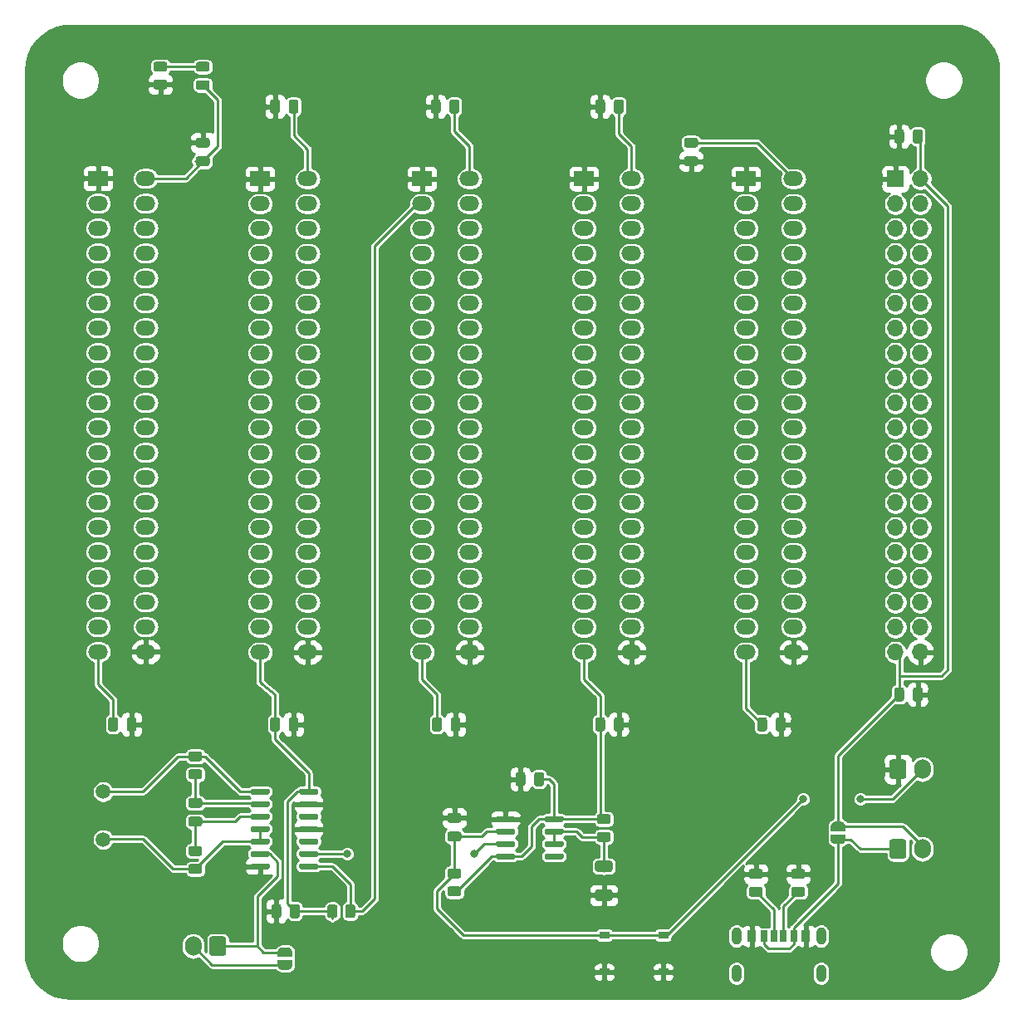
<source format=gbr>
G04 #@! TF.GenerationSoftware,KiCad,Pcbnew,(5.1.9-0-10_14)*
G04 #@! TF.CreationDate,2021-04-09T12:46:09-05:00*
G04 #@! TF.ProjectId,Backplane,4261636b-706c-4616-9e65-2e6b69636164,1*
G04 #@! TF.SameCoordinates,Original*
G04 #@! TF.FileFunction,Copper,L1,Top*
G04 #@! TF.FilePolarity,Positive*
%FSLAX46Y46*%
G04 Gerber Fmt 4.6, Leading zero omitted, Abs format (unit mm)*
G04 Created by KiCad (PCBNEW (5.1.9-0-10_14)) date 2021-04-09 12:46:09*
%MOMM*%
%LPD*%
G01*
G04 APERTURE LIST*
G04 #@! TA.AperFunction,SMDPad,CuDef*
%ADD10R,1.000000X0.750000*%
G04 #@! TD*
G04 #@! TA.AperFunction,ComponentPad*
%ADD11O,1.000000X1.800000*%
G04 #@! TD*
G04 #@! TA.AperFunction,SMDPad,CuDef*
%ADD12R,0.700000X1.150000*%
G04 #@! TD*
G04 #@! TA.AperFunction,SMDPad,CuDef*
%ADD13R,0.800000X1.150000*%
G04 #@! TD*
G04 #@! TA.AperFunction,SMDPad,CuDef*
%ADD14R,0.900000X1.150000*%
G04 #@! TD*
G04 #@! TA.AperFunction,ComponentPad*
%ADD15R,2.000000X1.500000*%
G04 #@! TD*
G04 #@! TA.AperFunction,ComponentPad*
%ADD16O,2.000000X1.500000*%
G04 #@! TD*
G04 #@! TA.AperFunction,ComponentPad*
%ADD17O,1.700000X2.000000*%
G04 #@! TD*
G04 #@! TA.AperFunction,ComponentPad*
%ADD18R,1.700000X1.700000*%
G04 #@! TD*
G04 #@! TA.AperFunction,ComponentPad*
%ADD19O,1.700000X1.700000*%
G04 #@! TD*
G04 #@! TA.AperFunction,SMDPad,CuDef*
%ADD20C,0.100000*%
G04 #@! TD*
G04 #@! TA.AperFunction,ComponentPad*
%ADD21C,1.500000*%
G04 #@! TD*
G04 #@! TA.AperFunction,ViaPad*
%ADD22C,0.800000*%
G04 #@! TD*
G04 #@! TA.AperFunction,Conductor*
%ADD23C,0.250000*%
G04 #@! TD*
G04 #@! TA.AperFunction,Conductor*
%ADD24C,0.254000*%
G04 #@! TD*
G04 #@! TA.AperFunction,Conductor*
%ADD25C,0.100000*%
G04 #@! TD*
G04 APERTURE END LIST*
D10*
X155400000Y-146909000D03*
X149400000Y-146909000D03*
X155400000Y-143159000D03*
X149400000Y-143159000D03*
D11*
X171496000Y-147056000D03*
X162856000Y-147056000D03*
X171496000Y-143256000D03*
X162856000Y-143256000D03*
D12*
X167676000Y-143256000D03*
X166676000Y-143256000D03*
D13*
X165656000Y-143256000D03*
X168696000Y-143256000D03*
D14*
X164426000Y-143256000D03*
X169926000Y-143256000D03*
D15*
X163830000Y-66040000D03*
D16*
X168681000Y-66040000D03*
X163830000Y-68580000D03*
X168681000Y-68580000D03*
X163830000Y-71120000D03*
X168681000Y-71120000D03*
X163830000Y-73660000D03*
X168681000Y-73660000D03*
X163830000Y-76200000D03*
X168681000Y-76200000D03*
X163830000Y-78740000D03*
X168681000Y-78740000D03*
X163830000Y-81280000D03*
X168681000Y-81280000D03*
X163830000Y-83820000D03*
X168681000Y-83820000D03*
X163830000Y-86360000D03*
X168681000Y-86360000D03*
X163830000Y-88900000D03*
X168681000Y-88900000D03*
X163830000Y-91440000D03*
X168681000Y-91440000D03*
X163830000Y-93980000D03*
X168681000Y-93980000D03*
X163830000Y-96520000D03*
X168681000Y-96520000D03*
X163830000Y-99060000D03*
X168681000Y-99060000D03*
X163830000Y-101600000D03*
X168681000Y-101600000D03*
X163830000Y-104140000D03*
X168681000Y-104140000D03*
X163830000Y-106680000D03*
X168681000Y-106680000D03*
X163830000Y-109220000D03*
X168681000Y-109220000D03*
X163830000Y-111760000D03*
X168681000Y-111760000D03*
X163830000Y-114300000D03*
X168681000Y-114300000D03*
G04 #@! TA.AperFunction,SMDPad,CuDef*
G36*
G01*
X108933000Y-64762000D02*
X107983000Y-64762000D01*
G75*
G02*
X107733000Y-64512000I0J250000D01*
G01*
X107733000Y-64012000D01*
G75*
G02*
X107983000Y-63762000I250000J0D01*
G01*
X108933000Y-63762000D01*
G75*
G02*
X109183000Y-64012000I0J-250000D01*
G01*
X109183000Y-64512000D01*
G75*
G02*
X108933000Y-64762000I-250000J0D01*
G01*
G37*
G04 #@! TD.AperFunction*
G04 #@! TA.AperFunction,SMDPad,CuDef*
G36*
G01*
X108933000Y-62862000D02*
X107983000Y-62862000D01*
G75*
G02*
X107733000Y-62612000I0J250000D01*
G01*
X107733000Y-62112000D01*
G75*
G02*
X107983000Y-61862000I250000J0D01*
G01*
X108933000Y-61862000D01*
G75*
G02*
X109183000Y-62112000I0J-250000D01*
G01*
X109183000Y-62612000D01*
G75*
G02*
X108933000Y-62862000I-250000J0D01*
G01*
G37*
G04 #@! TD.AperFunction*
G04 #@! TA.AperFunction,SMDPad,CuDef*
G36*
G01*
X101714000Y-121191000D02*
X101714000Y-122141000D01*
G75*
G02*
X101464000Y-122391000I-250000J0D01*
G01*
X100964000Y-122391000D01*
G75*
G02*
X100714000Y-122141000I0J250000D01*
G01*
X100714000Y-121191000D01*
G75*
G02*
X100964000Y-120941000I250000J0D01*
G01*
X101464000Y-120941000D01*
G75*
G02*
X101714000Y-121191000I0J-250000D01*
G01*
G37*
G04 #@! TD.AperFunction*
G04 #@! TA.AperFunction,SMDPad,CuDef*
G36*
G01*
X99814000Y-121191000D02*
X99814000Y-122141000D01*
G75*
G02*
X99564000Y-122391000I-250000J0D01*
G01*
X99064000Y-122391000D01*
G75*
G02*
X98814000Y-122141000I0J250000D01*
G01*
X98814000Y-121191000D01*
G75*
G02*
X99064000Y-120941000I250000J0D01*
G01*
X99564000Y-120941000D01*
G75*
G02*
X99814000Y-121191000I0J-250000D01*
G01*
G37*
G04 #@! TD.AperFunction*
G04 #@! TA.AperFunction,SMDPad,CuDef*
G36*
G01*
X118224000Y-58199000D02*
X118224000Y-59149000D01*
G75*
G02*
X117974000Y-59399000I-250000J0D01*
G01*
X117474000Y-59399000D01*
G75*
G02*
X117224000Y-59149000I0J250000D01*
G01*
X117224000Y-58199000D01*
G75*
G02*
X117474000Y-57949000I250000J0D01*
G01*
X117974000Y-57949000D01*
G75*
G02*
X118224000Y-58199000I0J-250000D01*
G01*
G37*
G04 #@! TD.AperFunction*
G04 #@! TA.AperFunction,SMDPad,CuDef*
G36*
G01*
X116324000Y-58199000D02*
X116324000Y-59149000D01*
G75*
G02*
X116074000Y-59399000I-250000J0D01*
G01*
X115574000Y-59399000D01*
G75*
G02*
X115324000Y-59149000I0J250000D01*
G01*
X115324000Y-58199000D01*
G75*
G02*
X115574000Y-57949000I250000J0D01*
G01*
X116074000Y-57949000D01*
G75*
G02*
X116324000Y-58199000I0J-250000D01*
G01*
G37*
G04 #@! TD.AperFunction*
G04 #@! TA.AperFunction,SMDPad,CuDef*
G36*
G01*
X118224000Y-121191000D02*
X118224000Y-122141000D01*
G75*
G02*
X117974000Y-122391000I-250000J0D01*
G01*
X117474000Y-122391000D01*
G75*
G02*
X117224000Y-122141000I0J250000D01*
G01*
X117224000Y-121191000D01*
G75*
G02*
X117474000Y-120941000I250000J0D01*
G01*
X117974000Y-120941000D01*
G75*
G02*
X118224000Y-121191000I0J-250000D01*
G01*
G37*
G04 #@! TD.AperFunction*
G04 #@! TA.AperFunction,SMDPad,CuDef*
G36*
G01*
X116324000Y-121191000D02*
X116324000Y-122141000D01*
G75*
G02*
X116074000Y-122391000I-250000J0D01*
G01*
X115574000Y-122391000D01*
G75*
G02*
X115324000Y-122141000I0J250000D01*
G01*
X115324000Y-121191000D01*
G75*
G02*
X115574000Y-120941000I250000J0D01*
G01*
X116074000Y-120941000D01*
G75*
G02*
X116324000Y-121191000I0J-250000D01*
G01*
G37*
G04 #@! TD.AperFunction*
G04 #@! TA.AperFunction,SMDPad,CuDef*
G36*
G01*
X108171000Y-132072000D02*
X107221000Y-132072000D01*
G75*
G02*
X106971000Y-131822000I0J250000D01*
G01*
X106971000Y-131322000D01*
G75*
G02*
X107221000Y-131072000I250000J0D01*
G01*
X108171000Y-131072000D01*
G75*
G02*
X108421000Y-131322000I0J-250000D01*
G01*
X108421000Y-131822000D01*
G75*
G02*
X108171000Y-132072000I-250000J0D01*
G01*
G37*
G04 #@! TD.AperFunction*
G04 #@! TA.AperFunction,SMDPad,CuDef*
G36*
G01*
X108171000Y-130172000D02*
X107221000Y-130172000D01*
G75*
G02*
X106971000Y-129922000I0J250000D01*
G01*
X106971000Y-129422000D01*
G75*
G02*
X107221000Y-129172000I250000J0D01*
G01*
X108171000Y-129172000D01*
G75*
G02*
X108421000Y-129422000I0J-250000D01*
G01*
X108421000Y-129922000D01*
G75*
G02*
X108171000Y-130172000I-250000J0D01*
G01*
G37*
G04 #@! TD.AperFunction*
G04 #@! TA.AperFunction,SMDPad,CuDef*
G36*
G01*
X115456000Y-141191000D02*
X115456000Y-140241000D01*
G75*
G02*
X115706000Y-139991000I250000J0D01*
G01*
X116206000Y-139991000D01*
G75*
G02*
X116456000Y-140241000I0J-250000D01*
G01*
X116456000Y-141191000D01*
G75*
G02*
X116206000Y-141441000I-250000J0D01*
G01*
X115706000Y-141441000D01*
G75*
G02*
X115456000Y-141191000I0J250000D01*
G01*
G37*
G04 #@! TD.AperFunction*
G04 #@! TA.AperFunction,SMDPad,CuDef*
G36*
G01*
X117356000Y-141191000D02*
X117356000Y-140241000D01*
G75*
G02*
X117606000Y-139991000I250000J0D01*
G01*
X118106000Y-139991000D01*
G75*
G02*
X118356000Y-140241000I0J-250000D01*
G01*
X118356000Y-141191000D01*
G75*
G02*
X118106000Y-141441000I-250000J0D01*
G01*
X117606000Y-141441000D01*
G75*
G02*
X117356000Y-141191000I0J250000D01*
G01*
G37*
G04 #@! TD.AperFunction*
G04 #@! TA.AperFunction,SMDPad,CuDef*
G36*
G01*
X134612000Y-58199000D02*
X134612000Y-59149000D01*
G75*
G02*
X134362000Y-59399000I-250000J0D01*
G01*
X133862000Y-59399000D01*
G75*
G02*
X133612000Y-59149000I0J250000D01*
G01*
X133612000Y-58199000D01*
G75*
G02*
X133862000Y-57949000I250000J0D01*
G01*
X134362000Y-57949000D01*
G75*
G02*
X134612000Y-58199000I0J-250000D01*
G01*
G37*
G04 #@! TD.AperFunction*
G04 #@! TA.AperFunction,SMDPad,CuDef*
G36*
G01*
X132712000Y-58199000D02*
X132712000Y-59149000D01*
G75*
G02*
X132462000Y-59399000I-250000J0D01*
G01*
X131962000Y-59399000D01*
G75*
G02*
X131712000Y-59149000I0J250000D01*
G01*
X131712000Y-58199000D01*
G75*
G02*
X131962000Y-57949000I250000J0D01*
G01*
X132462000Y-57949000D01*
G75*
G02*
X132712000Y-58199000I0J-250000D01*
G01*
G37*
G04 #@! TD.AperFunction*
G04 #@! TA.AperFunction,SMDPad,CuDef*
G36*
G01*
X134734000Y-121191000D02*
X134734000Y-122141000D01*
G75*
G02*
X134484000Y-122391000I-250000J0D01*
G01*
X133984000Y-122391000D01*
G75*
G02*
X133734000Y-122141000I0J250000D01*
G01*
X133734000Y-121191000D01*
G75*
G02*
X133984000Y-120941000I250000J0D01*
G01*
X134484000Y-120941000D01*
G75*
G02*
X134734000Y-121191000I0J-250000D01*
G01*
G37*
G04 #@! TD.AperFunction*
G04 #@! TA.AperFunction,SMDPad,CuDef*
G36*
G01*
X132834000Y-121191000D02*
X132834000Y-122141000D01*
G75*
G02*
X132584000Y-122391000I-250000J0D01*
G01*
X132084000Y-122391000D01*
G75*
G02*
X131834000Y-122141000I0J250000D01*
G01*
X131834000Y-121191000D01*
G75*
G02*
X132084000Y-120941000I250000J0D01*
G01*
X132584000Y-120941000D01*
G75*
G02*
X132834000Y-121191000I0J-250000D01*
G01*
G37*
G04 #@! TD.AperFunction*
G04 #@! TA.AperFunction,SMDPad,CuDef*
G36*
G01*
X151376000Y-58199000D02*
X151376000Y-59149000D01*
G75*
G02*
X151126000Y-59399000I-250000J0D01*
G01*
X150626000Y-59399000D01*
G75*
G02*
X150376000Y-59149000I0J250000D01*
G01*
X150376000Y-58199000D01*
G75*
G02*
X150626000Y-57949000I250000J0D01*
G01*
X151126000Y-57949000D01*
G75*
G02*
X151376000Y-58199000I0J-250000D01*
G01*
G37*
G04 #@! TD.AperFunction*
G04 #@! TA.AperFunction,SMDPad,CuDef*
G36*
G01*
X149476000Y-58199000D02*
X149476000Y-59149000D01*
G75*
G02*
X149226000Y-59399000I-250000J0D01*
G01*
X148726000Y-59399000D01*
G75*
G02*
X148476000Y-59149000I0J250000D01*
G01*
X148476000Y-58199000D01*
G75*
G02*
X148726000Y-57949000I250000J0D01*
G01*
X149226000Y-57949000D01*
G75*
G02*
X149476000Y-58199000I0J-250000D01*
G01*
G37*
G04 #@! TD.AperFunction*
G04 #@! TA.AperFunction,SMDPad,CuDef*
G36*
G01*
X151376000Y-121191000D02*
X151376000Y-122141000D01*
G75*
G02*
X151126000Y-122391000I-250000J0D01*
G01*
X150626000Y-122391000D01*
G75*
G02*
X150376000Y-122141000I0J250000D01*
G01*
X150376000Y-121191000D01*
G75*
G02*
X150626000Y-120941000I250000J0D01*
G01*
X151126000Y-120941000D01*
G75*
G02*
X151376000Y-121191000I0J-250000D01*
G01*
G37*
G04 #@! TD.AperFunction*
G04 #@! TA.AperFunction,SMDPad,CuDef*
G36*
G01*
X149476000Y-121191000D02*
X149476000Y-122141000D01*
G75*
G02*
X149226000Y-122391000I-250000J0D01*
G01*
X148726000Y-122391000D01*
G75*
G02*
X148476000Y-122141000I0J250000D01*
G01*
X148476000Y-121191000D01*
G75*
G02*
X148726000Y-120941000I250000J0D01*
G01*
X149226000Y-120941000D01*
G75*
G02*
X149476000Y-121191000I0J-250000D01*
G01*
G37*
G04 #@! TD.AperFunction*
G04 #@! TA.AperFunction,SMDPad,CuDef*
G36*
G01*
X134587000Y-133596000D02*
X133637000Y-133596000D01*
G75*
G02*
X133387000Y-133346000I0J250000D01*
G01*
X133387000Y-132846000D01*
G75*
G02*
X133637000Y-132596000I250000J0D01*
G01*
X134587000Y-132596000D01*
G75*
G02*
X134837000Y-132846000I0J-250000D01*
G01*
X134837000Y-133346000D01*
G75*
G02*
X134587000Y-133596000I-250000J0D01*
G01*
G37*
G04 #@! TD.AperFunction*
G04 #@! TA.AperFunction,SMDPad,CuDef*
G36*
G01*
X134587000Y-131696000D02*
X133637000Y-131696000D01*
G75*
G02*
X133387000Y-131446000I0J250000D01*
G01*
X133387000Y-130946000D01*
G75*
G02*
X133637000Y-130696000I250000J0D01*
G01*
X134587000Y-130696000D01*
G75*
G02*
X134837000Y-130946000I0J-250000D01*
G01*
X134837000Y-131446000D01*
G75*
G02*
X134587000Y-131696000I-250000J0D01*
G01*
G37*
G04 #@! TD.AperFunction*
G04 #@! TA.AperFunction,SMDPad,CuDef*
G36*
G01*
X143248000Y-126779000D02*
X143248000Y-127729000D01*
G75*
G02*
X142998000Y-127979000I-250000J0D01*
G01*
X142498000Y-127979000D01*
G75*
G02*
X142248000Y-127729000I0J250000D01*
G01*
X142248000Y-126779000D01*
G75*
G02*
X142498000Y-126529000I250000J0D01*
G01*
X142998000Y-126529000D01*
G75*
G02*
X143248000Y-126779000I0J-250000D01*
G01*
G37*
G04 #@! TD.AperFunction*
G04 #@! TA.AperFunction,SMDPad,CuDef*
G36*
G01*
X141348000Y-126779000D02*
X141348000Y-127729000D01*
G75*
G02*
X141098000Y-127979000I-250000J0D01*
G01*
X140598000Y-127979000D01*
G75*
G02*
X140348000Y-127729000I0J250000D01*
G01*
X140348000Y-126779000D01*
G75*
G02*
X140598000Y-126529000I250000J0D01*
G01*
X141098000Y-126529000D01*
G75*
G02*
X141348000Y-126779000I0J-250000D01*
G01*
G37*
G04 #@! TD.AperFunction*
G04 #@! TA.AperFunction,SMDPad,CuDef*
G36*
G01*
X157767000Y-61862000D02*
X158717000Y-61862000D01*
G75*
G02*
X158967000Y-62112000I0J-250000D01*
G01*
X158967000Y-62612000D01*
G75*
G02*
X158717000Y-62862000I-250000J0D01*
G01*
X157767000Y-62862000D01*
G75*
G02*
X157517000Y-62612000I0J250000D01*
G01*
X157517000Y-62112000D01*
G75*
G02*
X157767000Y-61862000I250000J0D01*
G01*
G37*
G04 #@! TD.AperFunction*
G04 #@! TA.AperFunction,SMDPad,CuDef*
G36*
G01*
X157767000Y-63762000D02*
X158717000Y-63762000D01*
G75*
G02*
X158967000Y-64012000I0J-250000D01*
G01*
X158967000Y-64512000D01*
G75*
G02*
X158717000Y-64762000I-250000J0D01*
G01*
X157767000Y-64762000D01*
G75*
G02*
X157517000Y-64512000I0J250000D01*
G01*
X157517000Y-64012000D01*
G75*
G02*
X157767000Y-63762000I250000J0D01*
G01*
G37*
G04 #@! TD.AperFunction*
G04 #@! TA.AperFunction,SMDPad,CuDef*
G36*
G01*
X167886000Y-121191000D02*
X167886000Y-122141000D01*
G75*
G02*
X167636000Y-122391000I-250000J0D01*
G01*
X167136000Y-122391000D01*
G75*
G02*
X166886000Y-122141000I0J250000D01*
G01*
X166886000Y-121191000D01*
G75*
G02*
X167136000Y-120941000I250000J0D01*
G01*
X167636000Y-120941000D01*
G75*
G02*
X167886000Y-121191000I0J-250000D01*
G01*
G37*
G04 #@! TD.AperFunction*
G04 #@! TA.AperFunction,SMDPad,CuDef*
G36*
G01*
X165986000Y-121191000D02*
X165986000Y-122141000D01*
G75*
G02*
X165736000Y-122391000I-250000J0D01*
G01*
X165236000Y-122391000D01*
G75*
G02*
X164986000Y-122141000I0J250000D01*
G01*
X164986000Y-121191000D01*
G75*
G02*
X165236000Y-120941000I250000J0D01*
G01*
X165736000Y-120941000D01*
G75*
G02*
X165986000Y-121191000I0J-250000D01*
G01*
G37*
G04 #@! TD.AperFunction*
G04 #@! TA.AperFunction,SMDPad,CuDef*
G36*
G01*
X181856000Y-61247000D02*
X181856000Y-62197000D01*
G75*
G02*
X181606000Y-62447000I-250000J0D01*
G01*
X181106000Y-62447000D01*
G75*
G02*
X180856000Y-62197000I0J250000D01*
G01*
X180856000Y-61247000D01*
G75*
G02*
X181106000Y-60997000I250000J0D01*
G01*
X181606000Y-60997000D01*
G75*
G02*
X181856000Y-61247000I0J-250000D01*
G01*
G37*
G04 #@! TD.AperFunction*
G04 #@! TA.AperFunction,SMDPad,CuDef*
G36*
G01*
X179956000Y-61247000D02*
X179956000Y-62197000D01*
G75*
G02*
X179706000Y-62447000I-250000J0D01*
G01*
X179206000Y-62447000D01*
G75*
G02*
X178956000Y-62197000I0J250000D01*
G01*
X178956000Y-61247000D01*
G75*
G02*
X179206000Y-60997000I250000J0D01*
G01*
X179706000Y-60997000D01*
G75*
G02*
X179956000Y-61247000I0J-250000D01*
G01*
G37*
G04 #@! TD.AperFunction*
G04 #@! TA.AperFunction,SMDPad,CuDef*
G36*
G01*
X181856000Y-118143000D02*
X181856000Y-119093000D01*
G75*
G02*
X181606000Y-119343000I-250000J0D01*
G01*
X181106000Y-119343000D01*
G75*
G02*
X180856000Y-119093000I0J250000D01*
G01*
X180856000Y-118143000D01*
G75*
G02*
X181106000Y-117893000I250000J0D01*
G01*
X181606000Y-117893000D01*
G75*
G02*
X181856000Y-118143000I0J-250000D01*
G01*
G37*
G04 #@! TD.AperFunction*
G04 #@! TA.AperFunction,SMDPad,CuDef*
G36*
G01*
X179956000Y-118143000D02*
X179956000Y-119093000D01*
G75*
G02*
X179706000Y-119343000I-250000J0D01*
G01*
X179206000Y-119343000D01*
G75*
G02*
X178956000Y-119093000I0J250000D01*
G01*
X178956000Y-118143000D01*
G75*
G02*
X179206000Y-117893000I250000J0D01*
G01*
X179706000Y-117893000D01*
G75*
G02*
X179956000Y-118143000I0J-250000D01*
G01*
G37*
G04 #@! TD.AperFunction*
G04 #@! TA.AperFunction,SMDPad,CuDef*
G36*
G01*
X108001750Y-55997500D02*
X108914250Y-55997500D01*
G75*
G02*
X109158000Y-56241250I0J-243750D01*
G01*
X109158000Y-56728750D01*
G75*
G02*
X108914250Y-56972500I-243750J0D01*
G01*
X108001750Y-56972500D01*
G75*
G02*
X107758000Y-56728750I0J243750D01*
G01*
X107758000Y-56241250D01*
G75*
G02*
X108001750Y-55997500I243750J0D01*
G01*
G37*
G04 #@! TD.AperFunction*
G04 #@! TA.AperFunction,SMDPad,CuDef*
G36*
G01*
X108001750Y-54122500D02*
X108914250Y-54122500D01*
G75*
G02*
X109158000Y-54366250I0J-243750D01*
G01*
X109158000Y-54853750D01*
G75*
G02*
X108914250Y-55097500I-243750J0D01*
G01*
X108001750Y-55097500D01*
G75*
G02*
X107758000Y-54853750I0J243750D01*
G01*
X107758000Y-54366250D01*
G75*
G02*
X108001750Y-54122500I243750J0D01*
G01*
G37*
G04 #@! TD.AperFunction*
D15*
X97790000Y-66000000D03*
D16*
X102641000Y-66000000D03*
X97790000Y-68540000D03*
X102641000Y-68540000D03*
X97790000Y-71080000D03*
X102641000Y-71080000D03*
X97790000Y-73620000D03*
X102641000Y-73620000D03*
X97790000Y-76160000D03*
X102641000Y-76160000D03*
X97790000Y-78700000D03*
X102641000Y-78700000D03*
X97790000Y-81240000D03*
X102641000Y-81240000D03*
X97790000Y-83780000D03*
X102641000Y-83780000D03*
X97790000Y-86320000D03*
X102641000Y-86320000D03*
X97790000Y-88860000D03*
X102641000Y-88860000D03*
X97790000Y-91400000D03*
X102641000Y-91400000D03*
X97790000Y-93940000D03*
X102641000Y-93940000D03*
X97790000Y-96480000D03*
X102641000Y-96480000D03*
X97790000Y-99020000D03*
X102641000Y-99020000D03*
X97790000Y-101560000D03*
X102641000Y-101560000D03*
X97790000Y-104100000D03*
X102641000Y-104100000D03*
X97790000Y-106640000D03*
X102641000Y-106640000D03*
X97790000Y-109180000D03*
X102641000Y-109180000D03*
X97790000Y-111720000D03*
X102641000Y-111720000D03*
X97790000Y-114260000D03*
X102641000Y-114260000D03*
G04 #@! TA.AperFunction,ComponentPad*
G36*
G01*
X178474000Y-135116000D02*
X178474000Y-133616000D01*
G75*
G02*
X178724000Y-133366000I250000J0D01*
G01*
X179924000Y-133366000D01*
G75*
G02*
X180174000Y-133616000I0J-250000D01*
G01*
X180174000Y-135116000D01*
G75*
G02*
X179924000Y-135366000I-250000J0D01*
G01*
X178724000Y-135366000D01*
G75*
G02*
X178474000Y-135116000I0J250000D01*
G01*
G37*
G04 #@! TD.AperFunction*
D17*
X181824000Y-134366000D03*
D15*
X114300000Y-66040000D03*
D16*
X119151000Y-66040000D03*
X114300000Y-68580000D03*
X119151000Y-68580000D03*
X114300000Y-71120000D03*
X119151000Y-71120000D03*
X114300000Y-73660000D03*
X119151000Y-73660000D03*
X114300000Y-76200000D03*
X119151000Y-76200000D03*
X114300000Y-78740000D03*
X119151000Y-78740000D03*
X114300000Y-81280000D03*
X119151000Y-81280000D03*
X114300000Y-83820000D03*
X119151000Y-83820000D03*
X114300000Y-86360000D03*
X119151000Y-86360000D03*
X114300000Y-88900000D03*
X119151000Y-88900000D03*
X114300000Y-91440000D03*
X119151000Y-91440000D03*
X114300000Y-93980000D03*
X119151000Y-93980000D03*
X114300000Y-96520000D03*
X119151000Y-96520000D03*
X114300000Y-99060000D03*
X119151000Y-99060000D03*
X114300000Y-101600000D03*
X119151000Y-101600000D03*
X114300000Y-104140000D03*
X119151000Y-104140000D03*
X114300000Y-106680000D03*
X119151000Y-106680000D03*
X114300000Y-109220000D03*
X119151000Y-109220000D03*
X114300000Y-111760000D03*
X119151000Y-111760000D03*
X114300000Y-114300000D03*
X119151000Y-114300000D03*
D15*
X130810000Y-66040000D03*
D16*
X135661000Y-66040000D03*
X130810000Y-68580000D03*
X135661000Y-68580000D03*
X130810000Y-71120000D03*
X135661000Y-71120000D03*
X130810000Y-73660000D03*
X135661000Y-73660000D03*
X130810000Y-76200000D03*
X135661000Y-76200000D03*
X130810000Y-78740000D03*
X135661000Y-78740000D03*
X130810000Y-81280000D03*
X135661000Y-81280000D03*
X130810000Y-83820000D03*
X135661000Y-83820000D03*
X130810000Y-86360000D03*
X135661000Y-86360000D03*
X130810000Y-88900000D03*
X135661000Y-88900000D03*
X130810000Y-91440000D03*
X135661000Y-91440000D03*
X130810000Y-93980000D03*
X135661000Y-93980000D03*
X130810000Y-96520000D03*
X135661000Y-96520000D03*
X130810000Y-99060000D03*
X135661000Y-99060000D03*
X130810000Y-101600000D03*
X135661000Y-101600000D03*
X130810000Y-104140000D03*
X135661000Y-104140000D03*
X130810000Y-106680000D03*
X135661000Y-106680000D03*
X130810000Y-109220000D03*
X135661000Y-109220000D03*
X130810000Y-111760000D03*
X135661000Y-111760000D03*
X130810000Y-114300000D03*
X135661000Y-114300000D03*
G04 #@! TA.AperFunction,ComponentPad*
G36*
G01*
X178474000Y-126988000D02*
X178474000Y-125488000D01*
G75*
G02*
X178724000Y-125238000I250000J0D01*
G01*
X179924000Y-125238000D01*
G75*
G02*
X180174000Y-125488000I0J-250000D01*
G01*
X180174000Y-126988000D01*
G75*
G02*
X179924000Y-127238000I-250000J0D01*
G01*
X178724000Y-127238000D01*
G75*
G02*
X178474000Y-126988000I0J250000D01*
G01*
G37*
G04 #@! TD.AperFunction*
D17*
X181824000Y-126238000D03*
G04 #@! TA.AperFunction,ComponentPad*
G36*
G01*
X110832000Y-143522000D02*
X110832000Y-145022000D01*
G75*
G02*
X110582000Y-145272000I-250000J0D01*
G01*
X109382000Y-145272000D01*
G75*
G02*
X109132000Y-145022000I0J250000D01*
G01*
X109132000Y-143522000D01*
G75*
G02*
X109382000Y-143272000I250000J0D01*
G01*
X110582000Y-143272000D01*
G75*
G02*
X110832000Y-143522000I0J-250000D01*
G01*
G37*
G04 #@! TD.AperFunction*
X107482000Y-144272000D03*
D15*
X147320000Y-66040000D03*
D16*
X152171000Y-66040000D03*
X147320000Y-68580000D03*
X152171000Y-68580000D03*
X147320000Y-71120000D03*
X152171000Y-71120000D03*
X147320000Y-73660000D03*
X152171000Y-73660000D03*
X147320000Y-76200000D03*
X152171000Y-76200000D03*
X147320000Y-78740000D03*
X152171000Y-78740000D03*
X147320000Y-81280000D03*
X152171000Y-81280000D03*
X147320000Y-83820000D03*
X152171000Y-83820000D03*
X147320000Y-86360000D03*
X152171000Y-86360000D03*
X147320000Y-88900000D03*
X152171000Y-88900000D03*
X147320000Y-91440000D03*
X152171000Y-91440000D03*
X147320000Y-93980000D03*
X152171000Y-93980000D03*
X147320000Y-96520000D03*
X152171000Y-96520000D03*
X147320000Y-99060000D03*
X152171000Y-99060000D03*
X147320000Y-101600000D03*
X152171000Y-101600000D03*
X147320000Y-104140000D03*
X152171000Y-104140000D03*
X147320000Y-106680000D03*
X152171000Y-106680000D03*
X147320000Y-109220000D03*
X152171000Y-109220000D03*
X147320000Y-111760000D03*
X152171000Y-111760000D03*
X147320000Y-114300000D03*
X152171000Y-114300000D03*
D18*
X179070000Y-66040000D03*
D19*
X181610000Y-66040000D03*
X179070000Y-68580000D03*
X181610000Y-68580000D03*
X179070000Y-71120000D03*
X181610000Y-71120000D03*
X179070000Y-73660000D03*
X181610000Y-73660000D03*
X179070000Y-76200000D03*
X181610000Y-76200000D03*
X179070000Y-78740000D03*
X181610000Y-78740000D03*
X179070000Y-81280000D03*
X181610000Y-81280000D03*
X179070000Y-83820000D03*
X181610000Y-83820000D03*
X179070000Y-86360000D03*
X181610000Y-86360000D03*
X179070000Y-88900000D03*
X181610000Y-88900000D03*
X179070000Y-91440000D03*
X181610000Y-91440000D03*
X179070000Y-93980000D03*
X181610000Y-93980000D03*
X179070000Y-96520000D03*
X181610000Y-96520000D03*
X179070000Y-99060000D03*
X181610000Y-99060000D03*
X179070000Y-101600000D03*
X181610000Y-101600000D03*
X179070000Y-104140000D03*
X181610000Y-104140000D03*
X179070000Y-106680000D03*
X181610000Y-106680000D03*
X179070000Y-109220000D03*
X181610000Y-109220000D03*
X179070000Y-111760000D03*
X181610000Y-111760000D03*
X179070000Y-114300000D03*
X181610000Y-114300000D03*
G04 #@! TA.AperFunction,SMDPad,CuDef*
D20*
G36*
X173978000Y-132880000D02*
G01*
X173978000Y-133380000D01*
X173977398Y-133380000D01*
X173977398Y-133404534D01*
X173972588Y-133453365D01*
X173963016Y-133501490D01*
X173948772Y-133548445D01*
X173929995Y-133593778D01*
X173906864Y-133637051D01*
X173879604Y-133677850D01*
X173848476Y-133715779D01*
X173813779Y-133750476D01*
X173775850Y-133781604D01*
X173735051Y-133808864D01*
X173691778Y-133831995D01*
X173646445Y-133850772D01*
X173599490Y-133865016D01*
X173551365Y-133874588D01*
X173502534Y-133879398D01*
X173478000Y-133879398D01*
X173478000Y-133880000D01*
X172978000Y-133880000D01*
X172978000Y-133879398D01*
X172953466Y-133879398D01*
X172904635Y-133874588D01*
X172856510Y-133865016D01*
X172809555Y-133850772D01*
X172764222Y-133831995D01*
X172720949Y-133808864D01*
X172680150Y-133781604D01*
X172642221Y-133750476D01*
X172607524Y-133715779D01*
X172576396Y-133677850D01*
X172549136Y-133637051D01*
X172526005Y-133593778D01*
X172507228Y-133548445D01*
X172492984Y-133501490D01*
X172483412Y-133453365D01*
X172478602Y-133404534D01*
X172478602Y-133380000D01*
X172478000Y-133380000D01*
X172478000Y-132880000D01*
X173978000Y-132880000D01*
G37*
G04 #@! TD.AperFunction*
G04 #@! TA.AperFunction,SMDPad,CuDef*
G36*
X172478602Y-132080000D02*
G01*
X172478602Y-132055466D01*
X172483412Y-132006635D01*
X172492984Y-131958510D01*
X172507228Y-131911555D01*
X172526005Y-131866222D01*
X172549136Y-131822949D01*
X172576396Y-131782150D01*
X172607524Y-131744221D01*
X172642221Y-131709524D01*
X172680150Y-131678396D01*
X172720949Y-131651136D01*
X172764222Y-131628005D01*
X172809555Y-131609228D01*
X172856510Y-131594984D01*
X172904635Y-131585412D01*
X172953466Y-131580602D01*
X172978000Y-131580602D01*
X172978000Y-131580000D01*
X173478000Y-131580000D01*
X173478000Y-131580602D01*
X173502534Y-131580602D01*
X173551365Y-131585412D01*
X173599490Y-131594984D01*
X173646445Y-131609228D01*
X173691778Y-131628005D01*
X173735051Y-131651136D01*
X173775850Y-131678396D01*
X173813779Y-131709524D01*
X173848476Y-131744221D01*
X173879604Y-131782150D01*
X173906864Y-131822949D01*
X173929995Y-131866222D01*
X173948772Y-131911555D01*
X173963016Y-131958510D01*
X173972588Y-132006635D01*
X173977398Y-132055466D01*
X173977398Y-132080000D01*
X173978000Y-132080000D01*
X173978000Y-132580000D01*
X172478000Y-132580000D01*
X172478000Y-132080000D01*
X172478602Y-132080000D01*
G37*
G04 #@! TD.AperFunction*
G04 #@! TA.AperFunction,SMDPad,CuDef*
G36*
X117589398Y-146192000D02*
G01*
X117589398Y-146216534D01*
X117584588Y-146265365D01*
X117575016Y-146313490D01*
X117560772Y-146360445D01*
X117541995Y-146405778D01*
X117518864Y-146449051D01*
X117491604Y-146489850D01*
X117460476Y-146527779D01*
X117425779Y-146562476D01*
X117387850Y-146593604D01*
X117347051Y-146620864D01*
X117303778Y-146643995D01*
X117258445Y-146662772D01*
X117211490Y-146677016D01*
X117163365Y-146686588D01*
X117114534Y-146691398D01*
X117090000Y-146691398D01*
X117090000Y-146692000D01*
X116590000Y-146692000D01*
X116590000Y-146691398D01*
X116565466Y-146691398D01*
X116516635Y-146686588D01*
X116468510Y-146677016D01*
X116421555Y-146662772D01*
X116376222Y-146643995D01*
X116332949Y-146620864D01*
X116292150Y-146593604D01*
X116254221Y-146562476D01*
X116219524Y-146527779D01*
X116188396Y-146489850D01*
X116161136Y-146449051D01*
X116138005Y-146405778D01*
X116119228Y-146360445D01*
X116104984Y-146313490D01*
X116095412Y-146265365D01*
X116090602Y-146216534D01*
X116090602Y-146192000D01*
X116090000Y-146192000D01*
X116090000Y-145692000D01*
X117590000Y-145692000D01*
X117590000Y-146192000D01*
X117589398Y-146192000D01*
G37*
G04 #@! TD.AperFunction*
G04 #@! TA.AperFunction,SMDPad,CuDef*
G36*
X116090000Y-145392000D02*
G01*
X116090000Y-144892000D01*
X116090602Y-144892000D01*
X116090602Y-144867466D01*
X116095412Y-144818635D01*
X116104984Y-144770510D01*
X116119228Y-144723555D01*
X116138005Y-144678222D01*
X116161136Y-144634949D01*
X116188396Y-144594150D01*
X116219524Y-144556221D01*
X116254221Y-144521524D01*
X116292150Y-144490396D01*
X116332949Y-144463136D01*
X116376222Y-144440005D01*
X116421555Y-144421228D01*
X116468510Y-144406984D01*
X116516635Y-144397412D01*
X116565466Y-144392602D01*
X116590000Y-144392602D01*
X116590000Y-144392000D01*
X117090000Y-144392000D01*
X117090000Y-144392602D01*
X117114534Y-144392602D01*
X117163365Y-144397412D01*
X117211490Y-144406984D01*
X117258445Y-144421228D01*
X117303778Y-144440005D01*
X117347051Y-144463136D01*
X117387850Y-144490396D01*
X117425779Y-144521524D01*
X117460476Y-144556221D01*
X117491604Y-144594150D01*
X117518864Y-144634949D01*
X117541995Y-144678222D01*
X117560772Y-144723555D01*
X117575016Y-144770510D01*
X117584588Y-144818635D01*
X117589398Y-144867466D01*
X117589398Y-144892000D01*
X117590000Y-144892000D01*
X117590000Y-145392000D01*
X116090000Y-145392000D01*
G37*
G04 #@! TD.AperFunction*
G04 #@! TA.AperFunction,SMDPad,CuDef*
G36*
G01*
X168713999Y-136393500D02*
X169614001Y-136393500D01*
G75*
G02*
X169864000Y-136643499I0J-249999D01*
G01*
X169864000Y-137168501D01*
G75*
G02*
X169614001Y-137418500I-249999J0D01*
G01*
X168713999Y-137418500D01*
G75*
G02*
X168464000Y-137168501I0J249999D01*
G01*
X168464000Y-136643499D01*
G75*
G02*
X168713999Y-136393500I249999J0D01*
G01*
G37*
G04 #@! TD.AperFunction*
G04 #@! TA.AperFunction,SMDPad,CuDef*
G36*
G01*
X168713999Y-138218500D02*
X169614001Y-138218500D01*
G75*
G02*
X169864000Y-138468499I0J-249999D01*
G01*
X169864000Y-138993501D01*
G75*
G02*
X169614001Y-139243500I-249999J0D01*
G01*
X168713999Y-139243500D01*
G75*
G02*
X168464000Y-138993501I0J249999D01*
G01*
X168464000Y-138468499D01*
G75*
G02*
X168713999Y-138218500I249999J0D01*
G01*
G37*
G04 #@! TD.AperFunction*
G04 #@! TA.AperFunction,SMDPad,CuDef*
G36*
G01*
X164395999Y-136393500D02*
X165296001Y-136393500D01*
G75*
G02*
X165546000Y-136643499I0J-249999D01*
G01*
X165546000Y-137168501D01*
G75*
G02*
X165296001Y-137418500I-249999J0D01*
G01*
X164395999Y-137418500D01*
G75*
G02*
X164146000Y-137168501I0J249999D01*
G01*
X164146000Y-136643499D01*
G75*
G02*
X164395999Y-136393500I249999J0D01*
G01*
G37*
G04 #@! TD.AperFunction*
G04 #@! TA.AperFunction,SMDPad,CuDef*
G36*
G01*
X164395999Y-138218500D02*
X165296001Y-138218500D01*
G75*
G02*
X165546000Y-138468499I0J-249999D01*
G01*
X165546000Y-138993501D01*
G75*
G02*
X165296001Y-139243500I-249999J0D01*
G01*
X164395999Y-139243500D01*
G75*
G02*
X164146000Y-138993501I0J249999D01*
G01*
X164146000Y-138468499D01*
G75*
G02*
X164395999Y-138218500I249999J0D01*
G01*
G37*
G04 #@! TD.AperFunction*
G04 #@! TA.AperFunction,SMDPad,CuDef*
G36*
G01*
X107245999Y-124408500D02*
X108146001Y-124408500D01*
G75*
G02*
X108396000Y-124658499I0J-249999D01*
G01*
X108396000Y-125183501D01*
G75*
G02*
X108146001Y-125433500I-249999J0D01*
G01*
X107245999Y-125433500D01*
G75*
G02*
X106996000Y-125183501I0J249999D01*
G01*
X106996000Y-124658499D01*
G75*
G02*
X107245999Y-124408500I249999J0D01*
G01*
G37*
G04 #@! TD.AperFunction*
G04 #@! TA.AperFunction,SMDPad,CuDef*
G36*
G01*
X107245999Y-126233500D02*
X108146001Y-126233500D01*
G75*
G02*
X108396000Y-126483499I0J-249999D01*
G01*
X108396000Y-127008501D01*
G75*
G02*
X108146001Y-127258500I-249999J0D01*
G01*
X107245999Y-127258500D01*
G75*
G02*
X106996000Y-127008501I0J249999D01*
G01*
X106996000Y-126483499D01*
G75*
G02*
X107245999Y-126233500I249999J0D01*
G01*
G37*
G04 #@! TD.AperFunction*
G04 #@! TA.AperFunction,SMDPad,CuDef*
G36*
G01*
X104590001Y-56947500D02*
X103689999Y-56947500D01*
G75*
G02*
X103440000Y-56697501I0J249999D01*
G01*
X103440000Y-56172499D01*
G75*
G02*
X103689999Y-55922500I249999J0D01*
G01*
X104590001Y-55922500D01*
G75*
G02*
X104840000Y-56172499I0J-249999D01*
G01*
X104840000Y-56697501D01*
G75*
G02*
X104590001Y-56947500I-249999J0D01*
G01*
G37*
G04 #@! TD.AperFunction*
G04 #@! TA.AperFunction,SMDPad,CuDef*
G36*
G01*
X104590001Y-55122500D02*
X103689999Y-55122500D01*
G75*
G02*
X103440000Y-54872501I0J249999D01*
G01*
X103440000Y-54347499D01*
G75*
G02*
X103689999Y-54097500I249999J0D01*
G01*
X104590001Y-54097500D01*
G75*
G02*
X104840000Y-54347499I0J-249999D01*
G01*
X104840000Y-54872501D01*
G75*
G02*
X104590001Y-55122500I-249999J0D01*
G01*
G37*
G04 #@! TD.AperFunction*
G04 #@! TA.AperFunction,SMDPad,CuDef*
G36*
G01*
X107245999Y-134060500D02*
X108146001Y-134060500D01*
G75*
G02*
X108396000Y-134310499I0J-249999D01*
G01*
X108396000Y-134835501D01*
G75*
G02*
X108146001Y-135085500I-249999J0D01*
G01*
X107245999Y-135085500D01*
G75*
G02*
X106996000Y-134835501I0J249999D01*
G01*
X106996000Y-134310499D01*
G75*
G02*
X107245999Y-134060500I249999J0D01*
G01*
G37*
G04 #@! TD.AperFunction*
G04 #@! TA.AperFunction,SMDPad,CuDef*
G36*
G01*
X107245999Y-135885500D02*
X108146001Y-135885500D01*
G75*
G02*
X108396000Y-136135499I0J-249999D01*
G01*
X108396000Y-136660501D01*
G75*
G02*
X108146001Y-136910500I-249999J0D01*
G01*
X107245999Y-136910500D01*
G75*
G02*
X106996000Y-136660501I0J249999D01*
G01*
X106996000Y-136135499D01*
G75*
G02*
X107245999Y-135885500I249999J0D01*
G01*
G37*
G04 #@! TD.AperFunction*
G04 #@! TA.AperFunction,SMDPad,CuDef*
G36*
G01*
X133661999Y-136346500D02*
X134562001Y-136346500D01*
G75*
G02*
X134812000Y-136596499I0J-249999D01*
G01*
X134812000Y-137121501D01*
G75*
G02*
X134562001Y-137371500I-249999J0D01*
G01*
X133661999Y-137371500D01*
G75*
G02*
X133412000Y-137121501I0J249999D01*
G01*
X133412000Y-136596499D01*
G75*
G02*
X133661999Y-136346500I249999J0D01*
G01*
G37*
G04 #@! TD.AperFunction*
G04 #@! TA.AperFunction,SMDPad,CuDef*
G36*
G01*
X133661999Y-138171500D02*
X134562001Y-138171500D01*
G75*
G02*
X134812000Y-138421499I0J-249999D01*
G01*
X134812000Y-138946501D01*
G75*
G02*
X134562001Y-139196500I-249999J0D01*
G01*
X133661999Y-139196500D01*
G75*
G02*
X133412000Y-138946501I0J249999D01*
G01*
X133412000Y-138421499D01*
G75*
G02*
X133661999Y-138171500I249999J0D01*
G01*
G37*
G04 #@! TD.AperFunction*
G04 #@! TA.AperFunction,SMDPad,CuDef*
G36*
G01*
X149802001Y-133655500D02*
X148901999Y-133655500D01*
G75*
G02*
X148652000Y-133405501I0J249999D01*
G01*
X148652000Y-132880499D01*
G75*
G02*
X148901999Y-132630500I249999J0D01*
G01*
X149802001Y-132630500D01*
G75*
G02*
X150052000Y-132880499I0J-249999D01*
G01*
X150052000Y-133405501D01*
G75*
G02*
X149802001Y-133655500I-249999J0D01*
G01*
G37*
G04 #@! TD.AperFunction*
G04 #@! TA.AperFunction,SMDPad,CuDef*
G36*
G01*
X149802001Y-131830500D02*
X148901999Y-131830500D01*
G75*
G02*
X148652000Y-131580501I0J249999D01*
G01*
X148652000Y-131055499D01*
G75*
G02*
X148901999Y-130805500I249999J0D01*
G01*
X149802001Y-130805500D01*
G75*
G02*
X150052000Y-131055499I0J-249999D01*
G01*
X150052000Y-131580501D01*
G75*
G02*
X149802001Y-131830500I-249999J0D01*
G01*
G37*
G04 #@! TD.AperFunction*
G04 #@! TA.AperFunction,SMDPad,CuDef*
G36*
G01*
X124003500Y-140265999D02*
X124003500Y-141166001D01*
G75*
G02*
X123753501Y-141416000I-249999J0D01*
G01*
X123228499Y-141416000D01*
G75*
G02*
X122978500Y-141166001I0J249999D01*
G01*
X122978500Y-140265999D01*
G75*
G02*
X123228499Y-140016000I249999J0D01*
G01*
X123753501Y-140016000D01*
G75*
G02*
X124003500Y-140265999I0J-249999D01*
G01*
G37*
G04 #@! TD.AperFunction*
G04 #@! TA.AperFunction,SMDPad,CuDef*
G36*
G01*
X122178500Y-140265999D02*
X122178500Y-141166001D01*
G75*
G02*
X121928501Y-141416000I-249999J0D01*
G01*
X121403499Y-141416000D01*
G75*
G02*
X121153500Y-141166001I0J249999D01*
G01*
X121153500Y-140265999D01*
G75*
G02*
X121403499Y-140016000I249999J0D01*
G01*
X121928501Y-140016000D01*
G75*
G02*
X122178500Y-140265999I0J-249999D01*
G01*
G37*
G04 #@! TD.AperFunction*
G04 #@! TA.AperFunction,SMDPad,CuDef*
G36*
G01*
X113325000Y-128674000D02*
X113325000Y-128374000D01*
G75*
G02*
X113475000Y-128224000I150000J0D01*
G01*
X115125000Y-128224000D01*
G75*
G02*
X115275000Y-128374000I0J-150000D01*
G01*
X115275000Y-128674000D01*
G75*
G02*
X115125000Y-128824000I-150000J0D01*
G01*
X113475000Y-128824000D01*
G75*
G02*
X113325000Y-128674000I0J150000D01*
G01*
G37*
G04 #@! TD.AperFunction*
G04 #@! TA.AperFunction,SMDPad,CuDef*
G36*
G01*
X113325000Y-129944000D02*
X113325000Y-129644000D01*
G75*
G02*
X113475000Y-129494000I150000J0D01*
G01*
X115125000Y-129494000D01*
G75*
G02*
X115275000Y-129644000I0J-150000D01*
G01*
X115275000Y-129944000D01*
G75*
G02*
X115125000Y-130094000I-150000J0D01*
G01*
X113475000Y-130094000D01*
G75*
G02*
X113325000Y-129944000I0J150000D01*
G01*
G37*
G04 #@! TD.AperFunction*
G04 #@! TA.AperFunction,SMDPad,CuDef*
G36*
G01*
X113325000Y-131214000D02*
X113325000Y-130914000D01*
G75*
G02*
X113475000Y-130764000I150000J0D01*
G01*
X115125000Y-130764000D01*
G75*
G02*
X115275000Y-130914000I0J-150000D01*
G01*
X115275000Y-131214000D01*
G75*
G02*
X115125000Y-131364000I-150000J0D01*
G01*
X113475000Y-131364000D01*
G75*
G02*
X113325000Y-131214000I0J150000D01*
G01*
G37*
G04 #@! TD.AperFunction*
G04 #@! TA.AperFunction,SMDPad,CuDef*
G36*
G01*
X113325000Y-132484000D02*
X113325000Y-132184000D01*
G75*
G02*
X113475000Y-132034000I150000J0D01*
G01*
X115125000Y-132034000D01*
G75*
G02*
X115275000Y-132184000I0J-150000D01*
G01*
X115275000Y-132484000D01*
G75*
G02*
X115125000Y-132634000I-150000J0D01*
G01*
X113475000Y-132634000D01*
G75*
G02*
X113325000Y-132484000I0J150000D01*
G01*
G37*
G04 #@! TD.AperFunction*
G04 #@! TA.AperFunction,SMDPad,CuDef*
G36*
G01*
X113325000Y-133754000D02*
X113325000Y-133454000D01*
G75*
G02*
X113475000Y-133304000I150000J0D01*
G01*
X115125000Y-133304000D01*
G75*
G02*
X115275000Y-133454000I0J-150000D01*
G01*
X115275000Y-133754000D01*
G75*
G02*
X115125000Y-133904000I-150000J0D01*
G01*
X113475000Y-133904000D01*
G75*
G02*
X113325000Y-133754000I0J150000D01*
G01*
G37*
G04 #@! TD.AperFunction*
G04 #@! TA.AperFunction,SMDPad,CuDef*
G36*
G01*
X113325000Y-135024000D02*
X113325000Y-134724000D01*
G75*
G02*
X113475000Y-134574000I150000J0D01*
G01*
X115125000Y-134574000D01*
G75*
G02*
X115275000Y-134724000I0J-150000D01*
G01*
X115275000Y-135024000D01*
G75*
G02*
X115125000Y-135174000I-150000J0D01*
G01*
X113475000Y-135174000D01*
G75*
G02*
X113325000Y-135024000I0J150000D01*
G01*
G37*
G04 #@! TD.AperFunction*
G04 #@! TA.AperFunction,SMDPad,CuDef*
G36*
G01*
X113325000Y-136294000D02*
X113325000Y-135994000D01*
G75*
G02*
X113475000Y-135844000I150000J0D01*
G01*
X115125000Y-135844000D01*
G75*
G02*
X115275000Y-135994000I0J-150000D01*
G01*
X115275000Y-136294000D01*
G75*
G02*
X115125000Y-136444000I-150000J0D01*
G01*
X113475000Y-136444000D01*
G75*
G02*
X113325000Y-136294000I0J150000D01*
G01*
G37*
G04 #@! TD.AperFunction*
G04 #@! TA.AperFunction,SMDPad,CuDef*
G36*
G01*
X118275000Y-136294000D02*
X118275000Y-135994000D01*
G75*
G02*
X118425000Y-135844000I150000J0D01*
G01*
X120075000Y-135844000D01*
G75*
G02*
X120225000Y-135994000I0J-150000D01*
G01*
X120225000Y-136294000D01*
G75*
G02*
X120075000Y-136444000I-150000J0D01*
G01*
X118425000Y-136444000D01*
G75*
G02*
X118275000Y-136294000I0J150000D01*
G01*
G37*
G04 #@! TD.AperFunction*
G04 #@! TA.AperFunction,SMDPad,CuDef*
G36*
G01*
X118275000Y-135024000D02*
X118275000Y-134724000D01*
G75*
G02*
X118425000Y-134574000I150000J0D01*
G01*
X120075000Y-134574000D01*
G75*
G02*
X120225000Y-134724000I0J-150000D01*
G01*
X120225000Y-135024000D01*
G75*
G02*
X120075000Y-135174000I-150000J0D01*
G01*
X118425000Y-135174000D01*
G75*
G02*
X118275000Y-135024000I0J150000D01*
G01*
G37*
G04 #@! TD.AperFunction*
G04 #@! TA.AperFunction,SMDPad,CuDef*
G36*
G01*
X118275000Y-133754000D02*
X118275000Y-133454000D01*
G75*
G02*
X118425000Y-133304000I150000J0D01*
G01*
X120075000Y-133304000D01*
G75*
G02*
X120225000Y-133454000I0J-150000D01*
G01*
X120225000Y-133754000D01*
G75*
G02*
X120075000Y-133904000I-150000J0D01*
G01*
X118425000Y-133904000D01*
G75*
G02*
X118275000Y-133754000I0J150000D01*
G01*
G37*
G04 #@! TD.AperFunction*
G04 #@! TA.AperFunction,SMDPad,CuDef*
G36*
G01*
X118275000Y-132484000D02*
X118275000Y-132184000D01*
G75*
G02*
X118425000Y-132034000I150000J0D01*
G01*
X120075000Y-132034000D01*
G75*
G02*
X120225000Y-132184000I0J-150000D01*
G01*
X120225000Y-132484000D01*
G75*
G02*
X120075000Y-132634000I-150000J0D01*
G01*
X118425000Y-132634000D01*
G75*
G02*
X118275000Y-132484000I0J150000D01*
G01*
G37*
G04 #@! TD.AperFunction*
G04 #@! TA.AperFunction,SMDPad,CuDef*
G36*
G01*
X118275000Y-131214000D02*
X118275000Y-130914000D01*
G75*
G02*
X118425000Y-130764000I150000J0D01*
G01*
X120075000Y-130764000D01*
G75*
G02*
X120225000Y-130914000I0J-150000D01*
G01*
X120225000Y-131214000D01*
G75*
G02*
X120075000Y-131364000I-150000J0D01*
G01*
X118425000Y-131364000D01*
G75*
G02*
X118275000Y-131214000I0J150000D01*
G01*
G37*
G04 #@! TD.AperFunction*
G04 #@! TA.AperFunction,SMDPad,CuDef*
G36*
G01*
X118275000Y-129944000D02*
X118275000Y-129644000D01*
G75*
G02*
X118425000Y-129494000I150000J0D01*
G01*
X120075000Y-129494000D01*
G75*
G02*
X120225000Y-129644000I0J-150000D01*
G01*
X120225000Y-129944000D01*
G75*
G02*
X120075000Y-130094000I-150000J0D01*
G01*
X118425000Y-130094000D01*
G75*
G02*
X118275000Y-129944000I0J150000D01*
G01*
G37*
G04 #@! TD.AperFunction*
G04 #@! TA.AperFunction,SMDPad,CuDef*
G36*
G01*
X118275000Y-128674000D02*
X118275000Y-128374000D01*
G75*
G02*
X118425000Y-128224000I150000J0D01*
G01*
X120075000Y-128224000D01*
G75*
G02*
X120225000Y-128374000I0J-150000D01*
G01*
X120225000Y-128674000D01*
G75*
G02*
X120075000Y-128824000I-150000J0D01*
G01*
X118425000Y-128824000D01*
G75*
G02*
X118275000Y-128674000I0J150000D01*
G01*
G37*
G04 #@! TD.AperFunction*
G04 #@! TA.AperFunction,SMDPad,CuDef*
G36*
G01*
X138347000Y-131468000D02*
X138347000Y-131168000D01*
G75*
G02*
X138497000Y-131018000I150000J0D01*
G01*
X140147000Y-131018000D01*
G75*
G02*
X140297000Y-131168000I0J-150000D01*
G01*
X140297000Y-131468000D01*
G75*
G02*
X140147000Y-131618000I-150000J0D01*
G01*
X138497000Y-131618000D01*
G75*
G02*
X138347000Y-131468000I0J150000D01*
G01*
G37*
G04 #@! TD.AperFunction*
G04 #@! TA.AperFunction,SMDPad,CuDef*
G36*
G01*
X138347000Y-132738000D02*
X138347000Y-132438000D01*
G75*
G02*
X138497000Y-132288000I150000J0D01*
G01*
X140147000Y-132288000D01*
G75*
G02*
X140297000Y-132438000I0J-150000D01*
G01*
X140297000Y-132738000D01*
G75*
G02*
X140147000Y-132888000I-150000J0D01*
G01*
X138497000Y-132888000D01*
G75*
G02*
X138347000Y-132738000I0J150000D01*
G01*
G37*
G04 #@! TD.AperFunction*
G04 #@! TA.AperFunction,SMDPad,CuDef*
G36*
G01*
X138347000Y-134008000D02*
X138347000Y-133708000D01*
G75*
G02*
X138497000Y-133558000I150000J0D01*
G01*
X140147000Y-133558000D01*
G75*
G02*
X140297000Y-133708000I0J-150000D01*
G01*
X140297000Y-134008000D01*
G75*
G02*
X140147000Y-134158000I-150000J0D01*
G01*
X138497000Y-134158000D01*
G75*
G02*
X138347000Y-134008000I0J150000D01*
G01*
G37*
G04 #@! TD.AperFunction*
G04 #@! TA.AperFunction,SMDPad,CuDef*
G36*
G01*
X138347000Y-135278000D02*
X138347000Y-134978000D01*
G75*
G02*
X138497000Y-134828000I150000J0D01*
G01*
X140147000Y-134828000D01*
G75*
G02*
X140297000Y-134978000I0J-150000D01*
G01*
X140297000Y-135278000D01*
G75*
G02*
X140147000Y-135428000I-150000J0D01*
G01*
X138497000Y-135428000D01*
G75*
G02*
X138347000Y-135278000I0J150000D01*
G01*
G37*
G04 #@! TD.AperFunction*
G04 #@! TA.AperFunction,SMDPad,CuDef*
G36*
G01*
X143297000Y-135278000D02*
X143297000Y-134978000D01*
G75*
G02*
X143447000Y-134828000I150000J0D01*
G01*
X145097000Y-134828000D01*
G75*
G02*
X145247000Y-134978000I0J-150000D01*
G01*
X145247000Y-135278000D01*
G75*
G02*
X145097000Y-135428000I-150000J0D01*
G01*
X143447000Y-135428000D01*
G75*
G02*
X143297000Y-135278000I0J150000D01*
G01*
G37*
G04 #@! TD.AperFunction*
G04 #@! TA.AperFunction,SMDPad,CuDef*
G36*
G01*
X143297000Y-134008000D02*
X143297000Y-133708000D01*
G75*
G02*
X143447000Y-133558000I150000J0D01*
G01*
X145097000Y-133558000D01*
G75*
G02*
X145247000Y-133708000I0J-150000D01*
G01*
X145247000Y-134008000D01*
G75*
G02*
X145097000Y-134158000I-150000J0D01*
G01*
X143447000Y-134158000D01*
G75*
G02*
X143297000Y-134008000I0J150000D01*
G01*
G37*
G04 #@! TD.AperFunction*
G04 #@! TA.AperFunction,SMDPad,CuDef*
G36*
G01*
X143297000Y-132738000D02*
X143297000Y-132438000D01*
G75*
G02*
X143447000Y-132288000I150000J0D01*
G01*
X145097000Y-132288000D01*
G75*
G02*
X145247000Y-132438000I0J-150000D01*
G01*
X145247000Y-132738000D01*
G75*
G02*
X145097000Y-132888000I-150000J0D01*
G01*
X143447000Y-132888000D01*
G75*
G02*
X143297000Y-132738000I0J150000D01*
G01*
G37*
G04 #@! TD.AperFunction*
G04 #@! TA.AperFunction,SMDPad,CuDef*
G36*
G01*
X143297000Y-131468000D02*
X143297000Y-131168000D01*
G75*
G02*
X143447000Y-131018000I150000J0D01*
G01*
X145097000Y-131018000D01*
G75*
G02*
X145247000Y-131168000I0J-150000D01*
G01*
X145247000Y-131468000D01*
G75*
G02*
X145097000Y-131618000I-150000J0D01*
G01*
X143447000Y-131618000D01*
G75*
G02*
X143297000Y-131468000I0J150000D01*
G01*
G37*
G04 #@! TD.AperFunction*
D21*
X98298000Y-128524000D03*
X98298000Y-133404000D03*
G04 #@! TA.AperFunction,SMDPad,CuDef*
G36*
G01*
X148701999Y-135552000D02*
X150002001Y-135552000D01*
G75*
G02*
X150252000Y-135801999I0J-249999D01*
G01*
X150252000Y-136452001D01*
G75*
G02*
X150002001Y-136702000I-249999J0D01*
G01*
X148701999Y-136702000D01*
G75*
G02*
X148452000Y-136452001I0J249999D01*
G01*
X148452000Y-135801999D01*
G75*
G02*
X148701999Y-135552000I249999J0D01*
G01*
G37*
G04 #@! TD.AperFunction*
G04 #@! TA.AperFunction,SMDPad,CuDef*
G36*
G01*
X148701999Y-138502000D02*
X150002001Y-138502000D01*
G75*
G02*
X150252000Y-138751999I0J-249999D01*
G01*
X150252000Y-139402001D01*
G75*
G02*
X150002001Y-139652000I-249999J0D01*
G01*
X148701999Y-139652000D01*
G75*
G02*
X148452000Y-139402001I0J249999D01*
G01*
X148452000Y-138751999D01*
G75*
G02*
X148701999Y-138502000I249999J0D01*
G01*
G37*
G04 #@! TD.AperFunction*
D22*
X136144000Y-134874000D03*
X123190000Y-134874000D03*
X169672000Y-129286000D03*
X175514000Y-129286000D03*
D23*
X107696000Y-131572000D02*
X111760000Y-131572000D01*
X112268000Y-131064000D02*
X114300000Y-131064000D01*
X111760000Y-131572000D02*
X112268000Y-131064000D01*
X107696000Y-131572000D02*
X107696000Y-134573000D01*
X115824000Y-118618000D02*
X115824000Y-121666000D01*
X121666000Y-140716000D02*
X117856000Y-140716000D01*
X121666000Y-140716000D02*
X121666000Y-141478000D01*
X118110000Y-128524000D02*
X119250000Y-128524000D01*
X117094000Y-129540000D02*
X118110000Y-128524000D01*
X117094000Y-139954000D02*
X117094000Y-129540000D01*
X117856000Y-140716000D02*
X117094000Y-139954000D01*
X179070000Y-118232000D02*
X179456000Y-118618000D01*
X163830000Y-120010000D02*
X165486000Y-121666000D01*
X163830000Y-117094000D02*
X163830000Y-120010000D01*
X148976000Y-118750000D02*
X147320000Y-117094000D01*
X148976000Y-121666000D02*
X148976000Y-118750000D01*
X132334000Y-118618000D02*
X130810000Y-117094000D01*
X132334000Y-121666000D02*
X132334000Y-118618000D01*
X173228000Y-124846000D02*
X179456000Y-118618000D01*
X173228000Y-132080000D02*
X173228000Y-124846000D01*
X149352000Y-131318000D02*
X144272000Y-131318000D01*
X139322000Y-135128000D02*
X137922000Y-135128000D01*
X134366000Y-138684000D02*
X134112000Y-138684000D01*
X137922000Y-135128000D02*
X134366000Y-138684000D01*
X142748000Y-127254000D02*
X143764000Y-127254000D01*
X144272000Y-127762000D02*
X144272000Y-131318000D01*
X143764000Y-127254000D02*
X144272000Y-127762000D01*
X148976000Y-121666000D02*
X148976000Y-130942000D01*
X148976000Y-130942000D02*
X149352000Y-131318000D01*
X140970000Y-135128000D02*
X139322000Y-135128000D01*
X142748000Y-131318000D02*
X141986000Y-132080000D01*
X141986000Y-134112000D02*
X140970000Y-135128000D01*
X141986000Y-132080000D02*
X141986000Y-134112000D01*
X144272000Y-131318000D02*
X142748000Y-131318000D01*
X108458000Y-64262000D02*
X107696000Y-64262000D01*
X108458000Y-64262000D02*
X109982000Y-62738000D01*
X109982000Y-58009000D02*
X108458000Y-56485000D01*
X109982000Y-62738000D02*
X109982000Y-58009000D01*
X134112000Y-58674000D02*
X134112000Y-61214000D01*
X150876000Y-58674000D02*
X150876000Y-61468000D01*
X115824000Y-121666000D02*
X115824000Y-123190000D01*
X119250000Y-126616000D02*
X119250000Y-128524000D01*
X115824000Y-123190000D02*
X119250000Y-126616000D01*
X181824000Y-134072000D02*
X181824000Y-134366000D01*
X179832000Y-132080000D02*
X181824000Y-134072000D01*
X173228000Y-132080000D02*
X179832000Y-132080000D01*
X179456000Y-114686000D02*
X179070000Y-114300000D01*
X163830000Y-117094000D02*
X163830000Y-114300000D01*
X147320000Y-114300000D02*
X147320000Y-117094000D01*
X130810000Y-114300000D02*
X130810000Y-117094000D01*
X114300000Y-117301820D02*
X114577090Y-117578910D01*
X114300000Y-114300000D02*
X114300000Y-117301820D01*
X114577090Y-117578910D02*
X115824000Y-118618000D01*
X114300000Y-117348000D02*
X114577090Y-117578910D01*
X99314000Y-119126000D02*
X99314000Y-121666000D01*
X97790000Y-117602000D02*
X99314000Y-119126000D01*
X97790000Y-114260000D02*
X97790000Y-117602000D01*
X106720000Y-66000000D02*
X108458000Y-64262000D01*
X102641000Y-66000000D02*
X106720000Y-66000000D01*
X117724000Y-61590000D02*
X117724000Y-58674000D01*
X119151000Y-63017000D02*
X117724000Y-61590000D01*
X119151000Y-66040000D02*
X119151000Y-63017000D01*
X135661000Y-66040000D02*
X135661000Y-62763000D01*
X135661000Y-62763000D02*
X135382000Y-62484000D01*
X135382000Y-62484000D02*
X135636000Y-62738000D01*
X134112000Y-61214000D02*
X135382000Y-62484000D01*
X152171000Y-62763000D02*
X151765000Y-62357000D01*
X152171000Y-66040000D02*
X152171000Y-62763000D01*
X151765000Y-62357000D02*
X152146000Y-62738000D01*
X150876000Y-61468000D02*
X151765000Y-62357000D01*
X168681000Y-66040000D02*
X168656000Y-66040000D01*
X164978000Y-62362000D02*
X158242000Y-62362000D01*
X168656000Y-66040000D02*
X164978000Y-62362000D01*
X181610000Y-61976000D02*
X181356000Y-61722000D01*
X181610000Y-66040000D02*
X181610000Y-61976000D01*
X179456000Y-118618000D02*
X179456000Y-116708000D01*
X179456000Y-116708000D02*
X179456000Y-114686000D01*
X184404000Y-68834000D02*
X181610000Y-66040000D01*
X184404000Y-116078000D02*
X184404000Y-68834000D01*
X183774000Y-116708000D02*
X184404000Y-116078000D01*
X179456000Y-116708000D02*
X183774000Y-116708000D01*
X107696000Y-126746000D02*
X107696000Y-129672000D01*
X114178000Y-129672000D02*
X114300000Y-129794000D01*
X107696000Y-129672000D02*
X114178000Y-129672000D01*
X108458000Y-54610000D02*
X104140000Y-54610000D01*
X119250000Y-136144000D02*
X121666000Y-136144000D01*
X123491000Y-137969000D02*
X123491000Y-140716000D01*
X121666000Y-136144000D02*
X123491000Y-137969000D01*
X125984000Y-72898000D02*
X130302000Y-68580000D01*
X125984000Y-139446000D02*
X125984000Y-72898000D01*
X130302000Y-68580000D02*
X130810000Y-68580000D01*
X124714000Y-140716000D02*
X125984000Y-139446000D01*
X123491000Y-140716000D02*
X124714000Y-140716000D01*
X109402000Y-146192000D02*
X114950000Y-146192000D01*
X107482000Y-144272000D02*
X109402000Y-146192000D01*
X114950000Y-146192000D02*
X114158000Y-146192000D01*
X116840000Y-146192000D02*
X114950000Y-146192000D01*
X137160000Y-133858000D02*
X136144000Y-134874000D01*
X139322000Y-133858000D02*
X137160000Y-133858000D01*
X123190000Y-134874000D02*
X119250000Y-134874000D01*
X134112000Y-136859000D02*
X134112000Y-133096000D01*
X137414000Y-132588000D02*
X139322000Y-132588000D01*
X136906000Y-133096000D02*
X137414000Y-132588000D01*
X134112000Y-133096000D02*
X136906000Y-133096000D01*
X132334000Y-140462000D02*
X132334000Y-138637000D01*
X132334000Y-138637000D02*
X134112000Y-136859000D01*
X178776000Y-129286000D02*
X181824000Y-126238000D01*
X175514000Y-129286000D02*
X178776000Y-129286000D01*
X155400000Y-143159000D02*
X155799000Y-143159000D01*
X157670500Y-141287500D02*
X169672000Y-129286000D01*
X155799000Y-143159000D02*
X157670500Y-141287500D01*
X157480000Y-141478000D02*
X157670500Y-141287500D01*
X155400000Y-143159000D02*
X149400000Y-143159000D01*
X149400000Y-143159000D02*
X135031000Y-143159000D01*
X134175500Y-142303500D02*
X132334000Y-140462000D01*
X135031000Y-143159000D02*
X134175500Y-142303500D01*
X134438000Y-142566000D02*
X134175500Y-142303500D01*
X144272000Y-132588000D02*
X144272000Y-133858000D01*
X144272000Y-132588000D02*
X146558000Y-132588000D01*
X147113000Y-133143000D02*
X149352000Y-133143000D01*
X146558000Y-132588000D02*
X147113000Y-133143000D01*
X149352000Y-136652000D02*
X149352000Y-133143000D01*
X173228000Y-137899000D02*
X173228000Y-133380000D01*
X168696000Y-142431000D02*
X173228000Y-137899000D01*
X168696000Y-143256000D02*
X168696000Y-142431000D01*
X165656000Y-143256000D02*
X165656000Y-144066000D01*
X165656000Y-144066000D02*
X166116000Y-144526000D01*
X168696000Y-144081000D02*
X168696000Y-143256000D01*
X168251000Y-144526000D02*
X168696000Y-144081000D01*
X166116000Y-144526000D02*
X168251000Y-144526000D01*
X174528000Y-133380000D02*
X175514000Y-134366000D01*
X173228000Y-133380000D02*
X174528000Y-133380000D01*
X179324000Y-134366000D02*
X175514000Y-134366000D01*
X167676000Y-140219000D02*
X169164000Y-138731000D01*
X167676000Y-143256000D02*
X167676000Y-140219000D01*
X166676000Y-140561000D02*
X164846000Y-138731000D01*
X166676000Y-143256000D02*
X166676000Y-140561000D01*
X114666000Y-144892000D02*
X114046000Y-144272000D01*
X116840000Y-144892000D02*
X114666000Y-144892000D01*
X114046000Y-144272000D02*
X114046000Y-139192000D01*
X114046000Y-139192000D02*
X116078000Y-137160000D01*
X115275000Y-134874000D02*
X114300000Y-134874000D01*
X116078000Y-135677000D02*
X115275000Y-134874000D01*
X116078000Y-137160000D02*
X116078000Y-135677000D01*
X109982000Y-144272000D02*
X114046000Y-144272000D01*
X102362000Y-128524000D02*
X105918000Y-124968000D01*
X107649000Y-124968000D02*
X107696000Y-124921000D01*
X105918000Y-124968000D02*
X107649000Y-124968000D01*
X107696000Y-124921000D02*
X108665000Y-124921000D01*
X112268000Y-128524000D02*
X114300000Y-128524000D01*
X108665000Y-124921000D02*
X112268000Y-128524000D01*
X102362000Y-128524000D02*
X98298000Y-128524000D01*
X105410000Y-136398000D02*
X107696000Y-136398000D01*
X110490000Y-133604000D02*
X114300000Y-133604000D01*
X107696000Y-136398000D02*
X110490000Y-133604000D01*
X114300000Y-132334000D02*
X114300000Y-133604000D01*
X98352000Y-133350000D02*
X98298000Y-133404000D01*
X102362000Y-133350000D02*
X98352000Y-133350000D01*
X102362000Y-133350000D02*
X105410000Y-136398000D01*
D24*
X185814346Y-50483794D02*
X186601873Y-50699238D01*
X187338816Y-51050741D01*
X188001860Y-51527187D01*
X188570056Y-52113519D01*
X189025438Y-52791200D01*
X189353619Y-53538816D01*
X189544970Y-54335851D01*
X189595100Y-55018492D01*
X189595101Y-144985504D01*
X189520906Y-145816846D01*
X189305462Y-146604374D01*
X188953959Y-147341316D01*
X188477513Y-148004360D01*
X187891181Y-148572556D01*
X187213500Y-149027938D01*
X186465884Y-149356119D01*
X185668849Y-149547470D01*
X184986208Y-149597600D01*
X95019185Y-149597600D01*
X94187854Y-149523406D01*
X93400326Y-149307962D01*
X92663384Y-148956459D01*
X92000340Y-148480013D01*
X91432144Y-147893681D01*
X91022457Y-147284000D01*
X148261928Y-147284000D01*
X148274188Y-147408482D01*
X148310498Y-147528180D01*
X148369463Y-147638494D01*
X148448815Y-147735185D01*
X148545506Y-147814537D01*
X148655820Y-147873502D01*
X148775518Y-147909812D01*
X148900000Y-147922072D01*
X149114250Y-147919000D01*
X149273000Y-147760250D01*
X149273000Y-147036000D01*
X149527000Y-147036000D01*
X149527000Y-147760250D01*
X149685750Y-147919000D01*
X149900000Y-147922072D01*
X150024482Y-147909812D01*
X150144180Y-147873502D01*
X150254494Y-147814537D01*
X150351185Y-147735185D01*
X150430537Y-147638494D01*
X150489502Y-147528180D01*
X150525812Y-147408482D01*
X150538072Y-147284000D01*
X154261928Y-147284000D01*
X154274188Y-147408482D01*
X154310498Y-147528180D01*
X154369463Y-147638494D01*
X154448815Y-147735185D01*
X154545506Y-147814537D01*
X154655820Y-147873502D01*
X154775518Y-147909812D01*
X154900000Y-147922072D01*
X155114250Y-147919000D01*
X155273000Y-147760250D01*
X155273000Y-147036000D01*
X155527000Y-147036000D01*
X155527000Y-147760250D01*
X155685750Y-147919000D01*
X155900000Y-147922072D01*
X156024482Y-147909812D01*
X156144180Y-147873502D01*
X156254494Y-147814537D01*
X156351185Y-147735185D01*
X156430537Y-147638494D01*
X156489502Y-147528180D01*
X156525812Y-147408482D01*
X156538072Y-147284000D01*
X156535000Y-147194750D01*
X156376250Y-147036000D01*
X155527000Y-147036000D01*
X155273000Y-147036000D01*
X154423750Y-147036000D01*
X154265000Y-147194750D01*
X154261928Y-147284000D01*
X150538072Y-147284000D01*
X150535000Y-147194750D01*
X150376250Y-147036000D01*
X149527000Y-147036000D01*
X149273000Y-147036000D01*
X148423750Y-147036000D01*
X148265000Y-147194750D01*
X148261928Y-147284000D01*
X91022457Y-147284000D01*
X90976762Y-147216000D01*
X90648581Y-146468384D01*
X90457230Y-145671349D01*
X90407100Y-144988708D01*
X90407100Y-143804889D01*
X94019000Y-143804889D01*
X94019000Y-144195111D01*
X94095129Y-144577836D01*
X94244461Y-144938355D01*
X94461257Y-145262814D01*
X94737186Y-145538743D01*
X95061645Y-145755539D01*
X95422164Y-145904871D01*
X95804889Y-145981000D01*
X96195111Y-145981000D01*
X96577836Y-145904871D01*
X96938355Y-145755539D01*
X97262814Y-145538743D01*
X97538743Y-145262814D01*
X97755539Y-144938355D01*
X97904871Y-144577836D01*
X97981000Y-144195111D01*
X97981000Y-143804889D01*
X97904871Y-143422164D01*
X97755539Y-143061645D01*
X97538743Y-142737186D01*
X97262814Y-142461257D01*
X96938355Y-142244461D01*
X96577836Y-142095129D01*
X96195111Y-142019000D01*
X95804889Y-142019000D01*
X95422164Y-142095129D01*
X95061645Y-142244461D01*
X94737186Y-142461257D01*
X94461257Y-142737186D01*
X94244461Y-143061645D01*
X94095129Y-143422164D01*
X94019000Y-143804889D01*
X90407100Y-143804889D01*
X90407100Y-128412606D01*
X97167000Y-128412606D01*
X97167000Y-128635394D01*
X97210464Y-128853900D01*
X97295721Y-129059729D01*
X97419495Y-129244970D01*
X97577030Y-129402505D01*
X97762271Y-129526279D01*
X97968100Y-129611536D01*
X98186606Y-129655000D01*
X98409394Y-129655000D01*
X98627900Y-129611536D01*
X98833729Y-129526279D01*
X99018970Y-129402505D01*
X99176505Y-129244970D01*
X99300279Y-129059729D01*
X99312593Y-129030000D01*
X102337154Y-129030000D01*
X102362000Y-129032447D01*
X102386846Y-129030000D01*
X102386854Y-129030000D01*
X102461193Y-129022678D01*
X102556575Y-128993745D01*
X102644479Y-128946759D01*
X102721527Y-128883527D01*
X102737376Y-128864215D01*
X106127592Y-125474000D01*
X106687157Y-125474000D01*
X106719810Y-125535089D01*
X106798512Y-125630988D01*
X106894411Y-125709690D01*
X107003821Y-125768171D01*
X107122538Y-125804183D01*
X107245999Y-125816343D01*
X108146001Y-125816343D01*
X108269462Y-125804183D01*
X108388179Y-125768171D01*
X108497589Y-125709690D01*
X108593488Y-125630988D01*
X108623197Y-125594788D01*
X111892628Y-128864220D01*
X111908473Y-128883527D01*
X111985521Y-128946759D01*
X112073425Y-128993745D01*
X112146607Y-129015944D01*
X112168806Y-129022678D01*
X112178694Y-129023652D01*
X112243146Y-129030000D01*
X112243153Y-129030000D01*
X112267999Y-129032447D01*
X112292845Y-129030000D01*
X113081172Y-129030000D01*
X113098223Y-129050777D01*
X113178968Y-129117043D01*
X113257464Y-129159000D01*
X113244368Y-129166000D01*
X108748284Y-129166000D01*
X108697190Y-129070411D01*
X108618488Y-128974512D01*
X108522589Y-128895810D01*
X108413179Y-128837329D01*
X108294462Y-128801317D01*
X108202000Y-128792210D01*
X108202000Y-127635828D01*
X108269462Y-127629183D01*
X108388179Y-127593171D01*
X108497589Y-127534690D01*
X108593488Y-127455988D01*
X108672190Y-127360089D01*
X108730671Y-127250679D01*
X108766683Y-127131962D01*
X108778843Y-127008501D01*
X108778843Y-126483499D01*
X108766683Y-126360038D01*
X108730671Y-126241321D01*
X108672190Y-126131911D01*
X108593488Y-126036012D01*
X108497589Y-125957310D01*
X108388179Y-125898829D01*
X108269462Y-125862817D01*
X108146001Y-125850657D01*
X107245999Y-125850657D01*
X107122538Y-125862817D01*
X107003821Y-125898829D01*
X106894411Y-125957310D01*
X106798512Y-126036012D01*
X106719810Y-126131911D01*
X106661329Y-126241321D01*
X106625317Y-126360038D01*
X106613157Y-126483499D01*
X106613157Y-127008501D01*
X106625317Y-127131962D01*
X106661329Y-127250679D01*
X106719810Y-127360089D01*
X106798512Y-127455988D01*
X106894411Y-127534690D01*
X107003821Y-127593171D01*
X107122538Y-127629183D01*
X107190000Y-127635828D01*
X107190001Y-128792210D01*
X107097538Y-128801317D01*
X106978821Y-128837329D01*
X106869411Y-128895810D01*
X106773512Y-128974512D01*
X106694810Y-129070411D01*
X106636329Y-129179821D01*
X106600317Y-129298538D01*
X106588157Y-129422000D01*
X106588157Y-129922000D01*
X106600317Y-130045462D01*
X106636329Y-130164179D01*
X106694810Y-130273589D01*
X106773512Y-130369488D01*
X106869411Y-130448190D01*
X106978821Y-130506671D01*
X107097538Y-130542683D01*
X107221000Y-130554843D01*
X108171000Y-130554843D01*
X108294462Y-130542683D01*
X108413179Y-130506671D01*
X108522589Y-130448190D01*
X108618488Y-130369488D01*
X108697190Y-130273589D01*
X108748284Y-130178000D01*
X112998800Y-130178000D01*
X113031957Y-130240032D01*
X113098223Y-130320777D01*
X113178968Y-130387043D01*
X113257464Y-130429000D01*
X113178968Y-130470957D01*
X113098223Y-130537223D01*
X113081172Y-130558000D01*
X112292845Y-130558000D01*
X112267999Y-130555553D01*
X112243153Y-130558000D01*
X112243146Y-130558000D01*
X112178694Y-130564348D01*
X112168806Y-130565322D01*
X112152561Y-130570250D01*
X112073425Y-130594255D01*
X111985521Y-130641241D01*
X111908473Y-130704473D01*
X111892628Y-130723780D01*
X111550409Y-131066000D01*
X108748284Y-131066000D01*
X108697190Y-130970411D01*
X108618488Y-130874512D01*
X108522589Y-130795810D01*
X108413179Y-130737329D01*
X108294462Y-130701317D01*
X108171000Y-130689157D01*
X107221000Y-130689157D01*
X107097538Y-130701317D01*
X106978821Y-130737329D01*
X106869411Y-130795810D01*
X106773512Y-130874512D01*
X106694810Y-130970411D01*
X106636329Y-131079821D01*
X106600317Y-131198538D01*
X106588157Y-131322000D01*
X106588157Y-131822000D01*
X106600317Y-131945462D01*
X106636329Y-132064179D01*
X106694810Y-132173589D01*
X106773512Y-132269488D01*
X106869411Y-132348190D01*
X106978821Y-132406671D01*
X107097538Y-132442683D01*
X107190000Y-132451790D01*
X107190001Y-133683172D01*
X107122538Y-133689817D01*
X107003821Y-133725829D01*
X106894411Y-133784310D01*
X106798512Y-133863012D01*
X106719810Y-133958911D01*
X106661329Y-134068321D01*
X106625317Y-134187038D01*
X106613157Y-134310499D01*
X106613157Y-134835501D01*
X106625317Y-134958962D01*
X106661329Y-135077679D01*
X106719810Y-135187089D01*
X106798512Y-135282988D01*
X106894411Y-135361690D01*
X107003821Y-135420171D01*
X107122538Y-135456183D01*
X107245999Y-135468343D01*
X107910066Y-135468343D01*
X107875752Y-135502657D01*
X107245999Y-135502657D01*
X107122538Y-135514817D01*
X107003821Y-135550829D01*
X106894411Y-135609310D01*
X106798512Y-135688012D01*
X106719810Y-135783911D01*
X106662035Y-135892000D01*
X105619592Y-135892000D01*
X102737376Y-133009785D01*
X102721527Y-132990473D01*
X102644479Y-132927241D01*
X102556575Y-132880255D01*
X102461193Y-132851322D01*
X102386854Y-132844000D01*
X102386846Y-132844000D01*
X102362000Y-132841553D01*
X102337154Y-132844000D01*
X99284062Y-132844000D01*
X99176505Y-132683030D01*
X99018970Y-132525495D01*
X98833729Y-132401721D01*
X98627900Y-132316464D01*
X98409394Y-132273000D01*
X98186606Y-132273000D01*
X97968100Y-132316464D01*
X97762271Y-132401721D01*
X97577030Y-132525495D01*
X97419495Y-132683030D01*
X97295721Y-132868271D01*
X97210464Y-133074100D01*
X97167000Y-133292606D01*
X97167000Y-133515394D01*
X97210464Y-133733900D01*
X97295721Y-133939729D01*
X97419495Y-134124970D01*
X97577030Y-134282505D01*
X97762271Y-134406279D01*
X97968100Y-134491536D01*
X98186606Y-134535000D01*
X98409394Y-134535000D01*
X98627900Y-134491536D01*
X98833729Y-134406279D01*
X99018970Y-134282505D01*
X99176505Y-134124970D01*
X99300279Y-133939729D01*
X99334961Y-133856000D01*
X102152409Y-133856000D01*
X105034628Y-136738220D01*
X105050473Y-136757527D01*
X105127521Y-136820759D01*
X105215425Y-136867745D01*
X105310807Y-136896678D01*
X105410000Y-136906448D01*
X105434854Y-136904000D01*
X106662035Y-136904000D01*
X106719810Y-137012089D01*
X106798512Y-137107988D01*
X106894411Y-137186690D01*
X107003821Y-137245171D01*
X107122538Y-137281183D01*
X107245999Y-137293343D01*
X108146001Y-137293343D01*
X108269462Y-137281183D01*
X108388179Y-137245171D01*
X108497589Y-137186690D01*
X108593488Y-137107988D01*
X108672190Y-137012089D01*
X108730671Y-136902679D01*
X108766683Y-136783962D01*
X108778843Y-136660501D01*
X108778843Y-136444000D01*
X112686928Y-136444000D01*
X112699188Y-136568482D01*
X112735498Y-136688180D01*
X112794463Y-136798494D01*
X112873815Y-136895185D01*
X112970506Y-136974537D01*
X113080820Y-137033502D01*
X113200518Y-137069812D01*
X113325000Y-137082072D01*
X114014250Y-137079000D01*
X114173000Y-136920250D01*
X114173000Y-136271000D01*
X112848750Y-136271000D01*
X112690000Y-136429750D01*
X112686928Y-136444000D01*
X108778843Y-136444000D01*
X108778843Y-136135499D01*
X108769451Y-136040140D01*
X110699592Y-134110000D01*
X113081172Y-134110000D01*
X113098223Y-134130777D01*
X113178968Y-134197043D01*
X113257464Y-134239000D01*
X113178968Y-134280957D01*
X113098223Y-134347223D01*
X113031957Y-134427968D01*
X112982717Y-134520090D01*
X112952395Y-134620047D01*
X112942157Y-134724000D01*
X112942157Y-135024000D01*
X112952395Y-135127953D01*
X112982717Y-135227910D01*
X113015571Y-135289375D01*
X112970506Y-135313463D01*
X112873815Y-135392815D01*
X112794463Y-135489506D01*
X112735498Y-135599820D01*
X112699188Y-135719518D01*
X112686928Y-135844000D01*
X112690000Y-135858250D01*
X112848750Y-136017000D01*
X114173000Y-136017000D01*
X114173000Y-135997000D01*
X114427000Y-135997000D01*
X114427000Y-136017000D01*
X114447000Y-136017000D01*
X114447000Y-136271000D01*
X114427000Y-136271000D01*
X114427000Y-136920250D01*
X114585750Y-137079000D01*
X115275000Y-137082072D01*
X115399482Y-137069812D01*
X115475724Y-137046684D01*
X113705781Y-138816628D01*
X113686474Y-138832473D01*
X113623242Y-138909521D01*
X113603476Y-138946501D01*
X113576255Y-138997426D01*
X113547322Y-139092808D01*
X113537553Y-139192000D01*
X113540001Y-139216856D01*
X113540000Y-143766000D01*
X111214843Y-143766000D01*
X111214843Y-143522000D01*
X111202683Y-143398538D01*
X111166671Y-143279821D01*
X111108190Y-143170411D01*
X111029488Y-143074512D01*
X110933589Y-142995810D01*
X110824179Y-142937329D01*
X110705462Y-142901317D01*
X110582000Y-142889157D01*
X109382000Y-142889157D01*
X109258538Y-142901317D01*
X109139821Y-142937329D01*
X109030411Y-142995810D01*
X108934512Y-143074512D01*
X108855810Y-143170411D01*
X108797329Y-143279821D01*
X108761317Y-143398538D01*
X108749157Y-143522000D01*
X108749157Y-144823566D01*
X108670452Y-144744861D01*
X108695188Y-144663318D01*
X108713000Y-144482472D01*
X108713000Y-144061529D01*
X108695188Y-143880683D01*
X108624798Y-143648638D01*
X108510491Y-143434785D01*
X108356660Y-143247340D01*
X108169216Y-143093509D01*
X107955363Y-142979202D01*
X107723318Y-142908812D01*
X107482000Y-142885044D01*
X107240683Y-142908812D01*
X107008638Y-142979202D01*
X106794785Y-143093509D01*
X106607341Y-143247340D01*
X106453510Y-143434784D01*
X106339202Y-143648637D01*
X106268812Y-143880682D01*
X106251000Y-144061528D01*
X106251000Y-144482471D01*
X106268812Y-144663317D01*
X106339202Y-144895362D01*
X106453509Y-145109215D01*
X106607340Y-145296660D01*
X106794784Y-145450491D01*
X107008637Y-145564798D01*
X107240682Y-145635188D01*
X107482000Y-145658956D01*
X107723317Y-145635188D01*
X107955362Y-145564798D01*
X108023035Y-145528626D01*
X109026628Y-146532220D01*
X109042473Y-146551527D01*
X109119521Y-146614759D01*
X109207425Y-146661745D01*
X109302807Y-146690678D01*
X109377146Y-146698000D01*
X109377153Y-146698000D01*
X109401999Y-146700447D01*
X109426845Y-146698000D01*
X115869208Y-146698000D01*
X115885173Y-146721893D01*
X115932784Y-146779908D01*
X116002092Y-146849216D01*
X116060107Y-146896827D01*
X116141606Y-146951283D01*
X116207796Y-146986663D01*
X116298352Y-147024172D01*
X116370169Y-147045957D01*
X116466302Y-147065079D01*
X116540991Y-147072435D01*
X116565550Y-147072435D01*
X116590000Y-147074843D01*
X117090000Y-147074843D01*
X117114450Y-147072435D01*
X117139009Y-147072435D01*
X117213698Y-147065079D01*
X117309831Y-147045957D01*
X117381648Y-147024172D01*
X117472204Y-146986663D01*
X117538394Y-146951283D01*
X117619893Y-146896827D01*
X117677908Y-146849216D01*
X117747216Y-146779908D01*
X117794827Y-146721893D01*
X117849283Y-146640394D01*
X117884663Y-146574204D01*
X117901315Y-146534000D01*
X148261928Y-146534000D01*
X148265000Y-146623250D01*
X148423750Y-146782000D01*
X149273000Y-146782000D01*
X149273000Y-146057750D01*
X149527000Y-146057750D01*
X149527000Y-146782000D01*
X150376250Y-146782000D01*
X150535000Y-146623250D01*
X150538072Y-146534000D01*
X154261928Y-146534000D01*
X154265000Y-146623250D01*
X154423750Y-146782000D01*
X155273000Y-146782000D01*
X155273000Y-146057750D01*
X155527000Y-146057750D01*
X155527000Y-146782000D01*
X156376250Y-146782000D01*
X156535000Y-146623250D01*
X156535362Y-146612728D01*
X161975000Y-146612728D01*
X161975000Y-147499273D01*
X161987749Y-147628706D01*
X162038126Y-147794775D01*
X162119933Y-147947825D01*
X162230026Y-148081975D01*
X162364176Y-148192068D01*
X162517226Y-148273875D01*
X162683295Y-148324252D01*
X162856000Y-148341262D01*
X163028706Y-148324252D01*
X163194775Y-148273875D01*
X163347825Y-148192068D01*
X163481975Y-148081975D01*
X163592068Y-147947825D01*
X163673875Y-147794775D01*
X163724252Y-147628706D01*
X163737000Y-147499273D01*
X163737000Y-146612728D01*
X170615000Y-146612728D01*
X170615000Y-147499273D01*
X170627749Y-147628706D01*
X170678126Y-147794775D01*
X170759933Y-147947825D01*
X170870026Y-148081975D01*
X171004176Y-148192068D01*
X171157226Y-148273875D01*
X171323295Y-148324252D01*
X171496000Y-148341262D01*
X171668706Y-148324252D01*
X171834775Y-148273875D01*
X171987825Y-148192068D01*
X172121975Y-148081975D01*
X172232068Y-147947825D01*
X172313875Y-147794775D01*
X172364252Y-147628706D01*
X172377000Y-147499273D01*
X172377000Y-146612727D01*
X172364252Y-146483294D01*
X172313875Y-146317225D01*
X172232068Y-146164175D01*
X172121975Y-146030025D01*
X171987824Y-145919932D01*
X171834774Y-145838125D01*
X171668705Y-145787748D01*
X171496000Y-145770738D01*
X171323294Y-145787748D01*
X171157225Y-145838125D01*
X171004175Y-145919932D01*
X170870025Y-146030025D01*
X170759932Y-146164176D01*
X170678125Y-146317226D01*
X170627748Y-146483295D01*
X170615000Y-146612728D01*
X163737000Y-146612728D01*
X163737000Y-146612727D01*
X163724252Y-146483294D01*
X163673875Y-146317225D01*
X163592068Y-146164175D01*
X163481975Y-146030025D01*
X163347824Y-145919932D01*
X163194774Y-145838125D01*
X163028705Y-145787748D01*
X162856000Y-145770738D01*
X162683294Y-145787748D01*
X162517225Y-145838125D01*
X162364175Y-145919932D01*
X162230025Y-146030025D01*
X162119932Y-146164176D01*
X162038125Y-146317226D01*
X161987748Y-146483295D01*
X161975000Y-146612728D01*
X156535362Y-146612728D01*
X156538072Y-146534000D01*
X156525812Y-146409518D01*
X156489502Y-146289820D01*
X156430537Y-146179506D01*
X156351185Y-146082815D01*
X156254494Y-146003463D01*
X156144180Y-145944498D01*
X156024482Y-145908188D01*
X155900000Y-145895928D01*
X155685750Y-145899000D01*
X155527000Y-146057750D01*
X155273000Y-146057750D01*
X155114250Y-145899000D01*
X154900000Y-145895928D01*
X154775518Y-145908188D01*
X154655820Y-145944498D01*
X154545506Y-146003463D01*
X154448815Y-146082815D01*
X154369463Y-146179506D01*
X154310498Y-146289820D01*
X154274188Y-146409518D01*
X154261928Y-146534000D01*
X150538072Y-146534000D01*
X150525812Y-146409518D01*
X150489502Y-146289820D01*
X150430537Y-146179506D01*
X150351185Y-146082815D01*
X150254494Y-146003463D01*
X150144180Y-145944498D01*
X150024482Y-145908188D01*
X149900000Y-145895928D01*
X149685750Y-145899000D01*
X149527000Y-146057750D01*
X149273000Y-146057750D01*
X149114250Y-145899000D01*
X148900000Y-145895928D01*
X148775518Y-145908188D01*
X148655820Y-145944498D01*
X148545506Y-146003463D01*
X148448815Y-146082815D01*
X148369463Y-146179506D01*
X148310498Y-146289820D01*
X148274188Y-146409518D01*
X148261928Y-146534000D01*
X117901315Y-146534000D01*
X117922172Y-146483648D01*
X117943957Y-146411831D01*
X117963079Y-146315698D01*
X117970435Y-146241009D01*
X117970435Y-146216450D01*
X117972843Y-146192000D01*
X117972843Y-145692000D01*
X117965487Y-145617311D01*
X117943701Y-145545492D01*
X117941834Y-145542000D01*
X117943701Y-145538508D01*
X117965487Y-145466689D01*
X117972843Y-145392000D01*
X117972843Y-144892000D01*
X117970435Y-144867550D01*
X117970435Y-144842991D01*
X117963079Y-144768302D01*
X117943957Y-144672169D01*
X117922172Y-144600352D01*
X117884663Y-144509796D01*
X117849283Y-144443606D01*
X117794827Y-144362107D01*
X117747216Y-144304092D01*
X117677908Y-144234784D01*
X117619893Y-144187173D01*
X117538394Y-144132717D01*
X117472204Y-144097337D01*
X117381648Y-144059828D01*
X117309831Y-144038043D01*
X117213698Y-144018921D01*
X117139009Y-144011565D01*
X117114450Y-144011565D01*
X117090000Y-144009157D01*
X116590000Y-144009157D01*
X116565550Y-144011565D01*
X116540991Y-144011565D01*
X116466302Y-144018921D01*
X116370169Y-144038043D01*
X116298352Y-144059828D01*
X116207796Y-144097337D01*
X116141606Y-144132717D01*
X116060107Y-144187173D01*
X116002092Y-144234784D01*
X115932784Y-144304092D01*
X115885173Y-144362107D01*
X115869208Y-144386000D01*
X114875592Y-144386000D01*
X114552000Y-144062409D01*
X114552000Y-141441000D01*
X114817928Y-141441000D01*
X114830188Y-141565482D01*
X114866498Y-141685180D01*
X114925463Y-141795494D01*
X115004815Y-141892185D01*
X115101506Y-141971537D01*
X115211820Y-142030502D01*
X115331518Y-142066812D01*
X115456000Y-142079072D01*
X115670250Y-142076000D01*
X115829000Y-141917250D01*
X115829000Y-140843000D01*
X114979750Y-140843000D01*
X114821000Y-141001750D01*
X114817928Y-141441000D01*
X114552000Y-141441000D01*
X114552000Y-139991000D01*
X114817928Y-139991000D01*
X114821000Y-140430250D01*
X114979750Y-140589000D01*
X115829000Y-140589000D01*
X115829000Y-139514750D01*
X115670250Y-139356000D01*
X115456000Y-139352928D01*
X115331518Y-139365188D01*
X115211820Y-139401498D01*
X115101506Y-139460463D01*
X115004815Y-139539815D01*
X114925463Y-139636506D01*
X114866498Y-139746820D01*
X114830188Y-139866518D01*
X114817928Y-139991000D01*
X114552000Y-139991000D01*
X114552000Y-139401591D01*
X116418220Y-137535372D01*
X116437527Y-137519527D01*
X116500759Y-137442479D01*
X116547745Y-137354575D01*
X116576678Y-137259193D01*
X116584000Y-137184854D01*
X116584000Y-137184846D01*
X116586447Y-137160000D01*
X116584000Y-137135154D01*
X116584000Y-135701845D01*
X116586447Y-135676999D01*
X116584000Y-135652153D01*
X116584000Y-135652146D01*
X116576678Y-135577807D01*
X116547745Y-135482425D01*
X116500759Y-135394521D01*
X116437527Y-135317473D01*
X116418220Y-135301628D01*
X115650376Y-134533785D01*
X115634527Y-134514473D01*
X115598459Y-134484873D01*
X115568043Y-134427968D01*
X115501777Y-134347223D01*
X115421032Y-134280957D01*
X115342536Y-134239000D01*
X115421032Y-134197043D01*
X115501777Y-134130777D01*
X115568043Y-134050032D01*
X115617283Y-133957910D01*
X115647605Y-133857953D01*
X115657843Y-133754000D01*
X115657843Y-133454000D01*
X115647605Y-133350047D01*
X115617283Y-133250090D01*
X115568043Y-133157968D01*
X115501777Y-133077223D01*
X115421032Y-133010957D01*
X115342536Y-132969000D01*
X115421032Y-132927043D01*
X115501777Y-132860777D01*
X115568043Y-132780032D01*
X115617283Y-132687910D01*
X115647605Y-132587953D01*
X115657843Y-132484000D01*
X115657843Y-132184000D01*
X115647605Y-132080047D01*
X115617283Y-131980090D01*
X115568043Y-131887968D01*
X115501777Y-131807223D01*
X115421032Y-131740957D01*
X115342536Y-131699000D01*
X115421032Y-131657043D01*
X115501777Y-131590777D01*
X115568043Y-131510032D01*
X115617283Y-131417910D01*
X115647605Y-131317953D01*
X115657843Y-131214000D01*
X115657843Y-130914000D01*
X115647605Y-130810047D01*
X115617283Y-130710090D01*
X115568043Y-130617968D01*
X115501777Y-130537223D01*
X115421032Y-130470957D01*
X115342536Y-130429000D01*
X115421032Y-130387043D01*
X115501777Y-130320777D01*
X115568043Y-130240032D01*
X115617283Y-130147910D01*
X115647605Y-130047953D01*
X115657843Y-129944000D01*
X115657843Y-129644000D01*
X115647605Y-129540047D01*
X115617283Y-129440090D01*
X115568043Y-129347968D01*
X115501777Y-129267223D01*
X115421032Y-129200957D01*
X115342536Y-129159000D01*
X115421032Y-129117043D01*
X115501777Y-129050777D01*
X115568043Y-128970032D01*
X115617283Y-128877910D01*
X115647605Y-128777953D01*
X115657843Y-128674000D01*
X115657843Y-128374000D01*
X115647605Y-128270047D01*
X115617283Y-128170090D01*
X115568043Y-128077968D01*
X115501777Y-127997223D01*
X115421032Y-127930957D01*
X115328910Y-127881717D01*
X115228953Y-127851395D01*
X115125000Y-127841157D01*
X113475000Y-127841157D01*
X113371047Y-127851395D01*
X113271090Y-127881717D01*
X113178968Y-127930957D01*
X113098223Y-127997223D01*
X113081172Y-128018000D01*
X112477592Y-128018000D01*
X109040376Y-124580785D01*
X109024527Y-124561473D01*
X108947479Y-124498241D01*
X108859575Y-124451255D01*
X108764193Y-124422322D01*
X108731515Y-124419103D01*
X108730671Y-124416321D01*
X108672190Y-124306911D01*
X108593488Y-124211012D01*
X108497589Y-124132310D01*
X108388179Y-124073829D01*
X108269462Y-124037817D01*
X108146001Y-124025657D01*
X107245999Y-124025657D01*
X107122538Y-124037817D01*
X107003821Y-124073829D01*
X106894411Y-124132310D01*
X106798512Y-124211012D01*
X106719810Y-124306911D01*
X106661329Y-124416321D01*
X106647473Y-124462000D01*
X105942845Y-124462000D01*
X105917999Y-124459553D01*
X105893153Y-124462000D01*
X105893146Y-124462000D01*
X105828694Y-124468348D01*
X105818806Y-124469322D01*
X105796607Y-124476056D01*
X105723425Y-124498255D01*
X105635521Y-124545241D01*
X105558473Y-124608473D01*
X105542629Y-124627779D01*
X102152409Y-128018000D01*
X99312593Y-128018000D01*
X99300279Y-127988271D01*
X99176505Y-127803030D01*
X99018970Y-127645495D01*
X98833729Y-127521721D01*
X98627900Y-127436464D01*
X98409394Y-127393000D01*
X98186606Y-127393000D01*
X97968100Y-127436464D01*
X97762271Y-127521721D01*
X97577030Y-127645495D01*
X97419495Y-127803030D01*
X97295721Y-127988271D01*
X97210464Y-128194100D01*
X97167000Y-128412606D01*
X90407100Y-128412606D01*
X90407100Y-114260000D01*
X96403528Y-114260000D01*
X96425365Y-114481715D01*
X96490037Y-114694909D01*
X96595058Y-114891390D01*
X96736393Y-115063607D01*
X96908610Y-115204942D01*
X97105091Y-115309963D01*
X97284000Y-115364235D01*
X97284001Y-117577144D01*
X97281553Y-117602000D01*
X97291322Y-117701192D01*
X97320255Y-117796574D01*
X97327575Y-117810268D01*
X97367242Y-117884479D01*
X97430474Y-117961527D01*
X97449780Y-117977372D01*
X98808000Y-119335592D01*
X98808001Y-120613716D01*
X98712411Y-120664810D01*
X98616512Y-120743512D01*
X98537810Y-120839411D01*
X98479329Y-120948821D01*
X98443317Y-121067538D01*
X98431157Y-121191000D01*
X98431157Y-122141000D01*
X98443317Y-122264462D01*
X98479329Y-122383179D01*
X98537810Y-122492589D01*
X98616512Y-122588488D01*
X98712411Y-122667190D01*
X98821821Y-122725671D01*
X98940538Y-122761683D01*
X99064000Y-122773843D01*
X99564000Y-122773843D01*
X99687462Y-122761683D01*
X99806179Y-122725671D01*
X99915589Y-122667190D01*
X100011488Y-122588488D01*
X100086389Y-122497220D01*
X100088188Y-122515482D01*
X100124498Y-122635180D01*
X100183463Y-122745494D01*
X100262815Y-122842185D01*
X100359506Y-122921537D01*
X100469820Y-122980502D01*
X100589518Y-123016812D01*
X100714000Y-123029072D01*
X100928250Y-123026000D01*
X101087000Y-122867250D01*
X101087000Y-121793000D01*
X101341000Y-121793000D01*
X101341000Y-122867250D01*
X101499750Y-123026000D01*
X101714000Y-123029072D01*
X101838482Y-123016812D01*
X101958180Y-122980502D01*
X102068494Y-122921537D01*
X102165185Y-122842185D01*
X102244537Y-122745494D01*
X102303502Y-122635180D01*
X102339812Y-122515482D01*
X102352072Y-122391000D01*
X102349000Y-121951750D01*
X102190250Y-121793000D01*
X101341000Y-121793000D01*
X101087000Y-121793000D01*
X101067000Y-121793000D01*
X101067000Y-121539000D01*
X101087000Y-121539000D01*
X101087000Y-120464750D01*
X101341000Y-120464750D01*
X101341000Y-121539000D01*
X102190250Y-121539000D01*
X102349000Y-121380250D01*
X102352072Y-120941000D01*
X102339812Y-120816518D01*
X102303502Y-120696820D01*
X102244537Y-120586506D01*
X102165185Y-120489815D01*
X102068494Y-120410463D01*
X101958180Y-120351498D01*
X101838482Y-120315188D01*
X101714000Y-120302928D01*
X101499750Y-120306000D01*
X101341000Y-120464750D01*
X101087000Y-120464750D01*
X100928250Y-120306000D01*
X100714000Y-120302928D01*
X100589518Y-120315188D01*
X100469820Y-120351498D01*
X100359506Y-120410463D01*
X100262815Y-120489815D01*
X100183463Y-120586506D01*
X100124498Y-120696820D01*
X100088188Y-120816518D01*
X100086389Y-120834780D01*
X100011488Y-120743512D01*
X99915589Y-120664810D01*
X99820000Y-120613716D01*
X99820000Y-119150845D01*
X99822447Y-119125999D01*
X99820000Y-119101153D01*
X99820000Y-119101146D01*
X99812678Y-119026807D01*
X99811412Y-119022631D01*
X99797729Y-118977526D01*
X99783745Y-118931425D01*
X99736759Y-118843521D01*
X99673527Y-118766473D01*
X99654220Y-118750628D01*
X98296000Y-117392409D01*
X98296000Y-115364235D01*
X98474909Y-115309963D01*
X98671390Y-115204942D01*
X98843607Y-115063607D01*
X98984942Y-114891390D01*
X99089963Y-114694909D01*
X99118393Y-114601185D01*
X101048682Y-114601185D01*
X101067513Y-114704236D01*
X101179610Y-114953900D01*
X101338260Y-115176897D01*
X101537366Y-115364658D01*
X101769276Y-115509968D01*
X102025079Y-115607243D01*
X102294944Y-115652744D01*
X102514000Y-115491873D01*
X102514000Y-114387000D01*
X102768000Y-114387000D01*
X102768000Y-115491873D01*
X102987056Y-115652744D01*
X103256921Y-115607243D01*
X103512724Y-115509968D01*
X103744634Y-115364658D01*
X103943740Y-115176897D01*
X104102390Y-114953900D01*
X104214487Y-114704236D01*
X104233318Y-114601185D01*
X104110656Y-114387000D01*
X102768000Y-114387000D01*
X102514000Y-114387000D01*
X101171344Y-114387000D01*
X101048682Y-114601185D01*
X99118393Y-114601185D01*
X99154635Y-114481715D01*
X99172532Y-114300000D01*
X112913528Y-114300000D01*
X112935365Y-114521715D01*
X113000037Y-114734909D01*
X113105058Y-114931390D01*
X113246393Y-115103607D01*
X113418610Y-115244942D01*
X113615091Y-115349963D01*
X113794000Y-115404235D01*
X113794001Y-117276964D01*
X113791553Y-117301820D01*
X113794136Y-117328052D01*
X113793640Y-117394030D01*
X113812350Y-117491932D01*
X113849800Y-117584302D01*
X113904551Y-117667591D01*
X113956972Y-117720807D01*
X114234059Y-117951714D01*
X114234064Y-117951719D01*
X114235528Y-117952939D01*
X114236869Y-117954280D01*
X114254521Y-117968767D01*
X115318000Y-118854998D01*
X115318001Y-120613716D01*
X115222411Y-120664810D01*
X115126512Y-120743512D01*
X115047810Y-120839411D01*
X114989329Y-120948821D01*
X114953317Y-121067538D01*
X114941157Y-121191000D01*
X114941157Y-122141000D01*
X114953317Y-122264462D01*
X114989329Y-122383179D01*
X115047810Y-122492589D01*
X115126512Y-122588488D01*
X115222411Y-122667190D01*
X115318001Y-122718284D01*
X115318001Y-123165144D01*
X115315553Y-123190000D01*
X115325322Y-123289192D01*
X115354255Y-123384574D01*
X115354256Y-123384575D01*
X115401242Y-123472479D01*
X115464474Y-123549527D01*
X115483781Y-123565372D01*
X118744000Y-126825592D01*
X118744001Y-127841157D01*
X118425000Y-127841157D01*
X118321047Y-127851395D01*
X118221090Y-127881717D01*
X118128968Y-127930957D01*
X118048223Y-127997223D01*
X118026425Y-128023784D01*
X118010807Y-128025322D01*
X117915425Y-128054255D01*
X117827521Y-128101241D01*
X117750473Y-128164473D01*
X117734630Y-128183778D01*
X116753780Y-129164629D01*
X116734474Y-129180473D01*
X116671242Y-129257521D01*
X116656020Y-129286000D01*
X116624255Y-129345426D01*
X116595322Y-129440808D01*
X116585553Y-129540000D01*
X116588001Y-129564856D01*
X116588000Y-139367469D01*
X116580482Y-139365188D01*
X116456000Y-139352928D01*
X116241750Y-139356000D01*
X116083000Y-139514750D01*
X116083000Y-140589000D01*
X116103000Y-140589000D01*
X116103000Y-140843000D01*
X116083000Y-140843000D01*
X116083000Y-141917250D01*
X116241750Y-142076000D01*
X116456000Y-142079072D01*
X116580482Y-142066812D01*
X116700180Y-142030502D01*
X116810494Y-141971537D01*
X116907185Y-141892185D01*
X116986537Y-141795494D01*
X117045502Y-141685180D01*
X117081812Y-141565482D01*
X117083611Y-141547220D01*
X117158512Y-141638488D01*
X117254411Y-141717190D01*
X117363821Y-141775671D01*
X117482538Y-141811683D01*
X117606000Y-141823843D01*
X118106000Y-141823843D01*
X118229462Y-141811683D01*
X118348179Y-141775671D01*
X118457589Y-141717190D01*
X118553488Y-141638488D01*
X118632190Y-141542589D01*
X118690671Y-141433179D01*
X118726683Y-141314462D01*
X118735790Y-141222000D01*
X120776172Y-141222000D01*
X120782817Y-141289462D01*
X120818829Y-141408179D01*
X120877310Y-141517589D01*
X120956012Y-141613488D01*
X121051911Y-141692190D01*
X121161321Y-141750671D01*
X121259679Y-141780507D01*
X121306474Y-141837527D01*
X121383522Y-141900759D01*
X121471426Y-141947745D01*
X121566808Y-141976678D01*
X121666000Y-141986448D01*
X121765193Y-141976678D01*
X121860575Y-141947745D01*
X121948479Y-141900759D01*
X122025527Y-141837527D01*
X122072323Y-141780507D01*
X122170679Y-141750671D01*
X122280089Y-141692190D01*
X122375988Y-141613488D01*
X122454690Y-141517589D01*
X122513171Y-141408179D01*
X122549183Y-141289462D01*
X122561343Y-141166001D01*
X122561343Y-140265999D01*
X122549183Y-140142538D01*
X122513171Y-140023821D01*
X122454690Y-139914411D01*
X122375988Y-139818512D01*
X122280089Y-139739810D01*
X122170679Y-139681329D01*
X122051962Y-139645317D01*
X121928501Y-139633157D01*
X121403499Y-139633157D01*
X121280038Y-139645317D01*
X121161321Y-139681329D01*
X121051911Y-139739810D01*
X120956012Y-139818512D01*
X120877310Y-139914411D01*
X120818829Y-140023821D01*
X120782817Y-140142538D01*
X120776172Y-140210000D01*
X118735790Y-140210000D01*
X118726683Y-140117538D01*
X118690671Y-139998821D01*
X118632190Y-139889411D01*
X118553488Y-139793512D01*
X118457589Y-139714810D01*
X118348179Y-139656329D01*
X118229462Y-139620317D01*
X118106000Y-139608157D01*
X117606000Y-139608157D01*
X117600000Y-139608748D01*
X117600000Y-132634000D01*
X117636928Y-132634000D01*
X117649188Y-132758482D01*
X117685498Y-132878180D01*
X117744463Y-132988494D01*
X117823815Y-133085185D01*
X117920506Y-133164537D01*
X117965571Y-133188625D01*
X117932717Y-133250090D01*
X117902395Y-133350047D01*
X117892157Y-133454000D01*
X117892157Y-133754000D01*
X117902395Y-133857953D01*
X117932717Y-133957910D01*
X117981957Y-134050032D01*
X118048223Y-134130777D01*
X118128968Y-134197043D01*
X118207464Y-134239000D01*
X118128968Y-134280957D01*
X118048223Y-134347223D01*
X117981957Y-134427968D01*
X117932717Y-134520090D01*
X117902395Y-134620047D01*
X117892157Y-134724000D01*
X117892157Y-135024000D01*
X117902395Y-135127953D01*
X117932717Y-135227910D01*
X117981957Y-135320032D01*
X118048223Y-135400777D01*
X118128968Y-135467043D01*
X118207464Y-135509000D01*
X118128968Y-135550957D01*
X118048223Y-135617223D01*
X117981957Y-135697968D01*
X117932717Y-135790090D01*
X117902395Y-135890047D01*
X117892157Y-135994000D01*
X117892157Y-136294000D01*
X117902395Y-136397953D01*
X117932717Y-136497910D01*
X117981957Y-136590032D01*
X118048223Y-136670777D01*
X118128968Y-136737043D01*
X118221090Y-136786283D01*
X118321047Y-136816605D01*
X118425000Y-136826843D01*
X120075000Y-136826843D01*
X120178953Y-136816605D01*
X120278910Y-136786283D01*
X120371032Y-136737043D01*
X120451777Y-136670777D01*
X120468828Y-136650000D01*
X121456409Y-136650000D01*
X122985000Y-138178592D01*
X122985001Y-139682035D01*
X122876911Y-139739810D01*
X122781012Y-139818512D01*
X122702310Y-139914411D01*
X122643829Y-140023821D01*
X122607817Y-140142538D01*
X122595657Y-140265999D01*
X122595657Y-141166001D01*
X122607817Y-141289462D01*
X122643829Y-141408179D01*
X122702310Y-141517589D01*
X122781012Y-141613488D01*
X122876911Y-141692190D01*
X122986321Y-141750671D01*
X123105038Y-141786683D01*
X123228499Y-141798843D01*
X123753501Y-141798843D01*
X123876962Y-141786683D01*
X123995679Y-141750671D01*
X124105089Y-141692190D01*
X124200988Y-141613488D01*
X124279690Y-141517589D01*
X124338171Y-141408179D01*
X124374183Y-141289462D01*
X124380828Y-141222000D01*
X124689154Y-141222000D01*
X124714000Y-141224447D01*
X124738846Y-141222000D01*
X124738854Y-141222000D01*
X124813193Y-141214678D01*
X124908575Y-141185745D01*
X124996479Y-141138759D01*
X125073527Y-141075527D01*
X125089376Y-141056215D01*
X126324220Y-139821372D01*
X126343527Y-139805527D01*
X126406759Y-139728479D01*
X126453745Y-139640575D01*
X126463579Y-139608157D01*
X126482678Y-139545194D01*
X126488680Y-139484255D01*
X126490000Y-139470854D01*
X126490000Y-139470847D01*
X126492447Y-139446001D01*
X126490000Y-139421155D01*
X126490000Y-138637000D01*
X131825553Y-138637000D01*
X131828001Y-138661856D01*
X131828000Y-140437154D01*
X131825553Y-140462000D01*
X131828000Y-140486846D01*
X131828000Y-140486853D01*
X131835322Y-140561192D01*
X131864255Y-140656574D01*
X131911241Y-140744479D01*
X131974473Y-140821527D01*
X131993785Y-140837376D01*
X133835278Y-142678870D01*
X133835283Y-142678874D01*
X134655628Y-143499220D01*
X134671473Y-143518527D01*
X134748521Y-143581759D01*
X134836425Y-143628745D01*
X134931807Y-143657678D01*
X135031000Y-143667448D01*
X135055854Y-143665000D01*
X148541595Y-143665000D01*
X148546299Y-143680508D01*
X148581678Y-143746696D01*
X148629289Y-143804711D01*
X148687304Y-143852322D01*
X148753492Y-143887701D01*
X148825311Y-143909487D01*
X148900000Y-143916843D01*
X149900000Y-143916843D01*
X149974689Y-143909487D01*
X150046508Y-143887701D01*
X150112696Y-143852322D01*
X150170711Y-143804711D01*
X150218322Y-143746696D01*
X150253701Y-143680508D01*
X150258405Y-143665000D01*
X154541595Y-143665000D01*
X154546299Y-143680508D01*
X154581678Y-143746696D01*
X154629289Y-143804711D01*
X154687304Y-143852322D01*
X154753492Y-143887701D01*
X154825311Y-143909487D01*
X154900000Y-143916843D01*
X155900000Y-143916843D01*
X155974689Y-143909487D01*
X156046508Y-143887701D01*
X156112696Y-143852322D01*
X156170711Y-143804711D01*
X156218322Y-143746696D01*
X156253701Y-143680508D01*
X156275487Y-143608689D01*
X156282843Y-143534000D01*
X156282843Y-143390748D01*
X156860863Y-142812728D01*
X161975000Y-142812728D01*
X161975000Y-143699273D01*
X161987749Y-143828706D01*
X162038126Y-143994775D01*
X162119933Y-144147825D01*
X162230026Y-144281975D01*
X162364176Y-144392068D01*
X162517226Y-144473875D01*
X162683295Y-144524252D01*
X162856000Y-144541262D01*
X163028706Y-144524252D01*
X163194775Y-144473875D01*
X163347825Y-144392068D01*
X163481975Y-144281975D01*
X163503309Y-144255979D01*
X163524815Y-144282185D01*
X163621506Y-144361537D01*
X163731820Y-144420502D01*
X163851518Y-144456812D01*
X163976000Y-144469072D01*
X164140250Y-144466000D01*
X164299000Y-144307250D01*
X164299000Y-143383000D01*
X164279000Y-143383000D01*
X164279000Y-143129000D01*
X164299000Y-143129000D01*
X164299000Y-142204750D01*
X164140250Y-142046000D01*
X163976000Y-142042928D01*
X163851518Y-142055188D01*
X163731820Y-142091498D01*
X163621506Y-142150463D01*
X163524815Y-142229815D01*
X163503309Y-142256021D01*
X163481975Y-142230025D01*
X163347824Y-142119932D01*
X163194774Y-142038125D01*
X163028705Y-141987748D01*
X162856000Y-141970738D01*
X162683294Y-141987748D01*
X162517225Y-142038125D01*
X162364175Y-142119932D01*
X162230025Y-142230025D01*
X162119932Y-142364176D01*
X162038125Y-142517226D01*
X161987748Y-142683295D01*
X161975000Y-142812728D01*
X156860863Y-142812728D01*
X158045870Y-141627722D01*
X158045875Y-141627716D01*
X162255091Y-137418500D01*
X163507928Y-137418500D01*
X163520188Y-137542982D01*
X163556498Y-137662680D01*
X163615463Y-137772994D01*
X163694815Y-137869685D01*
X163791506Y-137949037D01*
X163901820Y-138008002D01*
X163947754Y-138021936D01*
X163869810Y-138116911D01*
X163811329Y-138226321D01*
X163775317Y-138345038D01*
X163763157Y-138468499D01*
X163763157Y-138993501D01*
X163775317Y-139116962D01*
X163811329Y-139235679D01*
X163869810Y-139345089D01*
X163948512Y-139440988D01*
X164044411Y-139519690D01*
X164153821Y-139578171D01*
X164272538Y-139614183D01*
X164395999Y-139626343D01*
X165025752Y-139626343D01*
X166170001Y-140770593D01*
X166170000Y-142317438D01*
X166130689Y-142305513D01*
X166056000Y-142298157D01*
X165383272Y-142298157D01*
X165327185Y-142229815D01*
X165230494Y-142150463D01*
X165120180Y-142091498D01*
X165000482Y-142055188D01*
X164876000Y-142042928D01*
X164711750Y-142046000D01*
X164553000Y-142204750D01*
X164553000Y-143129000D01*
X164573000Y-143129000D01*
X164573000Y-143383000D01*
X164553000Y-143383000D01*
X164553000Y-144307250D01*
X164711750Y-144466000D01*
X164876000Y-144469072D01*
X165000482Y-144456812D01*
X165120180Y-144420502D01*
X165230494Y-144361537D01*
X165238540Y-144354934D01*
X165296474Y-144425527D01*
X165315780Y-144441371D01*
X165740628Y-144866220D01*
X165756473Y-144885527D01*
X165833521Y-144948759D01*
X165912907Y-144991192D01*
X165921425Y-144995745D01*
X166016806Y-145024678D01*
X166026694Y-145025652D01*
X166091146Y-145032000D01*
X166091153Y-145032000D01*
X166115999Y-145034447D01*
X166140845Y-145032000D01*
X168226154Y-145032000D01*
X168251000Y-145034447D01*
X168275846Y-145032000D01*
X168275854Y-145032000D01*
X168350193Y-145024678D01*
X168445575Y-144995745D01*
X168533479Y-144948759D01*
X168610527Y-144885527D01*
X168626376Y-144866215D01*
X168827702Y-144664889D01*
X182559000Y-144664889D01*
X182559000Y-145055111D01*
X182635129Y-145437836D01*
X182784461Y-145798355D01*
X183001257Y-146122814D01*
X183277186Y-146398743D01*
X183601645Y-146615539D01*
X183962164Y-146764871D01*
X184344889Y-146841000D01*
X184735111Y-146841000D01*
X185117836Y-146764871D01*
X185478355Y-146615539D01*
X185802814Y-146398743D01*
X186078743Y-146122814D01*
X186295539Y-145798355D01*
X186444871Y-145437836D01*
X186521000Y-145055111D01*
X186521000Y-144664889D01*
X186444871Y-144282164D01*
X186295539Y-143921645D01*
X186078743Y-143597186D01*
X185802814Y-143321257D01*
X185478355Y-143104461D01*
X185117836Y-142955129D01*
X184735111Y-142879000D01*
X184344889Y-142879000D01*
X183962164Y-142955129D01*
X183601645Y-143104461D01*
X183277186Y-143321257D01*
X183001257Y-143597186D01*
X182784461Y-143921645D01*
X182635129Y-144282164D01*
X182559000Y-144664889D01*
X168827702Y-144664889D01*
X169036220Y-144456372D01*
X169055527Y-144440527D01*
X169118759Y-144363479D01*
X169120318Y-144360562D01*
X169121506Y-144361537D01*
X169231820Y-144420502D01*
X169351518Y-144456812D01*
X169476000Y-144469072D01*
X169640250Y-144466000D01*
X169799000Y-144307250D01*
X169799000Y-143383000D01*
X169779000Y-143383000D01*
X169779000Y-143129000D01*
X169799000Y-143129000D01*
X169799000Y-142204750D01*
X170053000Y-142204750D01*
X170053000Y-143129000D01*
X170073000Y-143129000D01*
X170073000Y-143383000D01*
X170053000Y-143383000D01*
X170053000Y-144307250D01*
X170211750Y-144466000D01*
X170376000Y-144469072D01*
X170500482Y-144456812D01*
X170620180Y-144420502D01*
X170730494Y-144361537D01*
X170827185Y-144282185D01*
X170848692Y-144255979D01*
X170870026Y-144281975D01*
X171004176Y-144392068D01*
X171157226Y-144473875D01*
X171323295Y-144524252D01*
X171496000Y-144541262D01*
X171668706Y-144524252D01*
X171834775Y-144473875D01*
X171987825Y-144392068D01*
X172121975Y-144281975D01*
X172232068Y-144147825D01*
X172313875Y-143994775D01*
X172364252Y-143828706D01*
X172377000Y-143699273D01*
X172377000Y-142812727D01*
X172364252Y-142683294D01*
X172313875Y-142517225D01*
X172232068Y-142364175D01*
X172121975Y-142230025D01*
X171987824Y-142119932D01*
X171834774Y-142038125D01*
X171668705Y-141987748D01*
X171496000Y-141970738D01*
X171323294Y-141987748D01*
X171157225Y-142038125D01*
X171004175Y-142119932D01*
X170870025Y-142230025D01*
X170848691Y-142256021D01*
X170827185Y-142229815D01*
X170730494Y-142150463D01*
X170620180Y-142091498D01*
X170500482Y-142055188D01*
X170376000Y-142042928D01*
X170211750Y-142046000D01*
X170053000Y-142204750D01*
X169799000Y-142204750D01*
X169718421Y-142124171D01*
X173568220Y-138274372D01*
X173587527Y-138258527D01*
X173650759Y-138181479D01*
X173697745Y-138093575D01*
X173726678Y-137998193D01*
X173734000Y-137923854D01*
X173734000Y-137923853D01*
X173736448Y-137899000D01*
X173734000Y-137874146D01*
X173734000Y-134222985D01*
X173769648Y-134212172D01*
X173860204Y-134174663D01*
X173926394Y-134139283D01*
X174007893Y-134084827D01*
X174065908Y-134037216D01*
X174135216Y-133967908D01*
X174182827Y-133909893D01*
X174198792Y-133886000D01*
X174318409Y-133886000D01*
X175138628Y-134706220D01*
X175154473Y-134725527D01*
X175231521Y-134788759D01*
X175318969Y-134835501D01*
X175319425Y-134835745D01*
X175414807Y-134864678D01*
X175514000Y-134874448D01*
X175538854Y-134872000D01*
X178091157Y-134872000D01*
X178091157Y-135116000D01*
X178103317Y-135239462D01*
X178139329Y-135358179D01*
X178197810Y-135467589D01*
X178276512Y-135563488D01*
X178372411Y-135642190D01*
X178481821Y-135700671D01*
X178600538Y-135736683D01*
X178724000Y-135748843D01*
X179924000Y-135748843D01*
X180047462Y-135736683D01*
X180166179Y-135700671D01*
X180275589Y-135642190D01*
X180371488Y-135563488D01*
X180450190Y-135467589D01*
X180508671Y-135358179D01*
X180544683Y-135239462D01*
X180556843Y-135116000D01*
X180556843Y-133616000D01*
X180546402Y-133509994D01*
X180715284Y-133678875D01*
X180681202Y-133742638D01*
X180610812Y-133974683D01*
X180593000Y-134155529D01*
X180593000Y-134576472D01*
X180610812Y-134757318D01*
X180681202Y-134989363D01*
X180795510Y-135203216D01*
X180949341Y-135390660D01*
X181136785Y-135544491D01*
X181350638Y-135658798D01*
X181582683Y-135729188D01*
X181824000Y-135752956D01*
X182065318Y-135729188D01*
X182297363Y-135658798D01*
X182511216Y-135544491D01*
X182698660Y-135390660D01*
X182852491Y-135203215D01*
X182966798Y-134989362D01*
X183037188Y-134757317D01*
X183055000Y-134576471D01*
X183055000Y-134155528D01*
X183037188Y-133974682D01*
X182966798Y-133742637D01*
X182852491Y-133528784D01*
X182698660Y-133341340D01*
X182511215Y-133187509D01*
X182297362Y-133073202D01*
X182065317Y-133002812D01*
X181824000Y-132979044D01*
X181582682Y-133002812D01*
X181496536Y-133028944D01*
X180207376Y-131739785D01*
X180191527Y-131720473D01*
X180114479Y-131657241D01*
X180026575Y-131610255D01*
X179931193Y-131581322D01*
X179856854Y-131574000D01*
X179856846Y-131574000D01*
X179832000Y-131571553D01*
X179807154Y-131574000D01*
X174198792Y-131574000D01*
X174182827Y-131550107D01*
X174135216Y-131492092D01*
X174065908Y-131422784D01*
X174007893Y-131375173D01*
X173926394Y-131320717D01*
X173860204Y-131285337D01*
X173769648Y-131247828D01*
X173734000Y-131237015D01*
X173734000Y-129209078D01*
X174733000Y-129209078D01*
X174733000Y-129362922D01*
X174763013Y-129513809D01*
X174821887Y-129655942D01*
X174907358Y-129783859D01*
X175016141Y-129892642D01*
X175144058Y-129978113D01*
X175286191Y-130036987D01*
X175437078Y-130067000D01*
X175590922Y-130067000D01*
X175741809Y-130036987D01*
X175883942Y-129978113D01*
X176011859Y-129892642D01*
X176112501Y-129792000D01*
X178751154Y-129792000D01*
X178776000Y-129794447D01*
X178800846Y-129792000D01*
X178800854Y-129792000D01*
X178875193Y-129784678D01*
X178970575Y-129755745D01*
X179058479Y-129708759D01*
X179135527Y-129645527D01*
X179151376Y-129626215D01*
X181282965Y-127494626D01*
X181350638Y-127530798D01*
X181582683Y-127601188D01*
X181824000Y-127624956D01*
X182065318Y-127601188D01*
X182297363Y-127530798D01*
X182511216Y-127416491D01*
X182698660Y-127262660D01*
X182852491Y-127075215D01*
X182966798Y-126861362D01*
X183037188Y-126629317D01*
X183055000Y-126448471D01*
X183055000Y-126027528D01*
X183037188Y-125846682D01*
X182966798Y-125614637D01*
X182852491Y-125400784D01*
X182698660Y-125213340D01*
X182511215Y-125059509D01*
X182297362Y-124945202D01*
X182065317Y-124874812D01*
X181824000Y-124851044D01*
X181582682Y-124874812D01*
X181350637Y-124945202D01*
X181136784Y-125059509D01*
X180949340Y-125213340D01*
X180811455Y-125381354D01*
X180812072Y-125238000D01*
X180799812Y-125113518D01*
X180763502Y-124993820D01*
X180704537Y-124883506D01*
X180625185Y-124786815D01*
X180528494Y-124707463D01*
X180418180Y-124648498D01*
X180298482Y-124612188D01*
X180174000Y-124599928D01*
X179609750Y-124603000D01*
X179451000Y-124761750D01*
X179451000Y-126111000D01*
X179471000Y-126111000D01*
X179471000Y-126365000D01*
X179451000Y-126365000D01*
X179451000Y-127714250D01*
X179541579Y-127804829D01*
X178566409Y-128780000D01*
X176112501Y-128780000D01*
X176011859Y-128679358D01*
X175883942Y-128593887D01*
X175741809Y-128535013D01*
X175590922Y-128505000D01*
X175437078Y-128505000D01*
X175286191Y-128535013D01*
X175144058Y-128593887D01*
X175016141Y-128679358D01*
X174907358Y-128788141D01*
X174821887Y-128916058D01*
X174763013Y-129058191D01*
X174733000Y-129209078D01*
X173734000Y-129209078D01*
X173734000Y-127238000D01*
X177835928Y-127238000D01*
X177848188Y-127362482D01*
X177884498Y-127482180D01*
X177943463Y-127592494D01*
X178022815Y-127689185D01*
X178119506Y-127768537D01*
X178229820Y-127827502D01*
X178349518Y-127863812D01*
X178474000Y-127876072D01*
X179038250Y-127873000D01*
X179197000Y-127714250D01*
X179197000Y-126365000D01*
X177997750Y-126365000D01*
X177839000Y-126523750D01*
X177835928Y-127238000D01*
X173734000Y-127238000D01*
X173734000Y-125238000D01*
X177835928Y-125238000D01*
X177839000Y-125952250D01*
X177997750Y-126111000D01*
X179197000Y-126111000D01*
X179197000Y-124761750D01*
X179038250Y-124603000D01*
X178474000Y-124599928D01*
X178349518Y-124612188D01*
X178229820Y-124648498D01*
X178119506Y-124707463D01*
X178022815Y-124786815D01*
X177943463Y-124883506D01*
X177884498Y-124993820D01*
X177848188Y-125113518D01*
X177835928Y-125238000D01*
X173734000Y-125238000D01*
X173734000Y-125055591D01*
X179077452Y-119712140D01*
X179082538Y-119713683D01*
X179206000Y-119725843D01*
X179706000Y-119725843D01*
X179829462Y-119713683D01*
X179948179Y-119677671D01*
X180057589Y-119619190D01*
X180153488Y-119540488D01*
X180228389Y-119449220D01*
X180230188Y-119467482D01*
X180266498Y-119587180D01*
X180325463Y-119697494D01*
X180404815Y-119794185D01*
X180501506Y-119873537D01*
X180611820Y-119932502D01*
X180731518Y-119968812D01*
X180856000Y-119981072D01*
X181070250Y-119978000D01*
X181229000Y-119819250D01*
X181229000Y-118745000D01*
X181483000Y-118745000D01*
X181483000Y-119819250D01*
X181641750Y-119978000D01*
X181856000Y-119981072D01*
X181980482Y-119968812D01*
X182100180Y-119932502D01*
X182210494Y-119873537D01*
X182307185Y-119794185D01*
X182386537Y-119697494D01*
X182445502Y-119587180D01*
X182481812Y-119467482D01*
X182494072Y-119343000D01*
X182491000Y-118903750D01*
X182332250Y-118745000D01*
X181483000Y-118745000D01*
X181229000Y-118745000D01*
X181209000Y-118745000D01*
X181209000Y-118491000D01*
X181229000Y-118491000D01*
X181229000Y-117416750D01*
X181483000Y-117416750D01*
X181483000Y-118491000D01*
X182332250Y-118491000D01*
X182491000Y-118332250D01*
X182494072Y-117893000D01*
X182481812Y-117768518D01*
X182445502Y-117648820D01*
X182386537Y-117538506D01*
X182307185Y-117441815D01*
X182210494Y-117362463D01*
X182100180Y-117303498D01*
X181980482Y-117267188D01*
X181856000Y-117254928D01*
X181641750Y-117258000D01*
X181483000Y-117416750D01*
X181229000Y-117416750D01*
X181070250Y-117258000D01*
X180856000Y-117254928D01*
X180731518Y-117267188D01*
X180611820Y-117303498D01*
X180501506Y-117362463D01*
X180404815Y-117441815D01*
X180325463Y-117538506D01*
X180266498Y-117648820D01*
X180230188Y-117768518D01*
X180228389Y-117786780D01*
X180153488Y-117695512D01*
X180057589Y-117616810D01*
X179962000Y-117565716D01*
X179962000Y-117214000D01*
X183749154Y-117214000D01*
X183774000Y-117216447D01*
X183798846Y-117214000D01*
X183798854Y-117214000D01*
X183873193Y-117206678D01*
X183968575Y-117177745D01*
X184056479Y-117130759D01*
X184133527Y-117067527D01*
X184149376Y-117048215D01*
X184744220Y-116453372D01*
X184763527Y-116437527D01*
X184826759Y-116360479D01*
X184873745Y-116272575D01*
X184902678Y-116177193D01*
X184910000Y-116102854D01*
X184910000Y-116102853D01*
X184912448Y-116078000D01*
X184910000Y-116053146D01*
X184910000Y-68858854D01*
X184912448Y-68834000D01*
X184902678Y-68734807D01*
X184873745Y-68639425D01*
X184826759Y-68551521D01*
X184763527Y-68474473D01*
X184744220Y-68458628D01*
X182761758Y-66476167D01*
X182793693Y-66399069D01*
X182841000Y-66161243D01*
X182841000Y-65918757D01*
X182793693Y-65680931D01*
X182700898Y-65456903D01*
X182566180Y-65255283D01*
X182394717Y-65083820D01*
X182193097Y-64949102D01*
X182116000Y-64917168D01*
X182116000Y-62568317D01*
X182132190Y-62548589D01*
X182190671Y-62439179D01*
X182226683Y-62320462D01*
X182238843Y-62197000D01*
X182238843Y-61247000D01*
X182226683Y-61123538D01*
X182190671Y-61004821D01*
X182132190Y-60895411D01*
X182053488Y-60799512D01*
X181957589Y-60720810D01*
X181848179Y-60662329D01*
X181729462Y-60626317D01*
X181606000Y-60614157D01*
X181106000Y-60614157D01*
X180982538Y-60626317D01*
X180863821Y-60662329D01*
X180754411Y-60720810D01*
X180658512Y-60799512D01*
X180583611Y-60890780D01*
X180581812Y-60872518D01*
X180545502Y-60752820D01*
X180486537Y-60642506D01*
X180407185Y-60545815D01*
X180310494Y-60466463D01*
X180200180Y-60407498D01*
X180080482Y-60371188D01*
X179956000Y-60358928D01*
X179741750Y-60362000D01*
X179583000Y-60520750D01*
X179583000Y-61595000D01*
X179603000Y-61595000D01*
X179603000Y-61849000D01*
X179583000Y-61849000D01*
X179583000Y-62923250D01*
X179741750Y-63082000D01*
X179956000Y-63085072D01*
X180080482Y-63072812D01*
X180200180Y-63036502D01*
X180310494Y-62977537D01*
X180407185Y-62898185D01*
X180486537Y-62801494D01*
X180545502Y-62691180D01*
X180581812Y-62571482D01*
X180583611Y-62553220D01*
X180658512Y-62644488D01*
X180754411Y-62723190D01*
X180863821Y-62781671D01*
X180982538Y-62817683D01*
X181104001Y-62829646D01*
X181104000Y-64917167D01*
X181026903Y-64949102D01*
X180825283Y-65083820D01*
X180653820Y-65255283D01*
X180556927Y-65400294D01*
X180558072Y-65190000D01*
X180545812Y-65065518D01*
X180509502Y-64945820D01*
X180450537Y-64835506D01*
X180371185Y-64738815D01*
X180274494Y-64659463D01*
X180164180Y-64600498D01*
X180044482Y-64564188D01*
X179920000Y-64551928D01*
X179355750Y-64555000D01*
X179197000Y-64713750D01*
X179197000Y-65913000D01*
X179217000Y-65913000D01*
X179217000Y-66167000D01*
X179197000Y-66167000D01*
X179197000Y-66187000D01*
X178943000Y-66187000D01*
X178943000Y-66167000D01*
X177743750Y-66167000D01*
X177585000Y-66325750D01*
X177581928Y-66890000D01*
X177594188Y-67014482D01*
X177630498Y-67134180D01*
X177689463Y-67244494D01*
X177768815Y-67341185D01*
X177865506Y-67420537D01*
X177975820Y-67479502D01*
X178095518Y-67515812D01*
X178220000Y-67528072D01*
X178430294Y-67526927D01*
X178285283Y-67623820D01*
X178113820Y-67795283D01*
X177979102Y-67996903D01*
X177886307Y-68220931D01*
X177839000Y-68458757D01*
X177839000Y-68701243D01*
X177886307Y-68939069D01*
X177979102Y-69163097D01*
X178113820Y-69364717D01*
X178285283Y-69536180D01*
X178486903Y-69670898D01*
X178710931Y-69763693D01*
X178948757Y-69811000D01*
X179191243Y-69811000D01*
X179429069Y-69763693D01*
X179653097Y-69670898D01*
X179854717Y-69536180D01*
X180026180Y-69364717D01*
X180160898Y-69163097D01*
X180253693Y-68939069D01*
X180301000Y-68701243D01*
X180301000Y-68458757D01*
X180379000Y-68458757D01*
X180379000Y-68701243D01*
X180426307Y-68939069D01*
X180519102Y-69163097D01*
X180653820Y-69364717D01*
X180825283Y-69536180D01*
X181026903Y-69670898D01*
X181250931Y-69763693D01*
X181488757Y-69811000D01*
X181731243Y-69811000D01*
X181969069Y-69763693D01*
X182193097Y-69670898D01*
X182394717Y-69536180D01*
X182566180Y-69364717D01*
X182700898Y-69163097D01*
X182793693Y-68939069D01*
X182841000Y-68701243D01*
X182841000Y-68458757D01*
X182793693Y-68220931D01*
X182700898Y-67996903D01*
X182566180Y-67795283D01*
X182394717Y-67623820D01*
X182193097Y-67489102D01*
X181969069Y-67396307D01*
X181731243Y-67349000D01*
X181488757Y-67349000D01*
X181250931Y-67396307D01*
X181026903Y-67489102D01*
X180825283Y-67623820D01*
X180653820Y-67795283D01*
X180519102Y-67996903D01*
X180426307Y-68220931D01*
X180379000Y-68458757D01*
X180301000Y-68458757D01*
X180253693Y-68220931D01*
X180160898Y-67996903D01*
X180026180Y-67795283D01*
X179854717Y-67623820D01*
X179709706Y-67526927D01*
X179920000Y-67528072D01*
X180044482Y-67515812D01*
X180164180Y-67479502D01*
X180274494Y-67420537D01*
X180371185Y-67341185D01*
X180450537Y-67244494D01*
X180509502Y-67134180D01*
X180545812Y-67014482D01*
X180558072Y-66890000D01*
X180556927Y-66679706D01*
X180653820Y-66824717D01*
X180825283Y-66996180D01*
X181026903Y-67130898D01*
X181250931Y-67223693D01*
X181488757Y-67271000D01*
X181731243Y-67271000D01*
X181969069Y-67223693D01*
X182046167Y-67191758D01*
X183898001Y-69043593D01*
X183898000Y-115868408D01*
X183564409Y-116202000D01*
X179962000Y-116202000D01*
X179962000Y-115148897D01*
X180026180Y-115084717D01*
X180160898Y-114883097D01*
X180204909Y-114776846D01*
X180213175Y-114804099D01*
X180338359Y-115066920D01*
X180512412Y-115300269D01*
X180728645Y-115495178D01*
X180978748Y-115644157D01*
X181253109Y-115741481D01*
X181483000Y-115620814D01*
X181483000Y-114427000D01*
X181737000Y-114427000D01*
X181737000Y-115620814D01*
X181966891Y-115741481D01*
X182241252Y-115644157D01*
X182491355Y-115495178D01*
X182707588Y-115300269D01*
X182881641Y-115066920D01*
X183006825Y-114804099D01*
X183051476Y-114656890D01*
X182930155Y-114427000D01*
X181737000Y-114427000D01*
X181483000Y-114427000D01*
X181463000Y-114427000D01*
X181463000Y-114173000D01*
X181483000Y-114173000D01*
X181483000Y-114153000D01*
X181737000Y-114153000D01*
X181737000Y-114173000D01*
X182930155Y-114173000D01*
X183051476Y-113943110D01*
X183006825Y-113795901D01*
X182881641Y-113533080D01*
X182707588Y-113299731D01*
X182491355Y-113104822D01*
X182241252Y-112955843D01*
X182078832Y-112898228D01*
X182193097Y-112850898D01*
X182394717Y-112716180D01*
X182566180Y-112544717D01*
X182700898Y-112343097D01*
X182793693Y-112119069D01*
X182841000Y-111881243D01*
X182841000Y-111638757D01*
X182793693Y-111400931D01*
X182700898Y-111176903D01*
X182566180Y-110975283D01*
X182394717Y-110803820D01*
X182193097Y-110669102D01*
X181969069Y-110576307D01*
X181731243Y-110529000D01*
X181488757Y-110529000D01*
X181250931Y-110576307D01*
X181026903Y-110669102D01*
X180825283Y-110803820D01*
X180653820Y-110975283D01*
X180519102Y-111176903D01*
X180426307Y-111400931D01*
X180379000Y-111638757D01*
X180379000Y-111881243D01*
X180426307Y-112119069D01*
X180519102Y-112343097D01*
X180653820Y-112544717D01*
X180825283Y-112716180D01*
X181026903Y-112850898D01*
X181141168Y-112898228D01*
X180978748Y-112955843D01*
X180728645Y-113104822D01*
X180512412Y-113299731D01*
X180338359Y-113533080D01*
X180213175Y-113795901D01*
X180204909Y-113823154D01*
X180160898Y-113716903D01*
X180026180Y-113515283D01*
X179854717Y-113343820D01*
X179653097Y-113209102D01*
X179429069Y-113116307D01*
X179191243Y-113069000D01*
X178948757Y-113069000D01*
X178710931Y-113116307D01*
X178486903Y-113209102D01*
X178285283Y-113343820D01*
X178113820Y-113515283D01*
X177979102Y-113716903D01*
X177886307Y-113940931D01*
X177839000Y-114178757D01*
X177839000Y-114421243D01*
X177886307Y-114659069D01*
X177979102Y-114883097D01*
X178113820Y-115084717D01*
X178285283Y-115256180D01*
X178486903Y-115390898D01*
X178710931Y-115483693D01*
X178948757Y-115531000D01*
X178950001Y-115531000D01*
X178950000Y-116683146D01*
X178947552Y-116708000D01*
X178950001Y-116732864D01*
X178950001Y-117565716D01*
X178854411Y-117616810D01*
X178758512Y-117695512D01*
X178679810Y-117791411D01*
X178621329Y-117900821D01*
X178585317Y-118019538D01*
X178575526Y-118118950D01*
X178571322Y-118132808D01*
X178561553Y-118232000D01*
X178571322Y-118331192D01*
X178573157Y-118337241D01*
X178573157Y-118785251D01*
X172887781Y-124470628D01*
X172868474Y-124486473D01*
X172805242Y-124563521D01*
X172781214Y-124608474D01*
X172758255Y-124651426D01*
X172729322Y-124746808D01*
X172719553Y-124846000D01*
X172722001Y-124870856D01*
X172722000Y-131237014D01*
X172686352Y-131247828D01*
X172595796Y-131285337D01*
X172529606Y-131320717D01*
X172448107Y-131375173D01*
X172390092Y-131422784D01*
X172320784Y-131492092D01*
X172273173Y-131550107D01*
X172218717Y-131631606D01*
X172183337Y-131697796D01*
X172145828Y-131788352D01*
X172124043Y-131860169D01*
X172104921Y-131956302D01*
X172097565Y-132030991D01*
X172097565Y-132055550D01*
X172095157Y-132080000D01*
X172095157Y-132580000D01*
X172102513Y-132654689D01*
X172124299Y-132726508D01*
X172126166Y-132730000D01*
X172124299Y-132733492D01*
X172102513Y-132805311D01*
X172095157Y-132880000D01*
X172095157Y-133380000D01*
X172097565Y-133404450D01*
X172097565Y-133429009D01*
X172104921Y-133503698D01*
X172124043Y-133599831D01*
X172145828Y-133671648D01*
X172183337Y-133762204D01*
X172218717Y-133828394D01*
X172273173Y-133909893D01*
X172320784Y-133967908D01*
X172390092Y-134037216D01*
X172448107Y-134084827D01*
X172529606Y-134139283D01*
X172595796Y-134174663D01*
X172686352Y-134212172D01*
X172722001Y-134222986D01*
X172722000Y-137689408D01*
X168355781Y-142055628D01*
X168336474Y-142071473D01*
X168273242Y-142148521D01*
X168272204Y-142150463D01*
X168226255Y-142236426D01*
X168203676Y-142310863D01*
X168182000Y-142317438D01*
X168182000Y-140428591D01*
X168984249Y-139626343D01*
X169614001Y-139626343D01*
X169737462Y-139614183D01*
X169856179Y-139578171D01*
X169965589Y-139519690D01*
X170061488Y-139440988D01*
X170140190Y-139345089D01*
X170198671Y-139235679D01*
X170234683Y-139116962D01*
X170246843Y-138993501D01*
X170246843Y-138468499D01*
X170234683Y-138345038D01*
X170198671Y-138226321D01*
X170140190Y-138116911D01*
X170062246Y-138021936D01*
X170108180Y-138008002D01*
X170218494Y-137949037D01*
X170315185Y-137869685D01*
X170394537Y-137772994D01*
X170453502Y-137662680D01*
X170489812Y-137542982D01*
X170502072Y-137418500D01*
X170499000Y-137191750D01*
X170340250Y-137033000D01*
X169291000Y-137033000D01*
X169291000Y-137053000D01*
X169037000Y-137053000D01*
X169037000Y-137033000D01*
X167987750Y-137033000D01*
X167829000Y-137191750D01*
X167825928Y-137418500D01*
X167838188Y-137542982D01*
X167874498Y-137662680D01*
X167933463Y-137772994D01*
X168012815Y-137869685D01*
X168109506Y-137949037D01*
X168219820Y-138008002D01*
X168265754Y-138021936D01*
X168187810Y-138116911D01*
X168129329Y-138226321D01*
X168093317Y-138345038D01*
X168081157Y-138468499D01*
X168081157Y-138993501D01*
X168090549Y-139088859D01*
X167335780Y-139843628D01*
X167316474Y-139859473D01*
X167253242Y-139936521D01*
X167230615Y-139978853D01*
X167206255Y-140024426D01*
X167177322Y-140119808D01*
X167167553Y-140219000D01*
X167170001Y-140243856D01*
X167170001Y-140446388D01*
X167145745Y-140366425D01*
X167143812Y-140362808D01*
X167098759Y-140278521D01*
X167035527Y-140201473D01*
X167016220Y-140185628D01*
X165919451Y-139088859D01*
X165928843Y-138993501D01*
X165928843Y-138468499D01*
X165916683Y-138345038D01*
X165880671Y-138226321D01*
X165822190Y-138116911D01*
X165744246Y-138021936D01*
X165790180Y-138008002D01*
X165900494Y-137949037D01*
X165997185Y-137869685D01*
X166076537Y-137772994D01*
X166135502Y-137662680D01*
X166171812Y-137542982D01*
X166184072Y-137418500D01*
X166181000Y-137191750D01*
X166022250Y-137033000D01*
X164973000Y-137033000D01*
X164973000Y-137053000D01*
X164719000Y-137053000D01*
X164719000Y-137033000D01*
X163669750Y-137033000D01*
X163511000Y-137191750D01*
X163507928Y-137418500D01*
X162255091Y-137418500D01*
X163593504Y-136080087D01*
X163556498Y-136149320D01*
X163520188Y-136269018D01*
X163507928Y-136393500D01*
X163511000Y-136620250D01*
X163669750Y-136779000D01*
X164719000Y-136779000D01*
X164719000Y-135917250D01*
X164973000Y-135917250D01*
X164973000Y-136779000D01*
X166022250Y-136779000D01*
X166181000Y-136620250D01*
X166184072Y-136393500D01*
X167825928Y-136393500D01*
X167829000Y-136620250D01*
X167987750Y-136779000D01*
X169037000Y-136779000D01*
X169037000Y-135917250D01*
X169291000Y-135917250D01*
X169291000Y-136779000D01*
X170340250Y-136779000D01*
X170499000Y-136620250D01*
X170502072Y-136393500D01*
X170489812Y-136269018D01*
X170453502Y-136149320D01*
X170394537Y-136039006D01*
X170315185Y-135942315D01*
X170218494Y-135862963D01*
X170108180Y-135803998D01*
X169988482Y-135767688D01*
X169864000Y-135755428D01*
X169449750Y-135758500D01*
X169291000Y-135917250D01*
X169037000Y-135917250D01*
X168878250Y-135758500D01*
X168464000Y-135755428D01*
X168339518Y-135767688D01*
X168219820Y-135803998D01*
X168109506Y-135862963D01*
X168012815Y-135942315D01*
X167933463Y-136039006D01*
X167874498Y-136149320D01*
X167838188Y-136269018D01*
X167825928Y-136393500D01*
X166184072Y-136393500D01*
X166171812Y-136269018D01*
X166135502Y-136149320D01*
X166076537Y-136039006D01*
X165997185Y-135942315D01*
X165900494Y-135862963D01*
X165790180Y-135803998D01*
X165670482Y-135767688D01*
X165546000Y-135755428D01*
X165131750Y-135758500D01*
X164973000Y-135917250D01*
X164719000Y-135917250D01*
X164560250Y-135758500D01*
X164146000Y-135755428D01*
X164021518Y-135767688D01*
X163901820Y-135803998D01*
X163832587Y-135841004D01*
X169606592Y-130067000D01*
X169748922Y-130067000D01*
X169899809Y-130036987D01*
X170041942Y-129978113D01*
X170169859Y-129892642D01*
X170278642Y-129783859D01*
X170364113Y-129655942D01*
X170422987Y-129513809D01*
X170453000Y-129362922D01*
X170453000Y-129209078D01*
X170422987Y-129058191D01*
X170364113Y-128916058D01*
X170278642Y-128788141D01*
X170169859Y-128679358D01*
X170041942Y-128593887D01*
X169899809Y-128535013D01*
X169748922Y-128505000D01*
X169595078Y-128505000D01*
X169444191Y-128535013D01*
X169302058Y-128593887D01*
X169174141Y-128679358D01*
X169065358Y-128788141D01*
X168979887Y-128916058D01*
X168921013Y-129058191D01*
X168891000Y-129209078D01*
X168891000Y-129351408D01*
X157330284Y-140912125D01*
X157330278Y-140912130D01*
X155841252Y-142401157D01*
X154900000Y-142401157D01*
X154825311Y-142408513D01*
X154753492Y-142430299D01*
X154687304Y-142465678D01*
X154629289Y-142513289D01*
X154581678Y-142571304D01*
X154546299Y-142637492D01*
X154541595Y-142653000D01*
X150258405Y-142653000D01*
X150253701Y-142637492D01*
X150218322Y-142571304D01*
X150170711Y-142513289D01*
X150112696Y-142465678D01*
X150046508Y-142430299D01*
X149974689Y-142408513D01*
X149900000Y-142401157D01*
X148900000Y-142401157D01*
X148825311Y-142408513D01*
X148753492Y-142430299D01*
X148687304Y-142465678D01*
X148629289Y-142513289D01*
X148581678Y-142571304D01*
X148546299Y-142637492D01*
X148541595Y-142653000D01*
X135240592Y-142653000D01*
X134550874Y-141963283D01*
X134550870Y-141963278D01*
X132840000Y-140252409D01*
X132840000Y-139652000D01*
X147813928Y-139652000D01*
X147826188Y-139776482D01*
X147862498Y-139896180D01*
X147921463Y-140006494D01*
X148000815Y-140103185D01*
X148097506Y-140182537D01*
X148207820Y-140241502D01*
X148327518Y-140277812D01*
X148452000Y-140290072D01*
X149066250Y-140287000D01*
X149225000Y-140128250D01*
X149225000Y-139204000D01*
X149479000Y-139204000D01*
X149479000Y-140128250D01*
X149637750Y-140287000D01*
X150252000Y-140290072D01*
X150376482Y-140277812D01*
X150496180Y-140241502D01*
X150606494Y-140182537D01*
X150703185Y-140103185D01*
X150782537Y-140006494D01*
X150841502Y-139896180D01*
X150877812Y-139776482D01*
X150890072Y-139652000D01*
X150887000Y-139362750D01*
X150728250Y-139204000D01*
X149479000Y-139204000D01*
X149225000Y-139204000D01*
X147975750Y-139204000D01*
X147817000Y-139362750D01*
X147813928Y-139652000D01*
X132840000Y-139652000D01*
X132840000Y-138846591D01*
X133029157Y-138657434D01*
X133029157Y-138946501D01*
X133041317Y-139069962D01*
X133077329Y-139188679D01*
X133135810Y-139298089D01*
X133214512Y-139393988D01*
X133310411Y-139472690D01*
X133419821Y-139531171D01*
X133538538Y-139567183D01*
X133661999Y-139579343D01*
X134562001Y-139579343D01*
X134685462Y-139567183D01*
X134804179Y-139531171D01*
X134913589Y-139472690D01*
X135009488Y-139393988D01*
X135088190Y-139298089D01*
X135146671Y-139188679D01*
X135182683Y-139069962D01*
X135194843Y-138946501D01*
X135194843Y-138570748D01*
X135263591Y-138502000D01*
X147813928Y-138502000D01*
X147817000Y-138791250D01*
X147975750Y-138950000D01*
X149225000Y-138950000D01*
X149225000Y-138025750D01*
X149479000Y-138025750D01*
X149479000Y-138950000D01*
X150728250Y-138950000D01*
X150887000Y-138791250D01*
X150890072Y-138502000D01*
X150877812Y-138377518D01*
X150841502Y-138257820D01*
X150782537Y-138147506D01*
X150703185Y-138050815D01*
X150606494Y-137971463D01*
X150496180Y-137912498D01*
X150376482Y-137876188D01*
X150252000Y-137863928D01*
X149637750Y-137867000D01*
X149479000Y-138025750D01*
X149225000Y-138025750D01*
X149066250Y-137867000D01*
X148452000Y-137863928D01*
X148327518Y-137876188D01*
X148207820Y-137912498D01*
X148097506Y-137971463D01*
X148000815Y-138050815D01*
X147921463Y-138147506D01*
X147862498Y-138257820D01*
X147826188Y-138377518D01*
X147813928Y-138502000D01*
X135263591Y-138502000D01*
X138115982Y-135649610D01*
X138120223Y-135654777D01*
X138200968Y-135721043D01*
X138293090Y-135770283D01*
X138393047Y-135800605D01*
X138497000Y-135810843D01*
X140147000Y-135810843D01*
X140250953Y-135800605D01*
X140350910Y-135770283D01*
X140443032Y-135721043D01*
X140523777Y-135654777D01*
X140540828Y-135634000D01*
X140945154Y-135634000D01*
X140970000Y-135636447D01*
X140994846Y-135634000D01*
X140994854Y-135634000D01*
X141069193Y-135626678D01*
X141164575Y-135597745D01*
X141252479Y-135550759D01*
X141329527Y-135487527D01*
X141345376Y-135468215D01*
X142326220Y-134487372D01*
X142345527Y-134471527D01*
X142408759Y-134394479D01*
X142455745Y-134306575D01*
X142484678Y-134211193D01*
X142492000Y-134136854D01*
X142492000Y-134136846D01*
X142494447Y-134112000D01*
X142492000Y-134087154D01*
X142492000Y-132289591D01*
X142957592Y-131824000D01*
X143053172Y-131824000D01*
X143070223Y-131844777D01*
X143150968Y-131911043D01*
X143229464Y-131953000D01*
X143150968Y-131994957D01*
X143070223Y-132061223D01*
X143003957Y-132141968D01*
X142954717Y-132234090D01*
X142924395Y-132334047D01*
X142914157Y-132438000D01*
X142914157Y-132738000D01*
X142924395Y-132841953D01*
X142954717Y-132941910D01*
X143003957Y-133034032D01*
X143070223Y-133114777D01*
X143150968Y-133181043D01*
X143229464Y-133223000D01*
X143150968Y-133264957D01*
X143070223Y-133331223D01*
X143003957Y-133411968D01*
X142954717Y-133504090D01*
X142924395Y-133604047D01*
X142914157Y-133708000D01*
X142914157Y-134008000D01*
X142924395Y-134111953D01*
X142954717Y-134211910D01*
X143003957Y-134304032D01*
X143070223Y-134384777D01*
X143150968Y-134451043D01*
X143229464Y-134493000D01*
X143150968Y-134534957D01*
X143070223Y-134601223D01*
X143003957Y-134681968D01*
X142954717Y-134774090D01*
X142924395Y-134874047D01*
X142914157Y-134978000D01*
X142914157Y-135278000D01*
X142924395Y-135381953D01*
X142954717Y-135481910D01*
X143003957Y-135574032D01*
X143070223Y-135654777D01*
X143150968Y-135721043D01*
X143243090Y-135770283D01*
X143343047Y-135800605D01*
X143447000Y-135810843D01*
X145097000Y-135810843D01*
X145200953Y-135800605D01*
X145300910Y-135770283D01*
X145393032Y-135721043D01*
X145473777Y-135654777D01*
X145540043Y-135574032D01*
X145589283Y-135481910D01*
X145619605Y-135381953D01*
X145629843Y-135278000D01*
X145629843Y-134978000D01*
X145619605Y-134874047D01*
X145589283Y-134774090D01*
X145540043Y-134681968D01*
X145473777Y-134601223D01*
X145393032Y-134534957D01*
X145314536Y-134493000D01*
X145393032Y-134451043D01*
X145473777Y-134384777D01*
X145540043Y-134304032D01*
X145589283Y-134211910D01*
X145619605Y-134111953D01*
X145629843Y-134008000D01*
X145629843Y-133708000D01*
X145619605Y-133604047D01*
X145589283Y-133504090D01*
X145540043Y-133411968D01*
X145473777Y-133331223D01*
X145393032Y-133264957D01*
X145314536Y-133223000D01*
X145393032Y-133181043D01*
X145473777Y-133114777D01*
X145490828Y-133094000D01*
X146348409Y-133094000D01*
X146737628Y-133483220D01*
X146753473Y-133502527D01*
X146830521Y-133565759D01*
X146902901Y-133604447D01*
X146918425Y-133612745D01*
X147013807Y-133641678D01*
X147113000Y-133651448D01*
X147137854Y-133649000D01*
X148318035Y-133649000D01*
X148375810Y-133757089D01*
X148454512Y-133852988D01*
X148550411Y-133931690D01*
X148659821Y-133990171D01*
X148778538Y-134026183D01*
X148846001Y-134032828D01*
X148846000Y-135169157D01*
X148701999Y-135169157D01*
X148578538Y-135181317D01*
X148459821Y-135217329D01*
X148350411Y-135275810D01*
X148254512Y-135354512D01*
X148175810Y-135450411D01*
X148117329Y-135559821D01*
X148081317Y-135678538D01*
X148069157Y-135801999D01*
X148069157Y-136452001D01*
X148081317Y-136575462D01*
X148117329Y-136694179D01*
X148175810Y-136803589D01*
X148254512Y-136899488D01*
X148350411Y-136978190D01*
X148459821Y-137036671D01*
X148578538Y-137072683D01*
X148701999Y-137084843D01*
X149088387Y-137084843D01*
X149157425Y-137121745D01*
X149252807Y-137150678D01*
X149352000Y-137160448D01*
X149451192Y-137150678D01*
X149546574Y-137121745D01*
X149615613Y-137084843D01*
X150002001Y-137084843D01*
X150125462Y-137072683D01*
X150244179Y-137036671D01*
X150353589Y-136978190D01*
X150449488Y-136899488D01*
X150528190Y-136803589D01*
X150586671Y-136694179D01*
X150622683Y-136575462D01*
X150634843Y-136452001D01*
X150634843Y-135801999D01*
X150622683Y-135678538D01*
X150586671Y-135559821D01*
X150528190Y-135450411D01*
X150449488Y-135354512D01*
X150353589Y-135275810D01*
X150244179Y-135217329D01*
X150125462Y-135181317D01*
X150002001Y-135169157D01*
X149858000Y-135169157D01*
X149858000Y-134032828D01*
X149925462Y-134026183D01*
X150044179Y-133990171D01*
X150153589Y-133931690D01*
X150249488Y-133852988D01*
X150328190Y-133757089D01*
X150386671Y-133647679D01*
X150422683Y-133528962D01*
X150434843Y-133405501D01*
X150434843Y-132880499D01*
X150422683Y-132757038D01*
X150386671Y-132638321D01*
X150328190Y-132528911D01*
X150249488Y-132433012D01*
X150153589Y-132354310D01*
X150044179Y-132295829D01*
X149925462Y-132259817D01*
X149802001Y-132247657D01*
X148901999Y-132247657D01*
X148778538Y-132259817D01*
X148659821Y-132295829D01*
X148550411Y-132354310D01*
X148454512Y-132433012D01*
X148375810Y-132528911D01*
X148318035Y-132637000D01*
X147322592Y-132637000D01*
X146933376Y-132247785D01*
X146917527Y-132228473D01*
X146840479Y-132165241D01*
X146752575Y-132118255D01*
X146657193Y-132089322D01*
X146582854Y-132082000D01*
X146582846Y-132082000D01*
X146558000Y-132079553D01*
X146533154Y-132082000D01*
X145490828Y-132082000D01*
X145473777Y-132061223D01*
X145393032Y-131994957D01*
X145314536Y-131953000D01*
X145393032Y-131911043D01*
X145473777Y-131844777D01*
X145490828Y-131824000D01*
X148318035Y-131824000D01*
X148375810Y-131932089D01*
X148454512Y-132027988D01*
X148550411Y-132106690D01*
X148659821Y-132165171D01*
X148778538Y-132201183D01*
X148901999Y-132213343D01*
X149802001Y-132213343D01*
X149925462Y-132201183D01*
X150044179Y-132165171D01*
X150153589Y-132106690D01*
X150249488Y-132027988D01*
X150328190Y-131932089D01*
X150386671Y-131822679D01*
X150422683Y-131703962D01*
X150434843Y-131580501D01*
X150434843Y-131055499D01*
X150422683Y-130932038D01*
X150386671Y-130813321D01*
X150328190Y-130703911D01*
X150249488Y-130608012D01*
X150153589Y-130529310D01*
X150044179Y-130470829D01*
X149925462Y-130434817D01*
X149802001Y-130422657D01*
X149482000Y-130422657D01*
X149482000Y-122718284D01*
X149577589Y-122667190D01*
X149673488Y-122588488D01*
X149748389Y-122497220D01*
X149750188Y-122515482D01*
X149786498Y-122635180D01*
X149845463Y-122745494D01*
X149924815Y-122842185D01*
X150021506Y-122921537D01*
X150131820Y-122980502D01*
X150251518Y-123016812D01*
X150376000Y-123029072D01*
X150590250Y-123026000D01*
X150749000Y-122867250D01*
X150749000Y-121793000D01*
X151003000Y-121793000D01*
X151003000Y-122867250D01*
X151161750Y-123026000D01*
X151376000Y-123029072D01*
X151500482Y-123016812D01*
X151620180Y-122980502D01*
X151730494Y-122921537D01*
X151827185Y-122842185D01*
X151906537Y-122745494D01*
X151965502Y-122635180D01*
X152001812Y-122515482D01*
X152014072Y-122391000D01*
X152011000Y-121951750D01*
X151852250Y-121793000D01*
X151003000Y-121793000D01*
X150749000Y-121793000D01*
X150729000Y-121793000D01*
X150729000Y-121539000D01*
X150749000Y-121539000D01*
X150749000Y-120464750D01*
X151003000Y-120464750D01*
X151003000Y-121539000D01*
X151852250Y-121539000D01*
X152011000Y-121380250D01*
X152014072Y-120941000D01*
X152001812Y-120816518D01*
X151965502Y-120696820D01*
X151906537Y-120586506D01*
X151827185Y-120489815D01*
X151730494Y-120410463D01*
X151620180Y-120351498D01*
X151500482Y-120315188D01*
X151376000Y-120302928D01*
X151161750Y-120306000D01*
X151003000Y-120464750D01*
X150749000Y-120464750D01*
X150590250Y-120306000D01*
X150376000Y-120302928D01*
X150251518Y-120315188D01*
X150131820Y-120351498D01*
X150021506Y-120410463D01*
X149924815Y-120489815D01*
X149845463Y-120586506D01*
X149786498Y-120696820D01*
X149750188Y-120816518D01*
X149748389Y-120834780D01*
X149673488Y-120743512D01*
X149577589Y-120664810D01*
X149482000Y-120613716D01*
X149482000Y-118774854D01*
X149484448Y-118750000D01*
X149474678Y-118650807D01*
X149445745Y-118555425D01*
X149398759Y-118467521D01*
X149335527Y-118390473D01*
X149316220Y-118374628D01*
X147826000Y-116884409D01*
X147826000Y-115404235D01*
X148004909Y-115349963D01*
X148201390Y-115244942D01*
X148373607Y-115103607D01*
X148514942Y-114931390D01*
X148619963Y-114734909D01*
X148648393Y-114641185D01*
X150578682Y-114641185D01*
X150597513Y-114744236D01*
X150709610Y-114993900D01*
X150868260Y-115216897D01*
X151067366Y-115404658D01*
X151299276Y-115549968D01*
X151555079Y-115647243D01*
X151824944Y-115692744D01*
X152044000Y-115531873D01*
X152044000Y-114427000D01*
X152298000Y-114427000D01*
X152298000Y-115531873D01*
X152517056Y-115692744D01*
X152786921Y-115647243D01*
X153042724Y-115549968D01*
X153274634Y-115404658D01*
X153473740Y-115216897D01*
X153632390Y-114993900D01*
X153744487Y-114744236D01*
X153763318Y-114641185D01*
X153640656Y-114427000D01*
X152298000Y-114427000D01*
X152044000Y-114427000D01*
X150701344Y-114427000D01*
X150578682Y-114641185D01*
X148648393Y-114641185D01*
X148684635Y-114521715D01*
X148706472Y-114300000D01*
X162443528Y-114300000D01*
X162465365Y-114521715D01*
X162530037Y-114734909D01*
X162635058Y-114931390D01*
X162776393Y-115103607D01*
X162948610Y-115244942D01*
X163145091Y-115349963D01*
X163324001Y-115404235D01*
X163324000Y-117069146D01*
X163324000Y-117069147D01*
X163324001Y-119985144D01*
X163321553Y-120010000D01*
X163331322Y-120109192D01*
X163360255Y-120204574D01*
X163360256Y-120204575D01*
X163407242Y-120292479D01*
X163470474Y-120369527D01*
X163489780Y-120385372D01*
X164603157Y-121498749D01*
X164603157Y-122141000D01*
X164615317Y-122264462D01*
X164651329Y-122383179D01*
X164709810Y-122492589D01*
X164788512Y-122588488D01*
X164884411Y-122667190D01*
X164993821Y-122725671D01*
X165112538Y-122761683D01*
X165236000Y-122773843D01*
X165736000Y-122773843D01*
X165859462Y-122761683D01*
X165978179Y-122725671D01*
X166087589Y-122667190D01*
X166183488Y-122588488D01*
X166258389Y-122497220D01*
X166260188Y-122515482D01*
X166296498Y-122635180D01*
X166355463Y-122745494D01*
X166434815Y-122842185D01*
X166531506Y-122921537D01*
X166641820Y-122980502D01*
X166761518Y-123016812D01*
X166886000Y-123029072D01*
X167100250Y-123026000D01*
X167259000Y-122867250D01*
X167259000Y-121793000D01*
X167513000Y-121793000D01*
X167513000Y-122867250D01*
X167671750Y-123026000D01*
X167886000Y-123029072D01*
X168010482Y-123016812D01*
X168130180Y-122980502D01*
X168240494Y-122921537D01*
X168337185Y-122842185D01*
X168416537Y-122745494D01*
X168475502Y-122635180D01*
X168511812Y-122515482D01*
X168524072Y-122391000D01*
X168521000Y-121951750D01*
X168362250Y-121793000D01*
X167513000Y-121793000D01*
X167259000Y-121793000D01*
X167239000Y-121793000D01*
X167239000Y-121539000D01*
X167259000Y-121539000D01*
X167259000Y-120464750D01*
X167513000Y-120464750D01*
X167513000Y-121539000D01*
X168362250Y-121539000D01*
X168521000Y-121380250D01*
X168524072Y-120941000D01*
X168511812Y-120816518D01*
X168475502Y-120696820D01*
X168416537Y-120586506D01*
X168337185Y-120489815D01*
X168240494Y-120410463D01*
X168130180Y-120351498D01*
X168010482Y-120315188D01*
X167886000Y-120302928D01*
X167671750Y-120306000D01*
X167513000Y-120464750D01*
X167259000Y-120464750D01*
X167100250Y-120306000D01*
X166886000Y-120302928D01*
X166761518Y-120315188D01*
X166641820Y-120351498D01*
X166531506Y-120410463D01*
X166434815Y-120489815D01*
X166355463Y-120586506D01*
X166296498Y-120696820D01*
X166260188Y-120816518D01*
X166258389Y-120834780D01*
X166183488Y-120743512D01*
X166087589Y-120664810D01*
X165978179Y-120606329D01*
X165859462Y-120570317D01*
X165736000Y-120558157D01*
X165236000Y-120558157D01*
X165112538Y-120570317D01*
X165107452Y-120571860D01*
X164336000Y-119800409D01*
X164336000Y-115404235D01*
X164514909Y-115349963D01*
X164711390Y-115244942D01*
X164883607Y-115103607D01*
X165024942Y-114931390D01*
X165129963Y-114734909D01*
X165158393Y-114641185D01*
X167088682Y-114641185D01*
X167107513Y-114744236D01*
X167219610Y-114993900D01*
X167378260Y-115216897D01*
X167577366Y-115404658D01*
X167809276Y-115549968D01*
X168065079Y-115647243D01*
X168334944Y-115692744D01*
X168554000Y-115531873D01*
X168554000Y-114427000D01*
X168808000Y-114427000D01*
X168808000Y-115531873D01*
X169027056Y-115692744D01*
X169296921Y-115647243D01*
X169552724Y-115549968D01*
X169784634Y-115404658D01*
X169983740Y-115216897D01*
X170142390Y-114993900D01*
X170254487Y-114744236D01*
X170273318Y-114641185D01*
X170150656Y-114427000D01*
X168808000Y-114427000D01*
X168554000Y-114427000D01*
X167211344Y-114427000D01*
X167088682Y-114641185D01*
X165158393Y-114641185D01*
X165194635Y-114521715D01*
X165216472Y-114300000D01*
X165194635Y-114078285D01*
X165158394Y-113958815D01*
X167088682Y-113958815D01*
X167211344Y-114173000D01*
X168554000Y-114173000D01*
X168554000Y-113068127D01*
X168808000Y-113068127D01*
X168808000Y-114173000D01*
X170150656Y-114173000D01*
X170273318Y-113958815D01*
X170254487Y-113855764D01*
X170142390Y-113606100D01*
X169983740Y-113383103D01*
X169784634Y-113195342D01*
X169552724Y-113050032D01*
X169296921Y-112952757D01*
X169027056Y-112907256D01*
X168808000Y-113068127D01*
X168554000Y-113068127D01*
X168334944Y-112907256D01*
X168065079Y-112952757D01*
X167809276Y-113050032D01*
X167577366Y-113195342D01*
X167378260Y-113383103D01*
X167219610Y-113606100D01*
X167107513Y-113855764D01*
X167088682Y-113958815D01*
X165158394Y-113958815D01*
X165129963Y-113865091D01*
X165024942Y-113668610D01*
X164883607Y-113496393D01*
X164711390Y-113355058D01*
X164514909Y-113250037D01*
X164301715Y-113185365D01*
X164135558Y-113169000D01*
X163524442Y-113169000D01*
X163358285Y-113185365D01*
X163145091Y-113250037D01*
X162948610Y-113355058D01*
X162776393Y-113496393D01*
X162635058Y-113668610D01*
X162530037Y-113865091D01*
X162465365Y-114078285D01*
X162443528Y-114300000D01*
X148706472Y-114300000D01*
X148684635Y-114078285D01*
X148648394Y-113958815D01*
X150578682Y-113958815D01*
X150701344Y-114173000D01*
X152044000Y-114173000D01*
X152044000Y-113068127D01*
X152298000Y-113068127D01*
X152298000Y-114173000D01*
X153640656Y-114173000D01*
X153763318Y-113958815D01*
X153744487Y-113855764D01*
X153632390Y-113606100D01*
X153473740Y-113383103D01*
X153274634Y-113195342D01*
X153042724Y-113050032D01*
X152786921Y-112952757D01*
X152517056Y-112907256D01*
X152298000Y-113068127D01*
X152044000Y-113068127D01*
X151824944Y-112907256D01*
X151555079Y-112952757D01*
X151299276Y-113050032D01*
X151067366Y-113195342D01*
X150868260Y-113383103D01*
X150709610Y-113606100D01*
X150597513Y-113855764D01*
X150578682Y-113958815D01*
X148648394Y-113958815D01*
X148619963Y-113865091D01*
X148514942Y-113668610D01*
X148373607Y-113496393D01*
X148201390Y-113355058D01*
X148004909Y-113250037D01*
X147791715Y-113185365D01*
X147625558Y-113169000D01*
X147014442Y-113169000D01*
X146848285Y-113185365D01*
X146635091Y-113250037D01*
X146438610Y-113355058D01*
X146266393Y-113496393D01*
X146125058Y-113668610D01*
X146020037Y-113865091D01*
X145955365Y-114078285D01*
X145933528Y-114300000D01*
X145955365Y-114521715D01*
X146020037Y-114734909D01*
X146125058Y-114931390D01*
X146266393Y-115103607D01*
X146438610Y-115244942D01*
X146635091Y-115349963D01*
X146814000Y-115404235D01*
X146814001Y-117069144D01*
X146811553Y-117094000D01*
X146821322Y-117193192D01*
X146850255Y-117288574D01*
X146866798Y-117319522D01*
X146897242Y-117376479D01*
X146960474Y-117453527D01*
X146979780Y-117469372D01*
X148470001Y-118959593D01*
X148470000Y-120613716D01*
X148374411Y-120664810D01*
X148278512Y-120743512D01*
X148199810Y-120839411D01*
X148141329Y-120948821D01*
X148105317Y-121067538D01*
X148093157Y-121191000D01*
X148093157Y-122141000D01*
X148105317Y-122264462D01*
X148141329Y-122383179D01*
X148199810Y-122492589D01*
X148278512Y-122588488D01*
X148374411Y-122667190D01*
X148470000Y-122718284D01*
X148470001Y-130595301D01*
X148454512Y-130608012D01*
X148375810Y-130703911D01*
X148318035Y-130812000D01*
X145490828Y-130812000D01*
X145473777Y-130791223D01*
X145393032Y-130724957D01*
X145300910Y-130675717D01*
X145200953Y-130645395D01*
X145097000Y-130635157D01*
X144778000Y-130635157D01*
X144778000Y-127786845D01*
X144780447Y-127761999D01*
X144778000Y-127737153D01*
X144778000Y-127737146D01*
X144770678Y-127662807D01*
X144741745Y-127567425D01*
X144694759Y-127479521D01*
X144631527Y-127402473D01*
X144612220Y-127386628D01*
X144139376Y-126913785D01*
X144123527Y-126894473D01*
X144046479Y-126831241D01*
X143958575Y-126784255D01*
X143863193Y-126755322D01*
X143788854Y-126748000D01*
X143788846Y-126748000D01*
X143764000Y-126745553D01*
X143739154Y-126748000D01*
X143627790Y-126748000D01*
X143618683Y-126655538D01*
X143582671Y-126536821D01*
X143524190Y-126427411D01*
X143445488Y-126331512D01*
X143349589Y-126252810D01*
X143240179Y-126194329D01*
X143121462Y-126158317D01*
X142998000Y-126146157D01*
X142498000Y-126146157D01*
X142374538Y-126158317D01*
X142255821Y-126194329D01*
X142146411Y-126252810D01*
X142050512Y-126331512D01*
X141975611Y-126422780D01*
X141973812Y-126404518D01*
X141937502Y-126284820D01*
X141878537Y-126174506D01*
X141799185Y-126077815D01*
X141702494Y-125998463D01*
X141592180Y-125939498D01*
X141472482Y-125903188D01*
X141348000Y-125890928D01*
X141133750Y-125894000D01*
X140975000Y-126052750D01*
X140975000Y-127127000D01*
X140995000Y-127127000D01*
X140995000Y-127381000D01*
X140975000Y-127381000D01*
X140975000Y-128455250D01*
X141133750Y-128614000D01*
X141348000Y-128617072D01*
X141472482Y-128604812D01*
X141592180Y-128568502D01*
X141702494Y-128509537D01*
X141799185Y-128430185D01*
X141878537Y-128333494D01*
X141937502Y-128223180D01*
X141973812Y-128103482D01*
X141975611Y-128085220D01*
X142050512Y-128176488D01*
X142146411Y-128255190D01*
X142255821Y-128313671D01*
X142374538Y-128349683D01*
X142498000Y-128361843D01*
X142998000Y-128361843D01*
X143121462Y-128349683D01*
X143240179Y-128313671D01*
X143349589Y-128255190D01*
X143445488Y-128176488D01*
X143524190Y-128080589D01*
X143582671Y-127971179D01*
X143618683Y-127852462D01*
X143621210Y-127826802D01*
X143766000Y-127971592D01*
X143766001Y-130635157D01*
X143447000Y-130635157D01*
X143343047Y-130645395D01*
X143243090Y-130675717D01*
X143150968Y-130724957D01*
X143070223Y-130791223D01*
X143053172Y-130812000D01*
X142772854Y-130812000D01*
X142748000Y-130809552D01*
X142723146Y-130812000D01*
X142648807Y-130819322D01*
X142553425Y-130848255D01*
X142465521Y-130895241D01*
X142388473Y-130958473D01*
X142372630Y-130977778D01*
X141645785Y-131704624D01*
X141626473Y-131720473D01*
X141563241Y-131797521D01*
X141516255Y-131885426D01*
X141487322Y-131980808D01*
X141480000Y-132055147D01*
X141480000Y-132055154D01*
X141477553Y-132080000D01*
X141480000Y-132104846D01*
X141480001Y-133902407D01*
X140760409Y-134622000D01*
X140540828Y-134622000D01*
X140523777Y-134601223D01*
X140443032Y-134534957D01*
X140364536Y-134493000D01*
X140443032Y-134451043D01*
X140523777Y-134384777D01*
X140590043Y-134304032D01*
X140639283Y-134211910D01*
X140669605Y-134111953D01*
X140679843Y-134008000D01*
X140679843Y-133708000D01*
X140669605Y-133604047D01*
X140639283Y-133504090D01*
X140590043Y-133411968D01*
X140523777Y-133331223D01*
X140443032Y-133264957D01*
X140364536Y-133223000D01*
X140443032Y-133181043D01*
X140523777Y-133114777D01*
X140590043Y-133034032D01*
X140639283Y-132941910D01*
X140669605Y-132841953D01*
X140679843Y-132738000D01*
X140679843Y-132438000D01*
X140669605Y-132334047D01*
X140639283Y-132234090D01*
X140606429Y-132172625D01*
X140651494Y-132148537D01*
X140748185Y-132069185D01*
X140827537Y-131972494D01*
X140886502Y-131862180D01*
X140922812Y-131742482D01*
X140935072Y-131618000D01*
X140932000Y-131603750D01*
X140773250Y-131445000D01*
X139449000Y-131445000D01*
X139449000Y-131465000D01*
X139195000Y-131465000D01*
X139195000Y-131445000D01*
X137870750Y-131445000D01*
X137712000Y-131603750D01*
X137708928Y-131618000D01*
X137721188Y-131742482D01*
X137757498Y-131862180D01*
X137816463Y-131972494D01*
X137895815Y-132069185D01*
X137911430Y-132082000D01*
X137438845Y-132082000D01*
X137413999Y-132079553D01*
X137389153Y-132082000D01*
X137389146Y-132082000D01*
X137324694Y-132088348D01*
X137314806Y-132089322D01*
X137298561Y-132094250D01*
X137219425Y-132118255D01*
X137131521Y-132165241D01*
X137054473Y-132228473D01*
X137038628Y-132247780D01*
X136696409Y-132590000D01*
X135164284Y-132590000D01*
X135113190Y-132494411D01*
X135034488Y-132398512D01*
X134943220Y-132323611D01*
X134961482Y-132321812D01*
X135081180Y-132285502D01*
X135191494Y-132226537D01*
X135288185Y-132147185D01*
X135367537Y-132050494D01*
X135426502Y-131940180D01*
X135462812Y-131820482D01*
X135475072Y-131696000D01*
X135472000Y-131481750D01*
X135313250Y-131323000D01*
X134239000Y-131323000D01*
X134239000Y-131343000D01*
X133985000Y-131343000D01*
X133985000Y-131323000D01*
X132910750Y-131323000D01*
X132752000Y-131481750D01*
X132748928Y-131696000D01*
X132761188Y-131820482D01*
X132797498Y-131940180D01*
X132856463Y-132050494D01*
X132935815Y-132147185D01*
X133032506Y-132226537D01*
X133142820Y-132285502D01*
X133262518Y-132321812D01*
X133280780Y-132323611D01*
X133189512Y-132398512D01*
X133110810Y-132494411D01*
X133052329Y-132603821D01*
X133016317Y-132722538D01*
X133004157Y-132846000D01*
X133004157Y-133346000D01*
X133016317Y-133469462D01*
X133052329Y-133588179D01*
X133110810Y-133697589D01*
X133189512Y-133793488D01*
X133285411Y-133872190D01*
X133394821Y-133930671D01*
X133513538Y-133966683D01*
X133606001Y-133975790D01*
X133606000Y-135969172D01*
X133538538Y-135975817D01*
X133419821Y-136011829D01*
X133310411Y-136070310D01*
X133214512Y-136149012D01*
X133135810Y-136244911D01*
X133077329Y-136354321D01*
X133041317Y-136473038D01*
X133029157Y-136596499D01*
X133029157Y-137121501D01*
X133038549Y-137216859D01*
X131993781Y-138261628D01*
X131974474Y-138277473D01*
X131911242Y-138354521D01*
X131903639Y-138368745D01*
X131864255Y-138442426D01*
X131835322Y-138537808D01*
X131825553Y-138637000D01*
X126490000Y-138637000D01*
X126490000Y-130696000D01*
X132748928Y-130696000D01*
X132752000Y-130910250D01*
X132910750Y-131069000D01*
X133985000Y-131069000D01*
X133985000Y-130219750D01*
X134239000Y-130219750D01*
X134239000Y-131069000D01*
X135313250Y-131069000D01*
X135364250Y-131018000D01*
X137708928Y-131018000D01*
X137712000Y-131032250D01*
X137870750Y-131191000D01*
X139195000Y-131191000D01*
X139195000Y-130541750D01*
X139449000Y-130541750D01*
X139449000Y-131191000D01*
X140773250Y-131191000D01*
X140932000Y-131032250D01*
X140935072Y-131018000D01*
X140922812Y-130893518D01*
X140886502Y-130773820D01*
X140827537Y-130663506D01*
X140748185Y-130566815D01*
X140651494Y-130487463D01*
X140541180Y-130428498D01*
X140421482Y-130392188D01*
X140297000Y-130379928D01*
X139607750Y-130383000D01*
X139449000Y-130541750D01*
X139195000Y-130541750D01*
X139036250Y-130383000D01*
X138347000Y-130379928D01*
X138222518Y-130392188D01*
X138102820Y-130428498D01*
X137992506Y-130487463D01*
X137895815Y-130566815D01*
X137816463Y-130663506D01*
X137757498Y-130773820D01*
X137721188Y-130893518D01*
X137708928Y-131018000D01*
X135364250Y-131018000D01*
X135472000Y-130910250D01*
X135475072Y-130696000D01*
X135462812Y-130571518D01*
X135426502Y-130451820D01*
X135367537Y-130341506D01*
X135288185Y-130244815D01*
X135191494Y-130165463D01*
X135081180Y-130106498D01*
X134961482Y-130070188D01*
X134837000Y-130057928D01*
X134397750Y-130061000D01*
X134239000Y-130219750D01*
X133985000Y-130219750D01*
X133826250Y-130061000D01*
X133387000Y-130057928D01*
X133262518Y-130070188D01*
X133142820Y-130106498D01*
X133032506Y-130165463D01*
X132935815Y-130244815D01*
X132856463Y-130341506D01*
X132797498Y-130451820D01*
X132761188Y-130571518D01*
X132748928Y-130696000D01*
X126490000Y-130696000D01*
X126490000Y-127979000D01*
X139709928Y-127979000D01*
X139722188Y-128103482D01*
X139758498Y-128223180D01*
X139817463Y-128333494D01*
X139896815Y-128430185D01*
X139993506Y-128509537D01*
X140103820Y-128568502D01*
X140223518Y-128604812D01*
X140348000Y-128617072D01*
X140562250Y-128614000D01*
X140721000Y-128455250D01*
X140721000Y-127381000D01*
X139871750Y-127381000D01*
X139713000Y-127539750D01*
X139709928Y-127979000D01*
X126490000Y-127979000D01*
X126490000Y-126529000D01*
X139709928Y-126529000D01*
X139713000Y-126968250D01*
X139871750Y-127127000D01*
X140721000Y-127127000D01*
X140721000Y-126052750D01*
X140562250Y-125894000D01*
X140348000Y-125890928D01*
X140223518Y-125903188D01*
X140103820Y-125939498D01*
X139993506Y-125998463D01*
X139896815Y-126077815D01*
X139817463Y-126174506D01*
X139758498Y-126284820D01*
X139722188Y-126404518D01*
X139709928Y-126529000D01*
X126490000Y-126529000D01*
X126490000Y-114300000D01*
X129423528Y-114300000D01*
X129445365Y-114521715D01*
X129510037Y-114734909D01*
X129615058Y-114931390D01*
X129756393Y-115103607D01*
X129928610Y-115244942D01*
X130125091Y-115349963D01*
X130304000Y-115404235D01*
X130304001Y-117069144D01*
X130301553Y-117094000D01*
X130311322Y-117193192D01*
X130340255Y-117288574D01*
X130356798Y-117319522D01*
X130387242Y-117376479D01*
X130450474Y-117453527D01*
X130469780Y-117469372D01*
X131828001Y-118827593D01*
X131828000Y-120613716D01*
X131732411Y-120664810D01*
X131636512Y-120743512D01*
X131557810Y-120839411D01*
X131499329Y-120948821D01*
X131463317Y-121067538D01*
X131451157Y-121191000D01*
X131451157Y-122141000D01*
X131463317Y-122264462D01*
X131499329Y-122383179D01*
X131557810Y-122492589D01*
X131636512Y-122588488D01*
X131732411Y-122667190D01*
X131841821Y-122725671D01*
X131960538Y-122761683D01*
X132084000Y-122773843D01*
X132584000Y-122773843D01*
X132707462Y-122761683D01*
X132826179Y-122725671D01*
X132935589Y-122667190D01*
X133031488Y-122588488D01*
X133106389Y-122497220D01*
X133108188Y-122515482D01*
X133144498Y-122635180D01*
X133203463Y-122745494D01*
X133282815Y-122842185D01*
X133379506Y-122921537D01*
X133489820Y-122980502D01*
X133609518Y-123016812D01*
X133734000Y-123029072D01*
X133948250Y-123026000D01*
X134107000Y-122867250D01*
X134107000Y-121793000D01*
X134361000Y-121793000D01*
X134361000Y-122867250D01*
X134519750Y-123026000D01*
X134734000Y-123029072D01*
X134858482Y-123016812D01*
X134978180Y-122980502D01*
X135088494Y-122921537D01*
X135185185Y-122842185D01*
X135264537Y-122745494D01*
X135323502Y-122635180D01*
X135359812Y-122515482D01*
X135372072Y-122391000D01*
X135369000Y-121951750D01*
X135210250Y-121793000D01*
X134361000Y-121793000D01*
X134107000Y-121793000D01*
X134087000Y-121793000D01*
X134087000Y-121539000D01*
X134107000Y-121539000D01*
X134107000Y-120464750D01*
X134361000Y-120464750D01*
X134361000Y-121539000D01*
X135210250Y-121539000D01*
X135369000Y-121380250D01*
X135372072Y-120941000D01*
X135359812Y-120816518D01*
X135323502Y-120696820D01*
X135264537Y-120586506D01*
X135185185Y-120489815D01*
X135088494Y-120410463D01*
X134978180Y-120351498D01*
X134858482Y-120315188D01*
X134734000Y-120302928D01*
X134519750Y-120306000D01*
X134361000Y-120464750D01*
X134107000Y-120464750D01*
X133948250Y-120306000D01*
X133734000Y-120302928D01*
X133609518Y-120315188D01*
X133489820Y-120351498D01*
X133379506Y-120410463D01*
X133282815Y-120489815D01*
X133203463Y-120586506D01*
X133144498Y-120696820D01*
X133108188Y-120816518D01*
X133106389Y-120834780D01*
X133031488Y-120743512D01*
X132935589Y-120664810D01*
X132840000Y-120613716D01*
X132840000Y-118642845D01*
X132842447Y-118617999D01*
X132840000Y-118593153D01*
X132840000Y-118593146D01*
X132832678Y-118518807D01*
X132803745Y-118423425D01*
X132756759Y-118335521D01*
X132693527Y-118258473D01*
X132674220Y-118242628D01*
X131316000Y-116884409D01*
X131316000Y-115404235D01*
X131494909Y-115349963D01*
X131691390Y-115244942D01*
X131863607Y-115103607D01*
X132004942Y-114931390D01*
X132109963Y-114734909D01*
X132138393Y-114641185D01*
X134068682Y-114641185D01*
X134087513Y-114744236D01*
X134199610Y-114993900D01*
X134358260Y-115216897D01*
X134557366Y-115404658D01*
X134789276Y-115549968D01*
X135045079Y-115647243D01*
X135314944Y-115692744D01*
X135534000Y-115531873D01*
X135534000Y-114427000D01*
X135788000Y-114427000D01*
X135788000Y-115531873D01*
X136007056Y-115692744D01*
X136276921Y-115647243D01*
X136532724Y-115549968D01*
X136764634Y-115404658D01*
X136963740Y-115216897D01*
X137122390Y-114993900D01*
X137234487Y-114744236D01*
X137253318Y-114641185D01*
X137130656Y-114427000D01*
X135788000Y-114427000D01*
X135534000Y-114427000D01*
X134191344Y-114427000D01*
X134068682Y-114641185D01*
X132138393Y-114641185D01*
X132174635Y-114521715D01*
X132196472Y-114300000D01*
X132174635Y-114078285D01*
X132138394Y-113958815D01*
X134068682Y-113958815D01*
X134191344Y-114173000D01*
X135534000Y-114173000D01*
X135534000Y-113068127D01*
X135788000Y-113068127D01*
X135788000Y-114173000D01*
X137130656Y-114173000D01*
X137253318Y-113958815D01*
X137234487Y-113855764D01*
X137122390Y-113606100D01*
X136963740Y-113383103D01*
X136764634Y-113195342D01*
X136532724Y-113050032D01*
X136276921Y-112952757D01*
X136007056Y-112907256D01*
X135788000Y-113068127D01*
X135534000Y-113068127D01*
X135314944Y-112907256D01*
X135045079Y-112952757D01*
X134789276Y-113050032D01*
X134557366Y-113195342D01*
X134358260Y-113383103D01*
X134199610Y-113606100D01*
X134087513Y-113855764D01*
X134068682Y-113958815D01*
X132138394Y-113958815D01*
X132109963Y-113865091D01*
X132004942Y-113668610D01*
X131863607Y-113496393D01*
X131691390Y-113355058D01*
X131494909Y-113250037D01*
X131281715Y-113185365D01*
X131115558Y-113169000D01*
X130504442Y-113169000D01*
X130338285Y-113185365D01*
X130125091Y-113250037D01*
X129928610Y-113355058D01*
X129756393Y-113496393D01*
X129615058Y-113668610D01*
X129510037Y-113865091D01*
X129445365Y-114078285D01*
X129423528Y-114300000D01*
X126490000Y-114300000D01*
X126490000Y-111760000D01*
X129423528Y-111760000D01*
X129445365Y-111981715D01*
X129510037Y-112194909D01*
X129615058Y-112391390D01*
X129756393Y-112563607D01*
X129928610Y-112704942D01*
X130125091Y-112809963D01*
X130338285Y-112874635D01*
X130504442Y-112891000D01*
X131115558Y-112891000D01*
X131281715Y-112874635D01*
X131494909Y-112809963D01*
X131691390Y-112704942D01*
X131863607Y-112563607D01*
X132004942Y-112391390D01*
X132109963Y-112194909D01*
X132174635Y-111981715D01*
X132196472Y-111760000D01*
X134274528Y-111760000D01*
X134296365Y-111981715D01*
X134361037Y-112194909D01*
X134466058Y-112391390D01*
X134607393Y-112563607D01*
X134779610Y-112704942D01*
X134976091Y-112809963D01*
X135189285Y-112874635D01*
X135355442Y-112891000D01*
X135966558Y-112891000D01*
X136132715Y-112874635D01*
X136345909Y-112809963D01*
X136542390Y-112704942D01*
X136714607Y-112563607D01*
X136855942Y-112391390D01*
X136960963Y-112194909D01*
X137025635Y-111981715D01*
X137047472Y-111760000D01*
X145933528Y-111760000D01*
X145955365Y-111981715D01*
X146020037Y-112194909D01*
X146125058Y-112391390D01*
X146266393Y-112563607D01*
X146438610Y-112704942D01*
X146635091Y-112809963D01*
X146848285Y-112874635D01*
X147014442Y-112891000D01*
X147625558Y-112891000D01*
X147791715Y-112874635D01*
X148004909Y-112809963D01*
X148201390Y-112704942D01*
X148373607Y-112563607D01*
X148514942Y-112391390D01*
X148619963Y-112194909D01*
X148684635Y-111981715D01*
X148706472Y-111760000D01*
X150784528Y-111760000D01*
X150806365Y-111981715D01*
X150871037Y-112194909D01*
X150976058Y-112391390D01*
X151117393Y-112563607D01*
X151289610Y-112704942D01*
X151486091Y-112809963D01*
X151699285Y-112874635D01*
X151865442Y-112891000D01*
X152476558Y-112891000D01*
X152642715Y-112874635D01*
X152855909Y-112809963D01*
X153052390Y-112704942D01*
X153224607Y-112563607D01*
X153365942Y-112391390D01*
X153470963Y-112194909D01*
X153535635Y-111981715D01*
X153557472Y-111760000D01*
X162443528Y-111760000D01*
X162465365Y-111981715D01*
X162530037Y-112194909D01*
X162635058Y-112391390D01*
X162776393Y-112563607D01*
X162948610Y-112704942D01*
X163145091Y-112809963D01*
X163358285Y-112874635D01*
X163524442Y-112891000D01*
X164135558Y-112891000D01*
X164301715Y-112874635D01*
X164514909Y-112809963D01*
X164711390Y-112704942D01*
X164883607Y-112563607D01*
X165024942Y-112391390D01*
X165129963Y-112194909D01*
X165194635Y-111981715D01*
X165216472Y-111760000D01*
X167294528Y-111760000D01*
X167316365Y-111981715D01*
X167381037Y-112194909D01*
X167486058Y-112391390D01*
X167627393Y-112563607D01*
X167799610Y-112704942D01*
X167996091Y-112809963D01*
X168209285Y-112874635D01*
X168375442Y-112891000D01*
X168986558Y-112891000D01*
X169152715Y-112874635D01*
X169365909Y-112809963D01*
X169562390Y-112704942D01*
X169734607Y-112563607D01*
X169875942Y-112391390D01*
X169980963Y-112194909D01*
X170045635Y-111981715D01*
X170067472Y-111760000D01*
X170055531Y-111638757D01*
X177839000Y-111638757D01*
X177839000Y-111881243D01*
X177886307Y-112119069D01*
X177979102Y-112343097D01*
X178113820Y-112544717D01*
X178285283Y-112716180D01*
X178486903Y-112850898D01*
X178710931Y-112943693D01*
X178948757Y-112991000D01*
X179191243Y-112991000D01*
X179429069Y-112943693D01*
X179653097Y-112850898D01*
X179854717Y-112716180D01*
X180026180Y-112544717D01*
X180160898Y-112343097D01*
X180253693Y-112119069D01*
X180301000Y-111881243D01*
X180301000Y-111638757D01*
X180253693Y-111400931D01*
X180160898Y-111176903D01*
X180026180Y-110975283D01*
X179854717Y-110803820D01*
X179653097Y-110669102D01*
X179429069Y-110576307D01*
X179191243Y-110529000D01*
X178948757Y-110529000D01*
X178710931Y-110576307D01*
X178486903Y-110669102D01*
X178285283Y-110803820D01*
X178113820Y-110975283D01*
X177979102Y-111176903D01*
X177886307Y-111400931D01*
X177839000Y-111638757D01*
X170055531Y-111638757D01*
X170045635Y-111538285D01*
X169980963Y-111325091D01*
X169875942Y-111128610D01*
X169734607Y-110956393D01*
X169562390Y-110815058D01*
X169365909Y-110710037D01*
X169152715Y-110645365D01*
X168986558Y-110629000D01*
X168375442Y-110629000D01*
X168209285Y-110645365D01*
X167996091Y-110710037D01*
X167799610Y-110815058D01*
X167627393Y-110956393D01*
X167486058Y-111128610D01*
X167381037Y-111325091D01*
X167316365Y-111538285D01*
X167294528Y-111760000D01*
X165216472Y-111760000D01*
X165194635Y-111538285D01*
X165129963Y-111325091D01*
X165024942Y-111128610D01*
X164883607Y-110956393D01*
X164711390Y-110815058D01*
X164514909Y-110710037D01*
X164301715Y-110645365D01*
X164135558Y-110629000D01*
X163524442Y-110629000D01*
X163358285Y-110645365D01*
X163145091Y-110710037D01*
X162948610Y-110815058D01*
X162776393Y-110956393D01*
X162635058Y-111128610D01*
X162530037Y-111325091D01*
X162465365Y-111538285D01*
X162443528Y-111760000D01*
X153557472Y-111760000D01*
X153535635Y-111538285D01*
X153470963Y-111325091D01*
X153365942Y-111128610D01*
X153224607Y-110956393D01*
X153052390Y-110815058D01*
X152855909Y-110710037D01*
X152642715Y-110645365D01*
X152476558Y-110629000D01*
X151865442Y-110629000D01*
X151699285Y-110645365D01*
X151486091Y-110710037D01*
X151289610Y-110815058D01*
X151117393Y-110956393D01*
X150976058Y-111128610D01*
X150871037Y-111325091D01*
X150806365Y-111538285D01*
X150784528Y-111760000D01*
X148706472Y-111760000D01*
X148684635Y-111538285D01*
X148619963Y-111325091D01*
X148514942Y-111128610D01*
X148373607Y-110956393D01*
X148201390Y-110815058D01*
X148004909Y-110710037D01*
X147791715Y-110645365D01*
X147625558Y-110629000D01*
X147014442Y-110629000D01*
X146848285Y-110645365D01*
X146635091Y-110710037D01*
X146438610Y-110815058D01*
X146266393Y-110956393D01*
X146125058Y-111128610D01*
X146020037Y-111325091D01*
X145955365Y-111538285D01*
X145933528Y-111760000D01*
X137047472Y-111760000D01*
X137025635Y-111538285D01*
X136960963Y-111325091D01*
X136855942Y-111128610D01*
X136714607Y-110956393D01*
X136542390Y-110815058D01*
X136345909Y-110710037D01*
X136132715Y-110645365D01*
X135966558Y-110629000D01*
X135355442Y-110629000D01*
X135189285Y-110645365D01*
X134976091Y-110710037D01*
X134779610Y-110815058D01*
X134607393Y-110956393D01*
X134466058Y-111128610D01*
X134361037Y-111325091D01*
X134296365Y-111538285D01*
X134274528Y-111760000D01*
X132196472Y-111760000D01*
X132174635Y-111538285D01*
X132109963Y-111325091D01*
X132004942Y-111128610D01*
X131863607Y-110956393D01*
X131691390Y-110815058D01*
X131494909Y-110710037D01*
X131281715Y-110645365D01*
X131115558Y-110629000D01*
X130504442Y-110629000D01*
X130338285Y-110645365D01*
X130125091Y-110710037D01*
X129928610Y-110815058D01*
X129756393Y-110956393D01*
X129615058Y-111128610D01*
X129510037Y-111325091D01*
X129445365Y-111538285D01*
X129423528Y-111760000D01*
X126490000Y-111760000D01*
X126490000Y-109220000D01*
X129423528Y-109220000D01*
X129445365Y-109441715D01*
X129510037Y-109654909D01*
X129615058Y-109851390D01*
X129756393Y-110023607D01*
X129928610Y-110164942D01*
X130125091Y-110269963D01*
X130338285Y-110334635D01*
X130504442Y-110351000D01*
X131115558Y-110351000D01*
X131281715Y-110334635D01*
X131494909Y-110269963D01*
X131691390Y-110164942D01*
X131863607Y-110023607D01*
X132004942Y-109851390D01*
X132109963Y-109654909D01*
X132174635Y-109441715D01*
X132196472Y-109220000D01*
X134274528Y-109220000D01*
X134296365Y-109441715D01*
X134361037Y-109654909D01*
X134466058Y-109851390D01*
X134607393Y-110023607D01*
X134779610Y-110164942D01*
X134976091Y-110269963D01*
X135189285Y-110334635D01*
X135355442Y-110351000D01*
X135966558Y-110351000D01*
X136132715Y-110334635D01*
X136345909Y-110269963D01*
X136542390Y-110164942D01*
X136714607Y-110023607D01*
X136855942Y-109851390D01*
X136960963Y-109654909D01*
X137025635Y-109441715D01*
X137047472Y-109220000D01*
X145933528Y-109220000D01*
X145955365Y-109441715D01*
X146020037Y-109654909D01*
X146125058Y-109851390D01*
X146266393Y-110023607D01*
X146438610Y-110164942D01*
X146635091Y-110269963D01*
X146848285Y-110334635D01*
X147014442Y-110351000D01*
X147625558Y-110351000D01*
X147791715Y-110334635D01*
X148004909Y-110269963D01*
X148201390Y-110164942D01*
X148373607Y-110023607D01*
X148514942Y-109851390D01*
X148619963Y-109654909D01*
X148684635Y-109441715D01*
X148706472Y-109220000D01*
X150784528Y-109220000D01*
X150806365Y-109441715D01*
X150871037Y-109654909D01*
X150976058Y-109851390D01*
X151117393Y-110023607D01*
X151289610Y-110164942D01*
X151486091Y-110269963D01*
X151699285Y-110334635D01*
X151865442Y-110351000D01*
X152476558Y-110351000D01*
X152642715Y-110334635D01*
X152855909Y-110269963D01*
X153052390Y-110164942D01*
X153224607Y-110023607D01*
X153365942Y-109851390D01*
X153470963Y-109654909D01*
X153535635Y-109441715D01*
X153557472Y-109220000D01*
X162443528Y-109220000D01*
X162465365Y-109441715D01*
X162530037Y-109654909D01*
X162635058Y-109851390D01*
X162776393Y-110023607D01*
X162948610Y-110164942D01*
X163145091Y-110269963D01*
X163358285Y-110334635D01*
X163524442Y-110351000D01*
X164135558Y-110351000D01*
X164301715Y-110334635D01*
X164514909Y-110269963D01*
X164711390Y-110164942D01*
X164883607Y-110023607D01*
X165024942Y-109851390D01*
X165129963Y-109654909D01*
X165194635Y-109441715D01*
X165216472Y-109220000D01*
X167294528Y-109220000D01*
X167316365Y-109441715D01*
X167381037Y-109654909D01*
X167486058Y-109851390D01*
X167627393Y-110023607D01*
X167799610Y-110164942D01*
X167996091Y-110269963D01*
X168209285Y-110334635D01*
X168375442Y-110351000D01*
X168986558Y-110351000D01*
X169152715Y-110334635D01*
X169365909Y-110269963D01*
X169562390Y-110164942D01*
X169734607Y-110023607D01*
X169875942Y-109851390D01*
X169980963Y-109654909D01*
X170045635Y-109441715D01*
X170067472Y-109220000D01*
X170055531Y-109098757D01*
X177839000Y-109098757D01*
X177839000Y-109341243D01*
X177886307Y-109579069D01*
X177979102Y-109803097D01*
X178113820Y-110004717D01*
X178285283Y-110176180D01*
X178486903Y-110310898D01*
X178710931Y-110403693D01*
X178948757Y-110451000D01*
X179191243Y-110451000D01*
X179429069Y-110403693D01*
X179653097Y-110310898D01*
X179854717Y-110176180D01*
X180026180Y-110004717D01*
X180160898Y-109803097D01*
X180253693Y-109579069D01*
X180301000Y-109341243D01*
X180301000Y-109098757D01*
X180379000Y-109098757D01*
X180379000Y-109341243D01*
X180426307Y-109579069D01*
X180519102Y-109803097D01*
X180653820Y-110004717D01*
X180825283Y-110176180D01*
X181026903Y-110310898D01*
X181250931Y-110403693D01*
X181488757Y-110451000D01*
X181731243Y-110451000D01*
X181969069Y-110403693D01*
X182193097Y-110310898D01*
X182394717Y-110176180D01*
X182566180Y-110004717D01*
X182700898Y-109803097D01*
X182793693Y-109579069D01*
X182841000Y-109341243D01*
X182841000Y-109098757D01*
X182793693Y-108860931D01*
X182700898Y-108636903D01*
X182566180Y-108435283D01*
X182394717Y-108263820D01*
X182193097Y-108129102D01*
X181969069Y-108036307D01*
X181731243Y-107989000D01*
X181488757Y-107989000D01*
X181250931Y-108036307D01*
X181026903Y-108129102D01*
X180825283Y-108263820D01*
X180653820Y-108435283D01*
X180519102Y-108636903D01*
X180426307Y-108860931D01*
X180379000Y-109098757D01*
X180301000Y-109098757D01*
X180253693Y-108860931D01*
X180160898Y-108636903D01*
X180026180Y-108435283D01*
X179854717Y-108263820D01*
X179653097Y-108129102D01*
X179429069Y-108036307D01*
X179191243Y-107989000D01*
X178948757Y-107989000D01*
X178710931Y-108036307D01*
X178486903Y-108129102D01*
X178285283Y-108263820D01*
X178113820Y-108435283D01*
X177979102Y-108636903D01*
X177886307Y-108860931D01*
X177839000Y-109098757D01*
X170055531Y-109098757D01*
X170045635Y-108998285D01*
X169980963Y-108785091D01*
X169875942Y-108588610D01*
X169734607Y-108416393D01*
X169562390Y-108275058D01*
X169365909Y-108170037D01*
X169152715Y-108105365D01*
X168986558Y-108089000D01*
X168375442Y-108089000D01*
X168209285Y-108105365D01*
X167996091Y-108170037D01*
X167799610Y-108275058D01*
X167627393Y-108416393D01*
X167486058Y-108588610D01*
X167381037Y-108785091D01*
X167316365Y-108998285D01*
X167294528Y-109220000D01*
X165216472Y-109220000D01*
X165194635Y-108998285D01*
X165129963Y-108785091D01*
X165024942Y-108588610D01*
X164883607Y-108416393D01*
X164711390Y-108275058D01*
X164514909Y-108170037D01*
X164301715Y-108105365D01*
X164135558Y-108089000D01*
X163524442Y-108089000D01*
X163358285Y-108105365D01*
X163145091Y-108170037D01*
X162948610Y-108275058D01*
X162776393Y-108416393D01*
X162635058Y-108588610D01*
X162530037Y-108785091D01*
X162465365Y-108998285D01*
X162443528Y-109220000D01*
X153557472Y-109220000D01*
X153535635Y-108998285D01*
X153470963Y-108785091D01*
X153365942Y-108588610D01*
X153224607Y-108416393D01*
X153052390Y-108275058D01*
X152855909Y-108170037D01*
X152642715Y-108105365D01*
X152476558Y-108089000D01*
X151865442Y-108089000D01*
X151699285Y-108105365D01*
X151486091Y-108170037D01*
X151289610Y-108275058D01*
X151117393Y-108416393D01*
X150976058Y-108588610D01*
X150871037Y-108785091D01*
X150806365Y-108998285D01*
X150784528Y-109220000D01*
X148706472Y-109220000D01*
X148684635Y-108998285D01*
X148619963Y-108785091D01*
X148514942Y-108588610D01*
X148373607Y-108416393D01*
X148201390Y-108275058D01*
X148004909Y-108170037D01*
X147791715Y-108105365D01*
X147625558Y-108089000D01*
X147014442Y-108089000D01*
X146848285Y-108105365D01*
X146635091Y-108170037D01*
X146438610Y-108275058D01*
X146266393Y-108416393D01*
X146125058Y-108588610D01*
X146020037Y-108785091D01*
X145955365Y-108998285D01*
X145933528Y-109220000D01*
X137047472Y-109220000D01*
X137025635Y-108998285D01*
X136960963Y-108785091D01*
X136855942Y-108588610D01*
X136714607Y-108416393D01*
X136542390Y-108275058D01*
X136345909Y-108170037D01*
X136132715Y-108105365D01*
X135966558Y-108089000D01*
X135355442Y-108089000D01*
X135189285Y-108105365D01*
X134976091Y-108170037D01*
X134779610Y-108275058D01*
X134607393Y-108416393D01*
X134466058Y-108588610D01*
X134361037Y-108785091D01*
X134296365Y-108998285D01*
X134274528Y-109220000D01*
X132196472Y-109220000D01*
X132174635Y-108998285D01*
X132109963Y-108785091D01*
X132004942Y-108588610D01*
X131863607Y-108416393D01*
X131691390Y-108275058D01*
X131494909Y-108170037D01*
X131281715Y-108105365D01*
X131115558Y-108089000D01*
X130504442Y-108089000D01*
X130338285Y-108105365D01*
X130125091Y-108170037D01*
X129928610Y-108275058D01*
X129756393Y-108416393D01*
X129615058Y-108588610D01*
X129510037Y-108785091D01*
X129445365Y-108998285D01*
X129423528Y-109220000D01*
X126490000Y-109220000D01*
X126490000Y-106680000D01*
X129423528Y-106680000D01*
X129445365Y-106901715D01*
X129510037Y-107114909D01*
X129615058Y-107311390D01*
X129756393Y-107483607D01*
X129928610Y-107624942D01*
X130125091Y-107729963D01*
X130338285Y-107794635D01*
X130504442Y-107811000D01*
X131115558Y-107811000D01*
X131281715Y-107794635D01*
X131494909Y-107729963D01*
X131691390Y-107624942D01*
X131863607Y-107483607D01*
X132004942Y-107311390D01*
X132109963Y-107114909D01*
X132174635Y-106901715D01*
X132196472Y-106680000D01*
X134274528Y-106680000D01*
X134296365Y-106901715D01*
X134361037Y-107114909D01*
X134466058Y-107311390D01*
X134607393Y-107483607D01*
X134779610Y-107624942D01*
X134976091Y-107729963D01*
X135189285Y-107794635D01*
X135355442Y-107811000D01*
X135966558Y-107811000D01*
X136132715Y-107794635D01*
X136345909Y-107729963D01*
X136542390Y-107624942D01*
X136714607Y-107483607D01*
X136855942Y-107311390D01*
X136960963Y-107114909D01*
X137025635Y-106901715D01*
X137047472Y-106680000D01*
X145933528Y-106680000D01*
X145955365Y-106901715D01*
X146020037Y-107114909D01*
X146125058Y-107311390D01*
X146266393Y-107483607D01*
X146438610Y-107624942D01*
X146635091Y-107729963D01*
X146848285Y-107794635D01*
X147014442Y-107811000D01*
X147625558Y-107811000D01*
X147791715Y-107794635D01*
X148004909Y-107729963D01*
X148201390Y-107624942D01*
X148373607Y-107483607D01*
X148514942Y-107311390D01*
X148619963Y-107114909D01*
X148684635Y-106901715D01*
X148706472Y-106680000D01*
X150784528Y-106680000D01*
X150806365Y-106901715D01*
X150871037Y-107114909D01*
X150976058Y-107311390D01*
X151117393Y-107483607D01*
X151289610Y-107624942D01*
X151486091Y-107729963D01*
X151699285Y-107794635D01*
X151865442Y-107811000D01*
X152476558Y-107811000D01*
X152642715Y-107794635D01*
X152855909Y-107729963D01*
X153052390Y-107624942D01*
X153224607Y-107483607D01*
X153365942Y-107311390D01*
X153470963Y-107114909D01*
X153535635Y-106901715D01*
X153557472Y-106680000D01*
X162443528Y-106680000D01*
X162465365Y-106901715D01*
X162530037Y-107114909D01*
X162635058Y-107311390D01*
X162776393Y-107483607D01*
X162948610Y-107624942D01*
X163145091Y-107729963D01*
X163358285Y-107794635D01*
X163524442Y-107811000D01*
X164135558Y-107811000D01*
X164301715Y-107794635D01*
X164514909Y-107729963D01*
X164711390Y-107624942D01*
X164883607Y-107483607D01*
X165024942Y-107311390D01*
X165129963Y-107114909D01*
X165194635Y-106901715D01*
X165216472Y-106680000D01*
X167294528Y-106680000D01*
X167316365Y-106901715D01*
X167381037Y-107114909D01*
X167486058Y-107311390D01*
X167627393Y-107483607D01*
X167799610Y-107624942D01*
X167996091Y-107729963D01*
X168209285Y-107794635D01*
X168375442Y-107811000D01*
X168986558Y-107811000D01*
X169152715Y-107794635D01*
X169365909Y-107729963D01*
X169562390Y-107624942D01*
X169734607Y-107483607D01*
X169875942Y-107311390D01*
X169980963Y-107114909D01*
X170045635Y-106901715D01*
X170067472Y-106680000D01*
X170055531Y-106558757D01*
X177839000Y-106558757D01*
X177839000Y-106801243D01*
X177886307Y-107039069D01*
X177979102Y-107263097D01*
X178113820Y-107464717D01*
X178285283Y-107636180D01*
X178486903Y-107770898D01*
X178710931Y-107863693D01*
X178948757Y-107911000D01*
X179191243Y-107911000D01*
X179429069Y-107863693D01*
X179653097Y-107770898D01*
X179854717Y-107636180D01*
X180026180Y-107464717D01*
X180160898Y-107263097D01*
X180253693Y-107039069D01*
X180301000Y-106801243D01*
X180301000Y-106558757D01*
X180379000Y-106558757D01*
X180379000Y-106801243D01*
X180426307Y-107039069D01*
X180519102Y-107263097D01*
X180653820Y-107464717D01*
X180825283Y-107636180D01*
X181026903Y-107770898D01*
X181250931Y-107863693D01*
X181488757Y-107911000D01*
X181731243Y-107911000D01*
X181969069Y-107863693D01*
X182193097Y-107770898D01*
X182394717Y-107636180D01*
X182566180Y-107464717D01*
X182700898Y-107263097D01*
X182793693Y-107039069D01*
X182841000Y-106801243D01*
X182841000Y-106558757D01*
X182793693Y-106320931D01*
X182700898Y-106096903D01*
X182566180Y-105895283D01*
X182394717Y-105723820D01*
X182193097Y-105589102D01*
X181969069Y-105496307D01*
X181731243Y-105449000D01*
X181488757Y-105449000D01*
X181250931Y-105496307D01*
X181026903Y-105589102D01*
X180825283Y-105723820D01*
X180653820Y-105895283D01*
X180519102Y-106096903D01*
X180426307Y-106320931D01*
X180379000Y-106558757D01*
X180301000Y-106558757D01*
X180253693Y-106320931D01*
X180160898Y-106096903D01*
X180026180Y-105895283D01*
X179854717Y-105723820D01*
X179653097Y-105589102D01*
X179429069Y-105496307D01*
X179191243Y-105449000D01*
X178948757Y-105449000D01*
X178710931Y-105496307D01*
X178486903Y-105589102D01*
X178285283Y-105723820D01*
X178113820Y-105895283D01*
X177979102Y-106096903D01*
X177886307Y-106320931D01*
X177839000Y-106558757D01*
X170055531Y-106558757D01*
X170045635Y-106458285D01*
X169980963Y-106245091D01*
X169875942Y-106048610D01*
X169734607Y-105876393D01*
X169562390Y-105735058D01*
X169365909Y-105630037D01*
X169152715Y-105565365D01*
X168986558Y-105549000D01*
X168375442Y-105549000D01*
X168209285Y-105565365D01*
X167996091Y-105630037D01*
X167799610Y-105735058D01*
X167627393Y-105876393D01*
X167486058Y-106048610D01*
X167381037Y-106245091D01*
X167316365Y-106458285D01*
X167294528Y-106680000D01*
X165216472Y-106680000D01*
X165194635Y-106458285D01*
X165129963Y-106245091D01*
X165024942Y-106048610D01*
X164883607Y-105876393D01*
X164711390Y-105735058D01*
X164514909Y-105630037D01*
X164301715Y-105565365D01*
X164135558Y-105549000D01*
X163524442Y-105549000D01*
X163358285Y-105565365D01*
X163145091Y-105630037D01*
X162948610Y-105735058D01*
X162776393Y-105876393D01*
X162635058Y-106048610D01*
X162530037Y-106245091D01*
X162465365Y-106458285D01*
X162443528Y-106680000D01*
X153557472Y-106680000D01*
X153535635Y-106458285D01*
X153470963Y-106245091D01*
X153365942Y-106048610D01*
X153224607Y-105876393D01*
X153052390Y-105735058D01*
X152855909Y-105630037D01*
X152642715Y-105565365D01*
X152476558Y-105549000D01*
X151865442Y-105549000D01*
X151699285Y-105565365D01*
X151486091Y-105630037D01*
X151289610Y-105735058D01*
X151117393Y-105876393D01*
X150976058Y-106048610D01*
X150871037Y-106245091D01*
X150806365Y-106458285D01*
X150784528Y-106680000D01*
X148706472Y-106680000D01*
X148684635Y-106458285D01*
X148619963Y-106245091D01*
X148514942Y-106048610D01*
X148373607Y-105876393D01*
X148201390Y-105735058D01*
X148004909Y-105630037D01*
X147791715Y-105565365D01*
X147625558Y-105549000D01*
X147014442Y-105549000D01*
X146848285Y-105565365D01*
X146635091Y-105630037D01*
X146438610Y-105735058D01*
X146266393Y-105876393D01*
X146125058Y-106048610D01*
X146020037Y-106245091D01*
X145955365Y-106458285D01*
X145933528Y-106680000D01*
X137047472Y-106680000D01*
X137025635Y-106458285D01*
X136960963Y-106245091D01*
X136855942Y-106048610D01*
X136714607Y-105876393D01*
X136542390Y-105735058D01*
X136345909Y-105630037D01*
X136132715Y-105565365D01*
X135966558Y-105549000D01*
X135355442Y-105549000D01*
X135189285Y-105565365D01*
X134976091Y-105630037D01*
X134779610Y-105735058D01*
X134607393Y-105876393D01*
X134466058Y-106048610D01*
X134361037Y-106245091D01*
X134296365Y-106458285D01*
X134274528Y-106680000D01*
X132196472Y-106680000D01*
X132174635Y-106458285D01*
X132109963Y-106245091D01*
X132004942Y-106048610D01*
X131863607Y-105876393D01*
X131691390Y-105735058D01*
X131494909Y-105630037D01*
X131281715Y-105565365D01*
X131115558Y-105549000D01*
X130504442Y-105549000D01*
X130338285Y-105565365D01*
X130125091Y-105630037D01*
X129928610Y-105735058D01*
X129756393Y-105876393D01*
X129615058Y-106048610D01*
X129510037Y-106245091D01*
X129445365Y-106458285D01*
X129423528Y-106680000D01*
X126490000Y-106680000D01*
X126490000Y-104140000D01*
X129423528Y-104140000D01*
X129445365Y-104361715D01*
X129510037Y-104574909D01*
X129615058Y-104771390D01*
X129756393Y-104943607D01*
X129928610Y-105084942D01*
X130125091Y-105189963D01*
X130338285Y-105254635D01*
X130504442Y-105271000D01*
X131115558Y-105271000D01*
X131281715Y-105254635D01*
X131494909Y-105189963D01*
X131691390Y-105084942D01*
X131863607Y-104943607D01*
X132004942Y-104771390D01*
X132109963Y-104574909D01*
X132174635Y-104361715D01*
X132196472Y-104140000D01*
X134274528Y-104140000D01*
X134296365Y-104361715D01*
X134361037Y-104574909D01*
X134466058Y-104771390D01*
X134607393Y-104943607D01*
X134779610Y-105084942D01*
X134976091Y-105189963D01*
X135189285Y-105254635D01*
X135355442Y-105271000D01*
X135966558Y-105271000D01*
X136132715Y-105254635D01*
X136345909Y-105189963D01*
X136542390Y-105084942D01*
X136714607Y-104943607D01*
X136855942Y-104771390D01*
X136960963Y-104574909D01*
X137025635Y-104361715D01*
X137047472Y-104140000D01*
X145933528Y-104140000D01*
X145955365Y-104361715D01*
X146020037Y-104574909D01*
X146125058Y-104771390D01*
X146266393Y-104943607D01*
X146438610Y-105084942D01*
X146635091Y-105189963D01*
X146848285Y-105254635D01*
X147014442Y-105271000D01*
X147625558Y-105271000D01*
X147791715Y-105254635D01*
X148004909Y-105189963D01*
X148201390Y-105084942D01*
X148373607Y-104943607D01*
X148514942Y-104771390D01*
X148619963Y-104574909D01*
X148684635Y-104361715D01*
X148706472Y-104140000D01*
X150784528Y-104140000D01*
X150806365Y-104361715D01*
X150871037Y-104574909D01*
X150976058Y-104771390D01*
X151117393Y-104943607D01*
X151289610Y-105084942D01*
X151486091Y-105189963D01*
X151699285Y-105254635D01*
X151865442Y-105271000D01*
X152476558Y-105271000D01*
X152642715Y-105254635D01*
X152855909Y-105189963D01*
X153052390Y-105084942D01*
X153224607Y-104943607D01*
X153365942Y-104771390D01*
X153470963Y-104574909D01*
X153535635Y-104361715D01*
X153557472Y-104140000D01*
X162443528Y-104140000D01*
X162465365Y-104361715D01*
X162530037Y-104574909D01*
X162635058Y-104771390D01*
X162776393Y-104943607D01*
X162948610Y-105084942D01*
X163145091Y-105189963D01*
X163358285Y-105254635D01*
X163524442Y-105271000D01*
X164135558Y-105271000D01*
X164301715Y-105254635D01*
X164514909Y-105189963D01*
X164711390Y-105084942D01*
X164883607Y-104943607D01*
X165024942Y-104771390D01*
X165129963Y-104574909D01*
X165194635Y-104361715D01*
X165216472Y-104140000D01*
X167294528Y-104140000D01*
X167316365Y-104361715D01*
X167381037Y-104574909D01*
X167486058Y-104771390D01*
X167627393Y-104943607D01*
X167799610Y-105084942D01*
X167996091Y-105189963D01*
X168209285Y-105254635D01*
X168375442Y-105271000D01*
X168986558Y-105271000D01*
X169152715Y-105254635D01*
X169365909Y-105189963D01*
X169562390Y-105084942D01*
X169734607Y-104943607D01*
X169875942Y-104771390D01*
X169980963Y-104574909D01*
X170045635Y-104361715D01*
X170067472Y-104140000D01*
X170055531Y-104018757D01*
X177839000Y-104018757D01*
X177839000Y-104261243D01*
X177886307Y-104499069D01*
X177979102Y-104723097D01*
X178113820Y-104924717D01*
X178285283Y-105096180D01*
X178486903Y-105230898D01*
X178710931Y-105323693D01*
X178948757Y-105371000D01*
X179191243Y-105371000D01*
X179429069Y-105323693D01*
X179653097Y-105230898D01*
X179854717Y-105096180D01*
X180026180Y-104924717D01*
X180160898Y-104723097D01*
X180253693Y-104499069D01*
X180301000Y-104261243D01*
X180301000Y-104018757D01*
X180379000Y-104018757D01*
X180379000Y-104261243D01*
X180426307Y-104499069D01*
X180519102Y-104723097D01*
X180653820Y-104924717D01*
X180825283Y-105096180D01*
X181026903Y-105230898D01*
X181250931Y-105323693D01*
X181488757Y-105371000D01*
X181731243Y-105371000D01*
X181969069Y-105323693D01*
X182193097Y-105230898D01*
X182394717Y-105096180D01*
X182566180Y-104924717D01*
X182700898Y-104723097D01*
X182793693Y-104499069D01*
X182841000Y-104261243D01*
X182841000Y-104018757D01*
X182793693Y-103780931D01*
X182700898Y-103556903D01*
X182566180Y-103355283D01*
X182394717Y-103183820D01*
X182193097Y-103049102D01*
X181969069Y-102956307D01*
X181731243Y-102909000D01*
X181488757Y-102909000D01*
X181250931Y-102956307D01*
X181026903Y-103049102D01*
X180825283Y-103183820D01*
X180653820Y-103355283D01*
X180519102Y-103556903D01*
X180426307Y-103780931D01*
X180379000Y-104018757D01*
X180301000Y-104018757D01*
X180253693Y-103780931D01*
X180160898Y-103556903D01*
X180026180Y-103355283D01*
X179854717Y-103183820D01*
X179653097Y-103049102D01*
X179429069Y-102956307D01*
X179191243Y-102909000D01*
X178948757Y-102909000D01*
X178710931Y-102956307D01*
X178486903Y-103049102D01*
X178285283Y-103183820D01*
X178113820Y-103355283D01*
X177979102Y-103556903D01*
X177886307Y-103780931D01*
X177839000Y-104018757D01*
X170055531Y-104018757D01*
X170045635Y-103918285D01*
X169980963Y-103705091D01*
X169875942Y-103508610D01*
X169734607Y-103336393D01*
X169562390Y-103195058D01*
X169365909Y-103090037D01*
X169152715Y-103025365D01*
X168986558Y-103009000D01*
X168375442Y-103009000D01*
X168209285Y-103025365D01*
X167996091Y-103090037D01*
X167799610Y-103195058D01*
X167627393Y-103336393D01*
X167486058Y-103508610D01*
X167381037Y-103705091D01*
X167316365Y-103918285D01*
X167294528Y-104140000D01*
X165216472Y-104140000D01*
X165194635Y-103918285D01*
X165129963Y-103705091D01*
X165024942Y-103508610D01*
X164883607Y-103336393D01*
X164711390Y-103195058D01*
X164514909Y-103090037D01*
X164301715Y-103025365D01*
X164135558Y-103009000D01*
X163524442Y-103009000D01*
X163358285Y-103025365D01*
X163145091Y-103090037D01*
X162948610Y-103195058D01*
X162776393Y-103336393D01*
X162635058Y-103508610D01*
X162530037Y-103705091D01*
X162465365Y-103918285D01*
X162443528Y-104140000D01*
X153557472Y-104140000D01*
X153535635Y-103918285D01*
X153470963Y-103705091D01*
X153365942Y-103508610D01*
X153224607Y-103336393D01*
X153052390Y-103195058D01*
X152855909Y-103090037D01*
X152642715Y-103025365D01*
X152476558Y-103009000D01*
X151865442Y-103009000D01*
X151699285Y-103025365D01*
X151486091Y-103090037D01*
X151289610Y-103195058D01*
X151117393Y-103336393D01*
X150976058Y-103508610D01*
X150871037Y-103705091D01*
X150806365Y-103918285D01*
X150784528Y-104140000D01*
X148706472Y-104140000D01*
X148684635Y-103918285D01*
X148619963Y-103705091D01*
X148514942Y-103508610D01*
X148373607Y-103336393D01*
X148201390Y-103195058D01*
X148004909Y-103090037D01*
X147791715Y-103025365D01*
X147625558Y-103009000D01*
X147014442Y-103009000D01*
X146848285Y-103025365D01*
X146635091Y-103090037D01*
X146438610Y-103195058D01*
X146266393Y-103336393D01*
X146125058Y-103508610D01*
X146020037Y-103705091D01*
X145955365Y-103918285D01*
X145933528Y-104140000D01*
X137047472Y-104140000D01*
X137025635Y-103918285D01*
X136960963Y-103705091D01*
X136855942Y-103508610D01*
X136714607Y-103336393D01*
X136542390Y-103195058D01*
X136345909Y-103090037D01*
X136132715Y-103025365D01*
X135966558Y-103009000D01*
X135355442Y-103009000D01*
X135189285Y-103025365D01*
X134976091Y-103090037D01*
X134779610Y-103195058D01*
X134607393Y-103336393D01*
X134466058Y-103508610D01*
X134361037Y-103705091D01*
X134296365Y-103918285D01*
X134274528Y-104140000D01*
X132196472Y-104140000D01*
X132174635Y-103918285D01*
X132109963Y-103705091D01*
X132004942Y-103508610D01*
X131863607Y-103336393D01*
X131691390Y-103195058D01*
X131494909Y-103090037D01*
X131281715Y-103025365D01*
X131115558Y-103009000D01*
X130504442Y-103009000D01*
X130338285Y-103025365D01*
X130125091Y-103090037D01*
X129928610Y-103195058D01*
X129756393Y-103336393D01*
X129615058Y-103508610D01*
X129510037Y-103705091D01*
X129445365Y-103918285D01*
X129423528Y-104140000D01*
X126490000Y-104140000D01*
X126490000Y-101600000D01*
X129423528Y-101600000D01*
X129445365Y-101821715D01*
X129510037Y-102034909D01*
X129615058Y-102231390D01*
X129756393Y-102403607D01*
X129928610Y-102544942D01*
X130125091Y-102649963D01*
X130338285Y-102714635D01*
X130504442Y-102731000D01*
X131115558Y-102731000D01*
X131281715Y-102714635D01*
X131494909Y-102649963D01*
X131691390Y-102544942D01*
X131863607Y-102403607D01*
X132004942Y-102231390D01*
X132109963Y-102034909D01*
X132174635Y-101821715D01*
X132196472Y-101600000D01*
X134274528Y-101600000D01*
X134296365Y-101821715D01*
X134361037Y-102034909D01*
X134466058Y-102231390D01*
X134607393Y-102403607D01*
X134779610Y-102544942D01*
X134976091Y-102649963D01*
X135189285Y-102714635D01*
X135355442Y-102731000D01*
X135966558Y-102731000D01*
X136132715Y-102714635D01*
X136345909Y-102649963D01*
X136542390Y-102544942D01*
X136714607Y-102403607D01*
X136855942Y-102231390D01*
X136960963Y-102034909D01*
X137025635Y-101821715D01*
X137047472Y-101600000D01*
X145933528Y-101600000D01*
X145955365Y-101821715D01*
X146020037Y-102034909D01*
X146125058Y-102231390D01*
X146266393Y-102403607D01*
X146438610Y-102544942D01*
X146635091Y-102649963D01*
X146848285Y-102714635D01*
X147014442Y-102731000D01*
X147625558Y-102731000D01*
X147791715Y-102714635D01*
X148004909Y-102649963D01*
X148201390Y-102544942D01*
X148373607Y-102403607D01*
X148514942Y-102231390D01*
X148619963Y-102034909D01*
X148684635Y-101821715D01*
X148706472Y-101600000D01*
X150784528Y-101600000D01*
X150806365Y-101821715D01*
X150871037Y-102034909D01*
X150976058Y-102231390D01*
X151117393Y-102403607D01*
X151289610Y-102544942D01*
X151486091Y-102649963D01*
X151699285Y-102714635D01*
X151865442Y-102731000D01*
X152476558Y-102731000D01*
X152642715Y-102714635D01*
X152855909Y-102649963D01*
X153052390Y-102544942D01*
X153224607Y-102403607D01*
X153365942Y-102231390D01*
X153470963Y-102034909D01*
X153535635Y-101821715D01*
X153557472Y-101600000D01*
X162443528Y-101600000D01*
X162465365Y-101821715D01*
X162530037Y-102034909D01*
X162635058Y-102231390D01*
X162776393Y-102403607D01*
X162948610Y-102544942D01*
X163145091Y-102649963D01*
X163358285Y-102714635D01*
X163524442Y-102731000D01*
X164135558Y-102731000D01*
X164301715Y-102714635D01*
X164514909Y-102649963D01*
X164711390Y-102544942D01*
X164883607Y-102403607D01*
X165024942Y-102231390D01*
X165129963Y-102034909D01*
X165194635Y-101821715D01*
X165216472Y-101600000D01*
X167294528Y-101600000D01*
X167316365Y-101821715D01*
X167381037Y-102034909D01*
X167486058Y-102231390D01*
X167627393Y-102403607D01*
X167799610Y-102544942D01*
X167996091Y-102649963D01*
X168209285Y-102714635D01*
X168375442Y-102731000D01*
X168986558Y-102731000D01*
X169152715Y-102714635D01*
X169365909Y-102649963D01*
X169562390Y-102544942D01*
X169734607Y-102403607D01*
X169875942Y-102231390D01*
X169980963Y-102034909D01*
X170045635Y-101821715D01*
X170067472Y-101600000D01*
X170055531Y-101478757D01*
X177839000Y-101478757D01*
X177839000Y-101721243D01*
X177886307Y-101959069D01*
X177979102Y-102183097D01*
X178113820Y-102384717D01*
X178285283Y-102556180D01*
X178486903Y-102690898D01*
X178710931Y-102783693D01*
X178948757Y-102831000D01*
X179191243Y-102831000D01*
X179429069Y-102783693D01*
X179653097Y-102690898D01*
X179854717Y-102556180D01*
X180026180Y-102384717D01*
X180160898Y-102183097D01*
X180253693Y-101959069D01*
X180301000Y-101721243D01*
X180301000Y-101478757D01*
X180379000Y-101478757D01*
X180379000Y-101721243D01*
X180426307Y-101959069D01*
X180519102Y-102183097D01*
X180653820Y-102384717D01*
X180825283Y-102556180D01*
X181026903Y-102690898D01*
X181250931Y-102783693D01*
X181488757Y-102831000D01*
X181731243Y-102831000D01*
X181969069Y-102783693D01*
X182193097Y-102690898D01*
X182394717Y-102556180D01*
X182566180Y-102384717D01*
X182700898Y-102183097D01*
X182793693Y-101959069D01*
X182841000Y-101721243D01*
X182841000Y-101478757D01*
X182793693Y-101240931D01*
X182700898Y-101016903D01*
X182566180Y-100815283D01*
X182394717Y-100643820D01*
X182193097Y-100509102D01*
X181969069Y-100416307D01*
X181731243Y-100369000D01*
X181488757Y-100369000D01*
X181250931Y-100416307D01*
X181026903Y-100509102D01*
X180825283Y-100643820D01*
X180653820Y-100815283D01*
X180519102Y-101016903D01*
X180426307Y-101240931D01*
X180379000Y-101478757D01*
X180301000Y-101478757D01*
X180253693Y-101240931D01*
X180160898Y-101016903D01*
X180026180Y-100815283D01*
X179854717Y-100643820D01*
X179653097Y-100509102D01*
X179429069Y-100416307D01*
X179191243Y-100369000D01*
X178948757Y-100369000D01*
X178710931Y-100416307D01*
X178486903Y-100509102D01*
X178285283Y-100643820D01*
X178113820Y-100815283D01*
X177979102Y-101016903D01*
X177886307Y-101240931D01*
X177839000Y-101478757D01*
X170055531Y-101478757D01*
X170045635Y-101378285D01*
X169980963Y-101165091D01*
X169875942Y-100968610D01*
X169734607Y-100796393D01*
X169562390Y-100655058D01*
X169365909Y-100550037D01*
X169152715Y-100485365D01*
X168986558Y-100469000D01*
X168375442Y-100469000D01*
X168209285Y-100485365D01*
X167996091Y-100550037D01*
X167799610Y-100655058D01*
X167627393Y-100796393D01*
X167486058Y-100968610D01*
X167381037Y-101165091D01*
X167316365Y-101378285D01*
X167294528Y-101600000D01*
X165216472Y-101600000D01*
X165194635Y-101378285D01*
X165129963Y-101165091D01*
X165024942Y-100968610D01*
X164883607Y-100796393D01*
X164711390Y-100655058D01*
X164514909Y-100550037D01*
X164301715Y-100485365D01*
X164135558Y-100469000D01*
X163524442Y-100469000D01*
X163358285Y-100485365D01*
X163145091Y-100550037D01*
X162948610Y-100655058D01*
X162776393Y-100796393D01*
X162635058Y-100968610D01*
X162530037Y-101165091D01*
X162465365Y-101378285D01*
X162443528Y-101600000D01*
X153557472Y-101600000D01*
X153535635Y-101378285D01*
X153470963Y-101165091D01*
X153365942Y-100968610D01*
X153224607Y-100796393D01*
X153052390Y-100655058D01*
X152855909Y-100550037D01*
X152642715Y-100485365D01*
X152476558Y-100469000D01*
X151865442Y-100469000D01*
X151699285Y-100485365D01*
X151486091Y-100550037D01*
X151289610Y-100655058D01*
X151117393Y-100796393D01*
X150976058Y-100968610D01*
X150871037Y-101165091D01*
X150806365Y-101378285D01*
X150784528Y-101600000D01*
X148706472Y-101600000D01*
X148684635Y-101378285D01*
X148619963Y-101165091D01*
X148514942Y-100968610D01*
X148373607Y-100796393D01*
X148201390Y-100655058D01*
X148004909Y-100550037D01*
X147791715Y-100485365D01*
X147625558Y-100469000D01*
X147014442Y-100469000D01*
X146848285Y-100485365D01*
X146635091Y-100550037D01*
X146438610Y-100655058D01*
X146266393Y-100796393D01*
X146125058Y-100968610D01*
X146020037Y-101165091D01*
X145955365Y-101378285D01*
X145933528Y-101600000D01*
X137047472Y-101600000D01*
X137025635Y-101378285D01*
X136960963Y-101165091D01*
X136855942Y-100968610D01*
X136714607Y-100796393D01*
X136542390Y-100655058D01*
X136345909Y-100550037D01*
X136132715Y-100485365D01*
X135966558Y-100469000D01*
X135355442Y-100469000D01*
X135189285Y-100485365D01*
X134976091Y-100550037D01*
X134779610Y-100655058D01*
X134607393Y-100796393D01*
X134466058Y-100968610D01*
X134361037Y-101165091D01*
X134296365Y-101378285D01*
X134274528Y-101600000D01*
X132196472Y-101600000D01*
X132174635Y-101378285D01*
X132109963Y-101165091D01*
X132004942Y-100968610D01*
X131863607Y-100796393D01*
X131691390Y-100655058D01*
X131494909Y-100550037D01*
X131281715Y-100485365D01*
X131115558Y-100469000D01*
X130504442Y-100469000D01*
X130338285Y-100485365D01*
X130125091Y-100550037D01*
X129928610Y-100655058D01*
X129756393Y-100796393D01*
X129615058Y-100968610D01*
X129510037Y-101165091D01*
X129445365Y-101378285D01*
X129423528Y-101600000D01*
X126490000Y-101600000D01*
X126490000Y-99060000D01*
X129423528Y-99060000D01*
X129445365Y-99281715D01*
X129510037Y-99494909D01*
X129615058Y-99691390D01*
X129756393Y-99863607D01*
X129928610Y-100004942D01*
X130125091Y-100109963D01*
X130338285Y-100174635D01*
X130504442Y-100191000D01*
X131115558Y-100191000D01*
X131281715Y-100174635D01*
X131494909Y-100109963D01*
X131691390Y-100004942D01*
X131863607Y-99863607D01*
X132004942Y-99691390D01*
X132109963Y-99494909D01*
X132174635Y-99281715D01*
X132196472Y-99060000D01*
X134274528Y-99060000D01*
X134296365Y-99281715D01*
X134361037Y-99494909D01*
X134466058Y-99691390D01*
X134607393Y-99863607D01*
X134779610Y-100004942D01*
X134976091Y-100109963D01*
X135189285Y-100174635D01*
X135355442Y-100191000D01*
X135966558Y-100191000D01*
X136132715Y-100174635D01*
X136345909Y-100109963D01*
X136542390Y-100004942D01*
X136714607Y-99863607D01*
X136855942Y-99691390D01*
X136960963Y-99494909D01*
X137025635Y-99281715D01*
X137047472Y-99060000D01*
X145933528Y-99060000D01*
X145955365Y-99281715D01*
X146020037Y-99494909D01*
X146125058Y-99691390D01*
X146266393Y-99863607D01*
X146438610Y-100004942D01*
X146635091Y-100109963D01*
X146848285Y-100174635D01*
X147014442Y-100191000D01*
X147625558Y-100191000D01*
X147791715Y-100174635D01*
X148004909Y-100109963D01*
X148201390Y-100004942D01*
X148373607Y-99863607D01*
X148514942Y-99691390D01*
X148619963Y-99494909D01*
X148684635Y-99281715D01*
X148706472Y-99060000D01*
X150784528Y-99060000D01*
X150806365Y-99281715D01*
X150871037Y-99494909D01*
X150976058Y-99691390D01*
X151117393Y-99863607D01*
X151289610Y-100004942D01*
X151486091Y-100109963D01*
X151699285Y-100174635D01*
X151865442Y-100191000D01*
X152476558Y-100191000D01*
X152642715Y-100174635D01*
X152855909Y-100109963D01*
X153052390Y-100004942D01*
X153224607Y-99863607D01*
X153365942Y-99691390D01*
X153470963Y-99494909D01*
X153535635Y-99281715D01*
X153557472Y-99060000D01*
X162443528Y-99060000D01*
X162465365Y-99281715D01*
X162530037Y-99494909D01*
X162635058Y-99691390D01*
X162776393Y-99863607D01*
X162948610Y-100004942D01*
X163145091Y-100109963D01*
X163358285Y-100174635D01*
X163524442Y-100191000D01*
X164135558Y-100191000D01*
X164301715Y-100174635D01*
X164514909Y-100109963D01*
X164711390Y-100004942D01*
X164883607Y-99863607D01*
X165024942Y-99691390D01*
X165129963Y-99494909D01*
X165194635Y-99281715D01*
X165216472Y-99060000D01*
X167294528Y-99060000D01*
X167316365Y-99281715D01*
X167381037Y-99494909D01*
X167486058Y-99691390D01*
X167627393Y-99863607D01*
X167799610Y-100004942D01*
X167996091Y-100109963D01*
X168209285Y-100174635D01*
X168375442Y-100191000D01*
X168986558Y-100191000D01*
X169152715Y-100174635D01*
X169365909Y-100109963D01*
X169562390Y-100004942D01*
X169734607Y-99863607D01*
X169875942Y-99691390D01*
X169980963Y-99494909D01*
X170045635Y-99281715D01*
X170067472Y-99060000D01*
X170055531Y-98938757D01*
X177839000Y-98938757D01*
X177839000Y-99181243D01*
X177886307Y-99419069D01*
X177979102Y-99643097D01*
X178113820Y-99844717D01*
X178285283Y-100016180D01*
X178486903Y-100150898D01*
X178710931Y-100243693D01*
X178948757Y-100291000D01*
X179191243Y-100291000D01*
X179429069Y-100243693D01*
X179653097Y-100150898D01*
X179854717Y-100016180D01*
X180026180Y-99844717D01*
X180160898Y-99643097D01*
X180253693Y-99419069D01*
X180301000Y-99181243D01*
X180301000Y-98938757D01*
X180379000Y-98938757D01*
X180379000Y-99181243D01*
X180426307Y-99419069D01*
X180519102Y-99643097D01*
X180653820Y-99844717D01*
X180825283Y-100016180D01*
X181026903Y-100150898D01*
X181250931Y-100243693D01*
X181488757Y-100291000D01*
X181731243Y-100291000D01*
X181969069Y-100243693D01*
X182193097Y-100150898D01*
X182394717Y-100016180D01*
X182566180Y-99844717D01*
X182700898Y-99643097D01*
X182793693Y-99419069D01*
X182841000Y-99181243D01*
X182841000Y-98938757D01*
X182793693Y-98700931D01*
X182700898Y-98476903D01*
X182566180Y-98275283D01*
X182394717Y-98103820D01*
X182193097Y-97969102D01*
X181969069Y-97876307D01*
X181731243Y-97829000D01*
X181488757Y-97829000D01*
X181250931Y-97876307D01*
X181026903Y-97969102D01*
X180825283Y-98103820D01*
X180653820Y-98275283D01*
X180519102Y-98476903D01*
X180426307Y-98700931D01*
X180379000Y-98938757D01*
X180301000Y-98938757D01*
X180253693Y-98700931D01*
X180160898Y-98476903D01*
X180026180Y-98275283D01*
X179854717Y-98103820D01*
X179653097Y-97969102D01*
X179429069Y-97876307D01*
X179191243Y-97829000D01*
X178948757Y-97829000D01*
X178710931Y-97876307D01*
X178486903Y-97969102D01*
X178285283Y-98103820D01*
X178113820Y-98275283D01*
X177979102Y-98476903D01*
X177886307Y-98700931D01*
X177839000Y-98938757D01*
X170055531Y-98938757D01*
X170045635Y-98838285D01*
X169980963Y-98625091D01*
X169875942Y-98428610D01*
X169734607Y-98256393D01*
X169562390Y-98115058D01*
X169365909Y-98010037D01*
X169152715Y-97945365D01*
X168986558Y-97929000D01*
X168375442Y-97929000D01*
X168209285Y-97945365D01*
X167996091Y-98010037D01*
X167799610Y-98115058D01*
X167627393Y-98256393D01*
X167486058Y-98428610D01*
X167381037Y-98625091D01*
X167316365Y-98838285D01*
X167294528Y-99060000D01*
X165216472Y-99060000D01*
X165194635Y-98838285D01*
X165129963Y-98625091D01*
X165024942Y-98428610D01*
X164883607Y-98256393D01*
X164711390Y-98115058D01*
X164514909Y-98010037D01*
X164301715Y-97945365D01*
X164135558Y-97929000D01*
X163524442Y-97929000D01*
X163358285Y-97945365D01*
X163145091Y-98010037D01*
X162948610Y-98115058D01*
X162776393Y-98256393D01*
X162635058Y-98428610D01*
X162530037Y-98625091D01*
X162465365Y-98838285D01*
X162443528Y-99060000D01*
X153557472Y-99060000D01*
X153535635Y-98838285D01*
X153470963Y-98625091D01*
X153365942Y-98428610D01*
X153224607Y-98256393D01*
X153052390Y-98115058D01*
X152855909Y-98010037D01*
X152642715Y-97945365D01*
X152476558Y-97929000D01*
X151865442Y-97929000D01*
X151699285Y-97945365D01*
X151486091Y-98010037D01*
X151289610Y-98115058D01*
X151117393Y-98256393D01*
X150976058Y-98428610D01*
X150871037Y-98625091D01*
X150806365Y-98838285D01*
X150784528Y-99060000D01*
X148706472Y-99060000D01*
X148684635Y-98838285D01*
X148619963Y-98625091D01*
X148514942Y-98428610D01*
X148373607Y-98256393D01*
X148201390Y-98115058D01*
X148004909Y-98010037D01*
X147791715Y-97945365D01*
X147625558Y-97929000D01*
X147014442Y-97929000D01*
X146848285Y-97945365D01*
X146635091Y-98010037D01*
X146438610Y-98115058D01*
X146266393Y-98256393D01*
X146125058Y-98428610D01*
X146020037Y-98625091D01*
X145955365Y-98838285D01*
X145933528Y-99060000D01*
X137047472Y-99060000D01*
X137025635Y-98838285D01*
X136960963Y-98625091D01*
X136855942Y-98428610D01*
X136714607Y-98256393D01*
X136542390Y-98115058D01*
X136345909Y-98010037D01*
X136132715Y-97945365D01*
X135966558Y-97929000D01*
X135355442Y-97929000D01*
X135189285Y-97945365D01*
X134976091Y-98010037D01*
X134779610Y-98115058D01*
X134607393Y-98256393D01*
X134466058Y-98428610D01*
X134361037Y-98625091D01*
X134296365Y-98838285D01*
X134274528Y-99060000D01*
X132196472Y-99060000D01*
X132174635Y-98838285D01*
X132109963Y-98625091D01*
X132004942Y-98428610D01*
X131863607Y-98256393D01*
X131691390Y-98115058D01*
X131494909Y-98010037D01*
X131281715Y-97945365D01*
X131115558Y-97929000D01*
X130504442Y-97929000D01*
X130338285Y-97945365D01*
X130125091Y-98010037D01*
X129928610Y-98115058D01*
X129756393Y-98256393D01*
X129615058Y-98428610D01*
X129510037Y-98625091D01*
X129445365Y-98838285D01*
X129423528Y-99060000D01*
X126490000Y-99060000D01*
X126490000Y-96520000D01*
X129423528Y-96520000D01*
X129445365Y-96741715D01*
X129510037Y-96954909D01*
X129615058Y-97151390D01*
X129756393Y-97323607D01*
X129928610Y-97464942D01*
X130125091Y-97569963D01*
X130338285Y-97634635D01*
X130504442Y-97651000D01*
X131115558Y-97651000D01*
X131281715Y-97634635D01*
X131494909Y-97569963D01*
X131691390Y-97464942D01*
X131863607Y-97323607D01*
X132004942Y-97151390D01*
X132109963Y-96954909D01*
X132174635Y-96741715D01*
X132196472Y-96520000D01*
X134274528Y-96520000D01*
X134296365Y-96741715D01*
X134361037Y-96954909D01*
X134466058Y-97151390D01*
X134607393Y-97323607D01*
X134779610Y-97464942D01*
X134976091Y-97569963D01*
X135189285Y-97634635D01*
X135355442Y-97651000D01*
X135966558Y-97651000D01*
X136132715Y-97634635D01*
X136345909Y-97569963D01*
X136542390Y-97464942D01*
X136714607Y-97323607D01*
X136855942Y-97151390D01*
X136960963Y-96954909D01*
X137025635Y-96741715D01*
X137047472Y-96520000D01*
X145933528Y-96520000D01*
X145955365Y-96741715D01*
X146020037Y-96954909D01*
X146125058Y-97151390D01*
X146266393Y-97323607D01*
X146438610Y-97464942D01*
X146635091Y-97569963D01*
X146848285Y-97634635D01*
X147014442Y-97651000D01*
X147625558Y-97651000D01*
X147791715Y-97634635D01*
X148004909Y-97569963D01*
X148201390Y-97464942D01*
X148373607Y-97323607D01*
X148514942Y-97151390D01*
X148619963Y-96954909D01*
X148684635Y-96741715D01*
X148706472Y-96520000D01*
X150784528Y-96520000D01*
X150806365Y-96741715D01*
X150871037Y-96954909D01*
X150976058Y-97151390D01*
X151117393Y-97323607D01*
X151289610Y-97464942D01*
X151486091Y-97569963D01*
X151699285Y-97634635D01*
X151865442Y-97651000D01*
X152476558Y-97651000D01*
X152642715Y-97634635D01*
X152855909Y-97569963D01*
X153052390Y-97464942D01*
X153224607Y-97323607D01*
X153365942Y-97151390D01*
X153470963Y-96954909D01*
X153535635Y-96741715D01*
X153557472Y-96520000D01*
X162443528Y-96520000D01*
X162465365Y-96741715D01*
X162530037Y-96954909D01*
X162635058Y-97151390D01*
X162776393Y-97323607D01*
X162948610Y-97464942D01*
X163145091Y-97569963D01*
X163358285Y-97634635D01*
X163524442Y-97651000D01*
X164135558Y-97651000D01*
X164301715Y-97634635D01*
X164514909Y-97569963D01*
X164711390Y-97464942D01*
X164883607Y-97323607D01*
X165024942Y-97151390D01*
X165129963Y-96954909D01*
X165194635Y-96741715D01*
X165216472Y-96520000D01*
X167294528Y-96520000D01*
X167316365Y-96741715D01*
X167381037Y-96954909D01*
X167486058Y-97151390D01*
X167627393Y-97323607D01*
X167799610Y-97464942D01*
X167996091Y-97569963D01*
X168209285Y-97634635D01*
X168375442Y-97651000D01*
X168986558Y-97651000D01*
X169152715Y-97634635D01*
X169365909Y-97569963D01*
X169562390Y-97464942D01*
X169734607Y-97323607D01*
X169875942Y-97151390D01*
X169980963Y-96954909D01*
X170045635Y-96741715D01*
X170067472Y-96520000D01*
X170055531Y-96398757D01*
X177839000Y-96398757D01*
X177839000Y-96641243D01*
X177886307Y-96879069D01*
X177979102Y-97103097D01*
X178113820Y-97304717D01*
X178285283Y-97476180D01*
X178486903Y-97610898D01*
X178710931Y-97703693D01*
X178948757Y-97751000D01*
X179191243Y-97751000D01*
X179429069Y-97703693D01*
X179653097Y-97610898D01*
X179854717Y-97476180D01*
X180026180Y-97304717D01*
X180160898Y-97103097D01*
X180253693Y-96879069D01*
X180301000Y-96641243D01*
X180301000Y-96398757D01*
X180379000Y-96398757D01*
X180379000Y-96641243D01*
X180426307Y-96879069D01*
X180519102Y-97103097D01*
X180653820Y-97304717D01*
X180825283Y-97476180D01*
X181026903Y-97610898D01*
X181250931Y-97703693D01*
X181488757Y-97751000D01*
X181731243Y-97751000D01*
X181969069Y-97703693D01*
X182193097Y-97610898D01*
X182394717Y-97476180D01*
X182566180Y-97304717D01*
X182700898Y-97103097D01*
X182793693Y-96879069D01*
X182841000Y-96641243D01*
X182841000Y-96398757D01*
X182793693Y-96160931D01*
X182700898Y-95936903D01*
X182566180Y-95735283D01*
X182394717Y-95563820D01*
X182193097Y-95429102D01*
X181969069Y-95336307D01*
X181731243Y-95289000D01*
X181488757Y-95289000D01*
X181250931Y-95336307D01*
X181026903Y-95429102D01*
X180825283Y-95563820D01*
X180653820Y-95735283D01*
X180519102Y-95936903D01*
X180426307Y-96160931D01*
X180379000Y-96398757D01*
X180301000Y-96398757D01*
X180253693Y-96160931D01*
X180160898Y-95936903D01*
X180026180Y-95735283D01*
X179854717Y-95563820D01*
X179653097Y-95429102D01*
X179429069Y-95336307D01*
X179191243Y-95289000D01*
X178948757Y-95289000D01*
X178710931Y-95336307D01*
X178486903Y-95429102D01*
X178285283Y-95563820D01*
X178113820Y-95735283D01*
X177979102Y-95936903D01*
X177886307Y-96160931D01*
X177839000Y-96398757D01*
X170055531Y-96398757D01*
X170045635Y-96298285D01*
X169980963Y-96085091D01*
X169875942Y-95888610D01*
X169734607Y-95716393D01*
X169562390Y-95575058D01*
X169365909Y-95470037D01*
X169152715Y-95405365D01*
X168986558Y-95389000D01*
X168375442Y-95389000D01*
X168209285Y-95405365D01*
X167996091Y-95470037D01*
X167799610Y-95575058D01*
X167627393Y-95716393D01*
X167486058Y-95888610D01*
X167381037Y-96085091D01*
X167316365Y-96298285D01*
X167294528Y-96520000D01*
X165216472Y-96520000D01*
X165194635Y-96298285D01*
X165129963Y-96085091D01*
X165024942Y-95888610D01*
X164883607Y-95716393D01*
X164711390Y-95575058D01*
X164514909Y-95470037D01*
X164301715Y-95405365D01*
X164135558Y-95389000D01*
X163524442Y-95389000D01*
X163358285Y-95405365D01*
X163145091Y-95470037D01*
X162948610Y-95575058D01*
X162776393Y-95716393D01*
X162635058Y-95888610D01*
X162530037Y-96085091D01*
X162465365Y-96298285D01*
X162443528Y-96520000D01*
X153557472Y-96520000D01*
X153535635Y-96298285D01*
X153470963Y-96085091D01*
X153365942Y-95888610D01*
X153224607Y-95716393D01*
X153052390Y-95575058D01*
X152855909Y-95470037D01*
X152642715Y-95405365D01*
X152476558Y-95389000D01*
X151865442Y-95389000D01*
X151699285Y-95405365D01*
X151486091Y-95470037D01*
X151289610Y-95575058D01*
X151117393Y-95716393D01*
X150976058Y-95888610D01*
X150871037Y-96085091D01*
X150806365Y-96298285D01*
X150784528Y-96520000D01*
X148706472Y-96520000D01*
X148684635Y-96298285D01*
X148619963Y-96085091D01*
X148514942Y-95888610D01*
X148373607Y-95716393D01*
X148201390Y-95575058D01*
X148004909Y-95470037D01*
X147791715Y-95405365D01*
X147625558Y-95389000D01*
X147014442Y-95389000D01*
X146848285Y-95405365D01*
X146635091Y-95470037D01*
X146438610Y-95575058D01*
X146266393Y-95716393D01*
X146125058Y-95888610D01*
X146020037Y-96085091D01*
X145955365Y-96298285D01*
X145933528Y-96520000D01*
X137047472Y-96520000D01*
X137025635Y-96298285D01*
X136960963Y-96085091D01*
X136855942Y-95888610D01*
X136714607Y-95716393D01*
X136542390Y-95575058D01*
X136345909Y-95470037D01*
X136132715Y-95405365D01*
X135966558Y-95389000D01*
X135355442Y-95389000D01*
X135189285Y-95405365D01*
X134976091Y-95470037D01*
X134779610Y-95575058D01*
X134607393Y-95716393D01*
X134466058Y-95888610D01*
X134361037Y-96085091D01*
X134296365Y-96298285D01*
X134274528Y-96520000D01*
X132196472Y-96520000D01*
X132174635Y-96298285D01*
X132109963Y-96085091D01*
X132004942Y-95888610D01*
X131863607Y-95716393D01*
X131691390Y-95575058D01*
X131494909Y-95470037D01*
X131281715Y-95405365D01*
X131115558Y-95389000D01*
X130504442Y-95389000D01*
X130338285Y-95405365D01*
X130125091Y-95470037D01*
X129928610Y-95575058D01*
X129756393Y-95716393D01*
X129615058Y-95888610D01*
X129510037Y-96085091D01*
X129445365Y-96298285D01*
X129423528Y-96520000D01*
X126490000Y-96520000D01*
X126490000Y-93980000D01*
X129423528Y-93980000D01*
X129445365Y-94201715D01*
X129510037Y-94414909D01*
X129615058Y-94611390D01*
X129756393Y-94783607D01*
X129928610Y-94924942D01*
X130125091Y-95029963D01*
X130338285Y-95094635D01*
X130504442Y-95111000D01*
X131115558Y-95111000D01*
X131281715Y-95094635D01*
X131494909Y-95029963D01*
X131691390Y-94924942D01*
X131863607Y-94783607D01*
X132004942Y-94611390D01*
X132109963Y-94414909D01*
X132174635Y-94201715D01*
X132196472Y-93980000D01*
X134274528Y-93980000D01*
X134296365Y-94201715D01*
X134361037Y-94414909D01*
X134466058Y-94611390D01*
X134607393Y-94783607D01*
X134779610Y-94924942D01*
X134976091Y-95029963D01*
X135189285Y-95094635D01*
X135355442Y-95111000D01*
X135966558Y-95111000D01*
X136132715Y-95094635D01*
X136345909Y-95029963D01*
X136542390Y-94924942D01*
X136714607Y-94783607D01*
X136855942Y-94611390D01*
X136960963Y-94414909D01*
X137025635Y-94201715D01*
X137047472Y-93980000D01*
X145933528Y-93980000D01*
X145955365Y-94201715D01*
X146020037Y-94414909D01*
X146125058Y-94611390D01*
X146266393Y-94783607D01*
X146438610Y-94924942D01*
X146635091Y-95029963D01*
X146848285Y-95094635D01*
X147014442Y-95111000D01*
X147625558Y-95111000D01*
X147791715Y-95094635D01*
X148004909Y-95029963D01*
X148201390Y-94924942D01*
X148373607Y-94783607D01*
X148514942Y-94611390D01*
X148619963Y-94414909D01*
X148684635Y-94201715D01*
X148706472Y-93980000D01*
X150784528Y-93980000D01*
X150806365Y-94201715D01*
X150871037Y-94414909D01*
X150976058Y-94611390D01*
X151117393Y-94783607D01*
X151289610Y-94924942D01*
X151486091Y-95029963D01*
X151699285Y-95094635D01*
X151865442Y-95111000D01*
X152476558Y-95111000D01*
X152642715Y-95094635D01*
X152855909Y-95029963D01*
X153052390Y-94924942D01*
X153224607Y-94783607D01*
X153365942Y-94611390D01*
X153470963Y-94414909D01*
X153535635Y-94201715D01*
X153557472Y-93980000D01*
X162443528Y-93980000D01*
X162465365Y-94201715D01*
X162530037Y-94414909D01*
X162635058Y-94611390D01*
X162776393Y-94783607D01*
X162948610Y-94924942D01*
X163145091Y-95029963D01*
X163358285Y-95094635D01*
X163524442Y-95111000D01*
X164135558Y-95111000D01*
X164301715Y-95094635D01*
X164514909Y-95029963D01*
X164711
... [513075 chars truncated]
</source>
